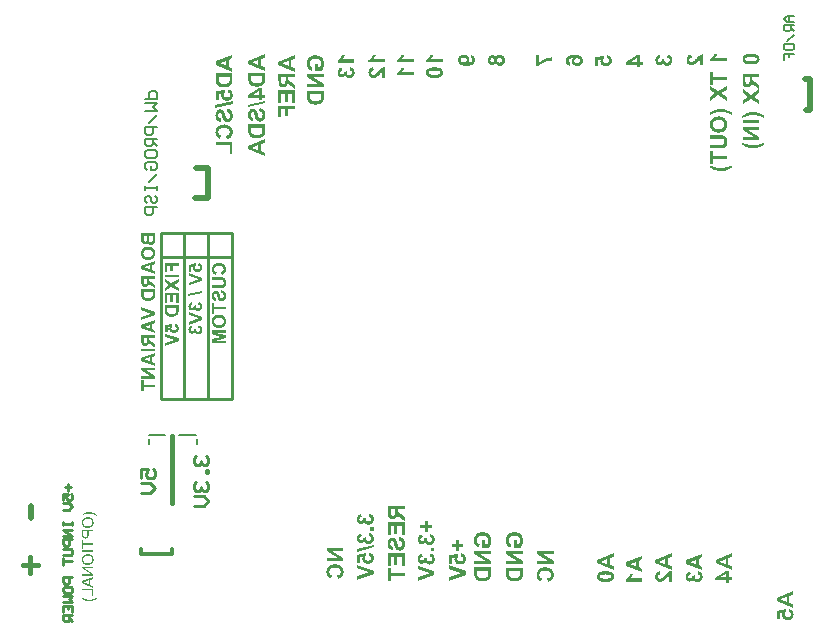
<source format=gbo>
G04*
G04 #@! TF.GenerationSoftware,Altium Limited,Altium Designer,20.0.10 (225)*
G04*
G04 Layer_Color=32896*
%FSLAX44Y44*%
%MOMM*%
G71*
G01*
G75*
%ADD10C,0.2000*%
%ADD11C,0.2540*%
%ADD12C,0.4000*%
%ADD14C,0.3500*%
%ADD16C,0.4500*%
%ADD79C,0.5000*%
%ADD92C,0.5500*%
%ADD93C,0.1800*%
G36*
X127278Y333837D02*
X127261Y333554D01*
Y333054D01*
X127245Y332854D01*
Y332538D01*
X127228Y332421D01*
Y332254D01*
X127211Y332188D01*
Y332121D01*
X127161Y331788D01*
X127078Y331488D01*
X126995Y331221D01*
X126895Y330988D01*
X126812Y330805D01*
X126728Y330671D01*
X126678Y330588D01*
X126662Y330555D01*
X126478Y330322D01*
X126278Y330138D01*
X126095Y329955D01*
X125895Y329822D01*
X125728Y329705D01*
X125595Y329622D01*
X125512Y329572D01*
X125478Y329555D01*
X125195Y329438D01*
X124929Y329338D01*
X124662Y329272D01*
X124429Y329239D01*
X124229Y329205D01*
X124079Y329188D01*
X123979D01*
X123962D01*
X123946D01*
X123579Y329205D01*
X123246Y329272D01*
X122962Y329372D01*
X122696Y329472D01*
X122496Y329572D01*
X122346Y329672D01*
X122246Y329738D01*
X122213Y329755D01*
X121946Y329988D01*
X121729Y330238D01*
X121546Y330522D01*
X121413Y330771D01*
X121296Y331005D01*
X121213Y331205D01*
X121196Y331271D01*
X121180Y331321D01*
X121163Y331355D01*
Y331371D01*
X121013Y331105D01*
X120863Y330871D01*
X120680Y330671D01*
X120530Y330505D01*
X120380Y330388D01*
X120263Y330288D01*
X120180Y330221D01*
X120147Y330205D01*
X119880Y330055D01*
X119630Y329938D01*
X119380Y329872D01*
X119147Y329805D01*
X118947Y329772D01*
X118797Y329755D01*
X118697D01*
X118680D01*
X118664D01*
X118397Y329772D01*
X118130Y329805D01*
X117914Y329872D01*
X117714Y329938D01*
X117547Y330005D01*
X117414Y330072D01*
X117347Y330105D01*
X117314Y330122D01*
X117097Y330255D01*
X116914Y330405D01*
X116747Y330555D01*
X116597Y330688D01*
X116497Y330821D01*
X116414Y330921D01*
X116364Y330988D01*
X116348Y331005D01*
X116214Y331205D01*
X116114Y331421D01*
X116031Y331621D01*
X115964Y331805D01*
X115914Y331971D01*
X115881Y332088D01*
X115864Y332171D01*
Y332204D01*
X115831Y332488D01*
X115798Y332804D01*
X115781Y333138D01*
X115764Y333471D01*
X115748Y333771D01*
Y338836D01*
X127278D01*
Y333837D01*
D02*
G37*
G36*
X122096Y327672D02*
X122579Y327622D01*
X123029Y327556D01*
X123446Y327456D01*
X123829Y327339D01*
X124179Y327206D01*
X124512Y327072D01*
X124795Y326922D01*
X125062Y326789D01*
X125279Y326656D01*
X125478Y326522D01*
X125645Y326406D01*
X125762Y326306D01*
X125862Y326239D01*
X125912Y326189D01*
X125928Y326173D01*
X126212Y325873D01*
X126445Y325556D01*
X126662Y325239D01*
X126828Y324890D01*
X126978Y324556D01*
X127111Y324206D01*
X127211Y323890D01*
X127295Y323557D01*
X127361Y323257D01*
X127411Y322973D01*
X127445Y322724D01*
X127461Y322507D01*
X127478Y322340D01*
X127495Y322207D01*
Y322090D01*
X127478Y321624D01*
X127428Y321190D01*
X127345Y320774D01*
X127245Y320391D01*
X127128Y320024D01*
X126995Y319691D01*
X126861Y319391D01*
X126712Y319108D01*
X126561Y318874D01*
X126428Y318658D01*
X126295Y318475D01*
X126178Y318325D01*
X126078Y318191D01*
X125995Y318108D01*
X125945Y318058D01*
X125928Y318041D01*
X125612Y317775D01*
X125279Y317542D01*
X124929Y317325D01*
X124579Y317158D01*
X124212Y317008D01*
X123846Y316875D01*
X123479Y316775D01*
X123129Y316692D01*
X122812Y316642D01*
X122496Y316592D01*
X122229Y316558D01*
X121996Y316525D01*
X121796D01*
X121646Y316508D01*
X121563D01*
X121530D01*
X121013Y316525D01*
X120530Y316575D01*
X120080Y316642D01*
X119647Y316742D01*
X119263Y316858D01*
X118897Y316992D01*
X118564Y317125D01*
X118280Y317275D01*
X118014Y317425D01*
X117780Y317558D01*
X117580Y317691D01*
X117414Y317808D01*
X117297Y317891D01*
X117197Y317975D01*
X117147Y318025D01*
X117131Y318041D01*
X116847Y318341D01*
X116597Y318658D01*
X116381Y318991D01*
X116198Y319324D01*
X116047Y319674D01*
X115914Y320008D01*
X115814Y320341D01*
X115731Y320657D01*
X115664Y320957D01*
X115614Y321241D01*
X115581Y321490D01*
X115548Y321707D01*
Y321874D01*
X115531Y322007D01*
Y322124D01*
X115548Y322623D01*
X115598Y323107D01*
X115681Y323523D01*
X115764Y323890D01*
X115814Y324040D01*
X115848Y324190D01*
X115881Y324306D01*
X115931Y324406D01*
X115948Y324490D01*
X115981Y324556D01*
X115998Y324590D01*
Y324606D01*
X116131Y324906D01*
X116298Y325190D01*
X116481Y325439D01*
X116647Y325656D01*
X116797Y325839D01*
X116931Y325989D01*
X117014Y326073D01*
X117031Y326089D01*
X117047Y326106D01*
X117314Y326339D01*
X117597Y326556D01*
X117847Y326739D01*
X118097Y326889D01*
X118314Y327006D01*
X118480Y327106D01*
X118547Y327122D01*
X118597Y327156D01*
X118614Y327172D01*
X118630D01*
X119097Y327339D01*
X119597Y327472D01*
X120097Y327556D01*
X120563Y327622D01*
X120780Y327639D01*
X120980Y327655D01*
X121146Y327672D01*
X121296D01*
X121430Y327689D01*
X121513D01*
X121580D01*
X121596D01*
X122096Y327672D01*
D02*
G37*
G36*
X127278Y313393D02*
X124662Y312443D01*
Y307811D01*
X127278Y306811D01*
Y304295D01*
X115748Y308927D01*
Y311393D01*
X127278Y315859D01*
Y313393D01*
D02*
G37*
G36*
Y300712D02*
X122463D01*
Y299963D01*
X122479Y299729D01*
X122496Y299529D01*
X122529Y299363D01*
X122546Y299230D01*
X122579Y299146D01*
X122596Y299096D01*
Y299079D01*
X122662Y298946D01*
X122729Y298813D01*
X122812Y298696D01*
X122879Y298580D01*
X122962Y298496D01*
X123029Y298430D01*
X123062Y298396D01*
X123079Y298380D01*
X123162Y298313D01*
X123246Y298230D01*
X123496Y298046D01*
X123762Y297847D01*
X124062Y297630D01*
X124329Y297447D01*
X124462Y297363D01*
X124562Y297297D01*
X124645Y297230D01*
X124712Y297180D01*
X124762Y297163D01*
X124779Y297147D01*
X127278Y295480D01*
Y292681D01*
X125029Y294097D01*
X124795Y294247D01*
X124562Y294397D01*
X124362Y294531D01*
X124179Y294664D01*
X124012Y294781D01*
X123846Y294881D01*
X123596Y295081D01*
X123396Y295231D01*
X123262Y295331D01*
X123179Y295414D01*
X123162Y295430D01*
X122962Y295614D01*
X122779Y295830D01*
X122629Y296030D01*
X122479Y296230D01*
X122363Y296397D01*
X122279Y296530D01*
X122213Y296630D01*
X122196Y296647D01*
Y296663D01*
X122146Y296380D01*
X122079Y296130D01*
X122013Y295897D01*
X121929Y295664D01*
X121846Y295464D01*
X121763Y295280D01*
X121679Y295097D01*
X121580Y294947D01*
X121496Y294814D01*
X121413Y294697D01*
X121329Y294597D01*
X121263Y294531D01*
X121213Y294464D01*
X121163Y294414D01*
X121146Y294397D01*
X121130Y294381D01*
X120963Y294247D01*
X120796Y294131D01*
X120430Y293931D01*
X120080Y293797D01*
X119730Y293714D01*
X119430Y293648D01*
X119313Y293631D01*
X119197D01*
X119113Y293614D01*
X119030D01*
X118997D01*
X118980D01*
X118614Y293631D01*
X118264Y293698D01*
X117964Y293781D01*
X117697Y293864D01*
X117480Y293964D01*
X117314Y294048D01*
X117264Y294081D01*
X117214Y294114D01*
X117197Y294131D01*
X117181D01*
X116897Y294331D01*
X116664Y294547D01*
X116481Y294764D01*
X116314Y294981D01*
X116214Y295180D01*
X116131Y295331D01*
X116081Y295430D01*
X116064Y295447D01*
Y295464D01*
X116014Y295630D01*
X115964Y295814D01*
X115881Y296230D01*
X115831Y296680D01*
X115781Y297113D01*
Y297330D01*
X115764Y297513D01*
Y297696D01*
X115748Y297847D01*
Y303045D01*
X127278D01*
Y300712D01*
D02*
G37*
G36*
Y287049D02*
X127261Y286599D01*
X127245Y286183D01*
X127211Y285833D01*
X127161Y285550D01*
X127111Y285316D01*
X127078Y285133D01*
X127061Y285083D01*
Y285033D01*
X127045Y285016D01*
Y285000D01*
X126911Y284633D01*
X126762Y284300D01*
X126611Y284033D01*
X126461Y283800D01*
X126328Y283617D01*
X126228Y283484D01*
X126162Y283400D01*
X126128Y283367D01*
X125812Y283084D01*
X125478Y282834D01*
X125129Y282617D01*
X124812Y282450D01*
X124512Y282317D01*
X124395Y282250D01*
X124295Y282217D01*
X124195Y282184D01*
X124129Y282150D01*
X124095Y282134D01*
X124079D01*
X123679Y282017D01*
X123262Y281917D01*
X122863Y281851D01*
X122479Y281817D01*
X122296Y281801D01*
X122129Y281784D01*
X121996D01*
X121863Y281767D01*
X121763D01*
X121696D01*
X121646D01*
X121629D01*
X121046Y281784D01*
X120530Y281834D01*
X120280Y281851D01*
X120063Y281884D01*
X119847Y281917D01*
X119663Y281951D01*
X119497Y282001D01*
X119347Y282034D01*
X119213Y282067D01*
X119113Y282084D01*
X119030Y282117D01*
X118963Y282134D01*
X118930Y282150D01*
X118913D01*
X118514Y282300D01*
X118147Y282484D01*
X117830Y282667D01*
X117564Y282850D01*
X117347Y283000D01*
X117181Y283134D01*
X117081Y283217D01*
X117047Y283234D01*
Y283250D01*
X116781Y283533D01*
X116564Y283817D01*
X116381Y284117D01*
X116231Y284383D01*
X116114Y284617D01*
X116031Y284816D01*
X116014Y284883D01*
X115998Y284933D01*
X115981Y284967D01*
Y284983D01*
X115898Y285300D01*
X115848Y285650D01*
X115798Y286016D01*
X115781Y286366D01*
X115764Y286683D01*
X115748Y286816D01*
Y291415D01*
X127278D01*
Y287049D01*
D02*
G37*
G36*
Y272353D02*
Y269837D01*
X115748Y265738D01*
Y268221D01*
X124279Y271037D01*
X115748Y273969D01*
Y276485D01*
X127278Y272353D01*
D02*
G37*
G36*
Y263272D02*
X124662Y262322D01*
Y257690D01*
X127278Y256690D01*
Y254174D01*
X115748Y258806D01*
Y261273D01*
X127278Y265738D01*
Y263272D01*
D02*
G37*
G36*
Y250592D02*
X122463D01*
Y249842D01*
X122479Y249609D01*
X122496Y249409D01*
X122529Y249242D01*
X122546Y249109D01*
X122579Y249026D01*
X122596Y248976D01*
Y248959D01*
X122662Y248826D01*
X122729Y248692D01*
X122812Y248576D01*
X122879Y248459D01*
X122962Y248376D01*
X123029Y248309D01*
X123062Y248276D01*
X123079Y248259D01*
X123162Y248193D01*
X123246Y248109D01*
X123496Y247926D01*
X123762Y247726D01*
X124062Y247509D01*
X124329Y247326D01*
X124462Y247243D01*
X124562Y247176D01*
X124645Y247110D01*
X124712Y247059D01*
X124762Y247043D01*
X124779Y247026D01*
X127278Y245360D01*
Y242561D01*
X125029Y243977D01*
X124795Y244127D01*
X124562Y244277D01*
X124362Y244410D01*
X124179Y244543D01*
X124012Y244660D01*
X123846Y244760D01*
X123596Y244960D01*
X123396Y245110D01*
X123262Y245210D01*
X123179Y245293D01*
X123162Y245310D01*
X122962Y245493D01*
X122779Y245710D01*
X122629Y245910D01*
X122479Y246110D01*
X122363Y246276D01*
X122279Y246410D01*
X122213Y246510D01*
X122196Y246526D01*
Y246543D01*
X122146Y246260D01*
X122079Y246010D01*
X122013Y245777D01*
X121929Y245543D01*
X121846Y245343D01*
X121763Y245160D01*
X121679Y244977D01*
X121580Y244827D01*
X121496Y244693D01*
X121413Y244577D01*
X121329Y244477D01*
X121263Y244410D01*
X121213Y244343D01*
X121163Y244293D01*
X121146Y244277D01*
X121130Y244260D01*
X120963Y244127D01*
X120796Y244010D01*
X120430Y243810D01*
X120080Y243677D01*
X119730Y243594D01*
X119430Y243527D01*
X119313Y243510D01*
X119197D01*
X119113Y243494D01*
X119030D01*
X118997D01*
X118980D01*
X118614Y243510D01*
X118264Y243577D01*
X117964Y243660D01*
X117697Y243744D01*
X117480Y243844D01*
X117314Y243927D01*
X117264Y243960D01*
X117214Y243994D01*
X117197Y244010D01*
X117181D01*
X116897Y244210D01*
X116664Y244427D01*
X116481Y244643D01*
X116314Y244860D01*
X116214Y245060D01*
X116131Y245210D01*
X116081Y245310D01*
X116064Y245327D01*
Y245343D01*
X116014Y245510D01*
X115964Y245693D01*
X115881Y246110D01*
X115831Y246560D01*
X115781Y246993D01*
Y247209D01*
X115764Y247393D01*
Y247576D01*
X115748Y247726D01*
Y252925D01*
X127278D01*
Y250592D01*
D02*
G37*
G36*
Y239045D02*
X115748D01*
Y241378D01*
X127278D01*
Y239045D01*
D02*
G37*
G36*
Y235529D02*
X124662Y234579D01*
Y229947D01*
X127278Y228948D01*
Y226431D01*
X115748Y231064D01*
Y233530D01*
X127278Y237995D01*
Y235529D01*
D02*
G37*
G36*
Y223032D02*
X119680D01*
X127278Y218350D01*
Y216017D01*
X115748D01*
Y218167D01*
X123512D01*
X115748Y222932D01*
Y225182D01*
X127278D01*
Y223032D01*
D02*
G37*
G36*
X117697Y210952D02*
X127278D01*
Y208619D01*
X117697D01*
Y205220D01*
X115748D01*
Y214368D01*
X117697D01*
Y210952D01*
D02*
G37*
G36*
X147278Y311503D02*
X142379D01*
Y306688D01*
X140430D01*
Y311503D01*
X137697D01*
Y305921D01*
X135748D01*
Y313836D01*
X147278D01*
Y311503D01*
D02*
G37*
G36*
Y301739D02*
X135748D01*
Y304072D01*
X147278D01*
Y301739D01*
D02*
G37*
G36*
Y297890D02*
X143379Y295324D01*
X147278Y292775D01*
Y289975D01*
X141279Y293941D01*
X135748Y290325D01*
Y293041D01*
X139197Y295324D01*
X135748Y297607D01*
Y300323D01*
X141279Y296707D01*
X147278Y300689D01*
Y297890D01*
D02*
G37*
G36*
Y279995D02*
X145329D01*
Y286426D01*
X142196D01*
Y280644D01*
X140246D01*
Y286426D01*
X137697D01*
Y280211D01*
X135748D01*
Y288759D01*
X147278D01*
Y279995D01*
D02*
G37*
G36*
Y273646D02*
X147261Y273196D01*
X147245Y272780D01*
X147211Y272430D01*
X147161Y272147D01*
X147111Y271913D01*
X147078Y271730D01*
X147061Y271680D01*
Y271630D01*
X147045Y271614D01*
Y271597D01*
X146911Y271230D01*
X146762Y270897D01*
X146611Y270630D01*
X146461Y270397D01*
X146328Y270214D01*
X146228Y270081D01*
X146162Y269997D01*
X146128Y269964D01*
X145812Y269681D01*
X145478Y269431D01*
X145128Y269214D01*
X144812Y269048D01*
X144512Y268914D01*
X144395Y268848D01*
X144295Y268814D01*
X144195Y268781D01*
X144129Y268748D01*
X144095Y268731D01*
X144079D01*
X143679Y268614D01*
X143262Y268514D01*
X142863Y268448D01*
X142479Y268414D01*
X142296Y268398D01*
X142129Y268381D01*
X141996D01*
X141863Y268364D01*
X141763D01*
X141696D01*
X141646D01*
X141629D01*
X141046Y268381D01*
X140530Y268431D01*
X140280Y268448D01*
X140063Y268481D01*
X139847Y268514D01*
X139663Y268548D01*
X139497Y268598D01*
X139347Y268631D01*
X139213Y268664D01*
X139113Y268681D01*
X139030Y268714D01*
X138963Y268731D01*
X138930Y268748D01*
X138913D01*
X138514Y268897D01*
X138147Y269081D01*
X137830Y269264D01*
X137564Y269447D01*
X137347Y269597D01*
X137181Y269731D01*
X137081Y269814D01*
X137047Y269831D01*
Y269847D01*
X136781Y270131D01*
X136564Y270414D01*
X136381Y270714D01*
X136231Y270980D01*
X136114Y271214D01*
X136031Y271413D01*
X136014Y271480D01*
X135997Y271530D01*
X135981Y271563D01*
Y271580D01*
X135898Y271897D01*
X135848Y272247D01*
X135798Y272613D01*
X135781Y272963D01*
X135764Y273280D01*
X135748Y273413D01*
Y278012D01*
X147278D01*
Y273646D01*
D02*
G37*
G36*
X144612Y262316D02*
X144862Y262266D01*
X145312Y262099D01*
X145712Y261916D01*
X145878Y261816D01*
X146045Y261699D01*
X146178Y261599D01*
X146295Y261516D01*
X146395Y261416D01*
X146495Y261349D01*
X146561Y261283D01*
X146611Y261233D01*
X146628Y261199D01*
X146645Y261183D01*
X146795Y260983D01*
X146928Y260783D01*
X147045Y260566D01*
X147128Y260350D01*
X147295Y259900D01*
X147395Y259500D01*
X147428Y259300D01*
X147445Y259133D01*
X147461Y258967D01*
X147478Y258833D01*
X147495Y258717D01*
Y258567D01*
X147478Y258200D01*
X147428Y257850D01*
X147361Y257534D01*
X147261Y257234D01*
X147145Y256951D01*
X147011Y256701D01*
X146878Y256467D01*
X146728Y256251D01*
X146595Y256068D01*
X146461Y255901D01*
X146328Y255751D01*
X146212Y255634D01*
X146112Y255551D01*
X146045Y255484D01*
X145995Y255451D01*
X145978Y255434D01*
X145762Y255284D01*
X145545Y255151D01*
X145329Y255051D01*
X145095Y254951D01*
X144662Y254801D01*
X144262Y254701D01*
X144095Y254668D01*
X143929Y254651D01*
X143779Y254618D01*
X143646D01*
X143546Y254601D01*
X143479D01*
X143429D01*
X143412D01*
X143096Y254618D01*
X142796Y254651D01*
X142513Y254701D01*
X142246Y254768D01*
X142013Y254834D01*
X141779Y254934D01*
X141563Y255018D01*
X141379Y255118D01*
X141213Y255218D01*
X141063Y255301D01*
X140930Y255401D01*
X140830Y255468D01*
X140746Y255534D01*
X140680Y255584D01*
X140646Y255618D01*
X140630Y255634D01*
X140446Y255834D01*
X140280Y256034D01*
X140130Y256251D01*
X139997Y256467D01*
X139896Y256667D01*
X139813Y256884D01*
X139680Y257267D01*
X139630Y257450D01*
X139597Y257617D01*
X139580Y257767D01*
X139563Y257884D01*
X139547Y257984D01*
Y258134D01*
X139563Y258417D01*
X139613Y258700D01*
X139663Y258950D01*
X139730Y259183D01*
X139813Y259367D01*
X139863Y259517D01*
X139913Y259617D01*
X139930Y259633D01*
Y259650D01*
X137964Y259300D01*
Y255118D01*
X135898D01*
Y260966D01*
X141913Y262099D01*
X142163Y260316D01*
X142013Y260166D01*
X141879Y260016D01*
X141763Y259867D01*
X141663Y259716D01*
X141513Y259433D01*
X141413Y259167D01*
X141363Y258933D01*
X141329Y258767D01*
X141313Y258700D01*
Y258600D01*
X141329Y258333D01*
X141396Y258084D01*
X141480Y257867D01*
X141579Y257684D01*
X141696Y257550D01*
X141779Y257434D01*
X141846Y257367D01*
X141863Y257351D01*
X142079Y257184D01*
X142329Y257067D01*
X142596Y256984D01*
X142863Y256934D01*
X143096Y256884D01*
X143279Y256867D01*
X143362D01*
X143412D01*
X143446D01*
X143462D01*
X143862Y256884D01*
X144212Y256934D01*
X144495Y257017D01*
X144729Y257101D01*
X144929Y257201D01*
X145062Y257267D01*
X145128Y257334D01*
X145162Y257351D01*
X145345Y257534D01*
X145495Y257734D01*
X145595Y257934D01*
X145662Y258117D01*
X145695Y258284D01*
X145712Y258417D01*
X145728Y258500D01*
Y258533D01*
X145712Y258750D01*
X145662Y258967D01*
X145595Y259150D01*
X145512Y259300D01*
X145428Y259433D01*
X145362Y259533D01*
X145312Y259600D01*
X145295Y259617D01*
X145112Y259767D01*
X144929Y259900D01*
X144729Y260000D01*
X144545Y260066D01*
X144379Y260116D01*
X144229Y260150D01*
X144145Y260166D01*
X144112D01*
X144345Y262366D01*
X144612Y262316D01*
D02*
G37*
G36*
X147278Y249986D02*
Y247470D01*
X135748Y243371D01*
Y245853D01*
X144279Y248669D01*
X135748Y251602D01*
Y254118D01*
X147278Y249986D01*
D02*
G37*
G36*
X164612Y313786D02*
X164862Y313736D01*
X165312Y313569D01*
X165712Y313386D01*
X165878Y313286D01*
X166045Y313169D01*
X166178Y313069D01*
X166295Y312986D01*
X166395Y312886D01*
X166495Y312820D01*
X166562Y312753D01*
X166611Y312703D01*
X166628Y312670D01*
X166645Y312653D01*
X166795Y312453D01*
X166928Y312253D01*
X167045Y312036D01*
X167128Y311820D01*
X167295Y311370D01*
X167395Y310970D01*
X167428Y310770D01*
X167445Y310604D01*
X167461Y310437D01*
X167478Y310304D01*
X167495Y310187D01*
Y310037D01*
X167478Y309670D01*
X167428Y309321D01*
X167361Y309004D01*
X167261Y308704D01*
X167145Y308421D01*
X167011Y308171D01*
X166878Y307938D01*
X166728Y307721D01*
X166595Y307538D01*
X166462Y307371D01*
X166328Y307221D01*
X166212Y307104D01*
X166112Y307021D01*
X166045Y306954D01*
X165995Y306921D01*
X165978Y306904D01*
X165762Y306754D01*
X165545Y306621D01*
X165329Y306521D01*
X165095Y306421D01*
X164662Y306271D01*
X164262Y306171D01*
X164095Y306138D01*
X163929Y306121D01*
X163779Y306088D01*
X163646D01*
X163546Y306071D01*
X163479D01*
X163429D01*
X163412D01*
X163096Y306088D01*
X162796Y306121D01*
X162513Y306171D01*
X162246Y306238D01*
X162013Y306305D01*
X161779Y306405D01*
X161563Y306488D01*
X161380Y306588D01*
X161213Y306688D01*
X161063Y306771D01*
X160930Y306871D01*
X160830Y306938D01*
X160746Y307004D01*
X160680Y307054D01*
X160646Y307088D01*
X160630Y307104D01*
X160446Y307304D01*
X160280Y307504D01*
X160130Y307721D01*
X159997Y307938D01*
X159897Y308137D01*
X159813Y308354D01*
X159680Y308737D01*
X159630Y308921D01*
X159597Y309087D01*
X159580Y309237D01*
X159563Y309354D01*
X159547Y309454D01*
Y309604D01*
X159563Y309887D01*
X159613Y310170D01*
X159663Y310420D01*
X159730Y310653D01*
X159813Y310837D01*
X159863Y310987D01*
X159913Y311087D01*
X159930Y311103D01*
Y311120D01*
X157964Y310770D01*
Y306588D01*
X155898D01*
Y312436D01*
X161913Y313569D01*
X162163Y311786D01*
X162013Y311637D01*
X161879Y311487D01*
X161763Y311337D01*
X161663Y311187D01*
X161513Y310903D01*
X161413Y310637D01*
X161363Y310403D01*
X161329Y310237D01*
X161313Y310170D01*
Y310070D01*
X161329Y309804D01*
X161396Y309554D01*
X161479Y309337D01*
X161579Y309154D01*
X161696Y309021D01*
X161779Y308904D01*
X161846Y308837D01*
X161863Y308821D01*
X162079Y308654D01*
X162329Y308537D01*
X162596Y308454D01*
X162862Y308404D01*
X163096Y308354D01*
X163279Y308337D01*
X163362D01*
X163412D01*
X163446D01*
X163462D01*
X163862Y308354D01*
X164212Y308404D01*
X164495Y308487D01*
X164729Y308571D01*
X164929Y308671D01*
X165062Y308737D01*
X165128Y308804D01*
X165162Y308821D01*
X165345Y309004D01*
X165495Y309204D01*
X165595Y309404D01*
X165662Y309587D01*
X165695Y309754D01*
X165712Y309887D01*
X165728Y309970D01*
Y310004D01*
X165712Y310220D01*
X165662Y310437D01*
X165595Y310620D01*
X165512Y310770D01*
X165429Y310903D01*
X165362Y311003D01*
X165312Y311070D01*
X165295Y311087D01*
X165112Y311237D01*
X164929Y311370D01*
X164729Y311470D01*
X164545Y311537D01*
X164379Y311587D01*
X164229Y311620D01*
X164146Y311637D01*
X164112D01*
X164345Y313836D01*
X164612Y313786D01*
D02*
G37*
G36*
X167278Y301456D02*
Y298940D01*
X155748Y294841D01*
Y297324D01*
X164279Y300140D01*
X155748Y303072D01*
Y305588D01*
X167278Y301456D01*
D02*
G37*
G36*
X167478Y288742D02*
X155548Y285860D01*
Y287526D01*
X167478Y290375D01*
Y288742D01*
D02*
G37*
G36*
X164512Y280761D02*
X164762Y280695D01*
X165229Y280544D01*
X165628Y280361D01*
X165795Y280245D01*
X165962Y280145D01*
X166112Y280045D01*
X166228Y279945D01*
X166345Y279861D01*
X166428Y279778D01*
X166495Y279711D01*
X166545Y279661D01*
X166578Y279628D01*
X166595Y279611D01*
X166745Y279412D01*
X166895Y279195D01*
X167011Y278995D01*
X167111Y278762D01*
X167278Y278328D01*
X167378Y277929D01*
X167411Y277729D01*
X167445Y277562D01*
X167461Y277412D01*
X167478Y277279D01*
X167495Y277162D01*
Y277012D01*
X167478Y276712D01*
X167445Y276412D01*
X167395Y276146D01*
X167328Y275879D01*
X167245Y275646D01*
X167161Y275413D01*
X167061Y275196D01*
X166961Y275013D01*
X166861Y274846D01*
X166761Y274679D01*
X166678Y274563D01*
X166595Y274446D01*
X166528Y274363D01*
X166478Y274296D01*
X166445Y274263D01*
X166428Y274246D01*
X166228Y274046D01*
X166012Y273880D01*
X165795Y273730D01*
X165578Y273596D01*
X165345Y273496D01*
X165128Y273396D01*
X164729Y273263D01*
X164545Y273230D01*
X164362Y273196D01*
X164212Y273163D01*
X164079Y273146D01*
X163979Y273130D01*
X163895D01*
X163846D01*
X163829D01*
X163446Y273163D01*
X163112Y273230D01*
X162796Y273313D01*
X162546Y273430D01*
X162329Y273546D01*
X162179Y273630D01*
X162079Y273696D01*
X162046Y273730D01*
X161796Y273963D01*
X161579Y274230D01*
X161413Y274496D01*
X161280Y274746D01*
X161180Y274963D01*
X161130Y275146D01*
X161096Y275213D01*
Y275263D01*
X161080Y275296D01*
Y275312D01*
X160896Y275013D01*
X160713Y274763D01*
X160513Y274546D01*
X160313Y274346D01*
X160113Y274179D01*
X159913Y274046D01*
X159713Y273946D01*
X159530Y273846D01*
X159347Y273780D01*
X159180Y273730D01*
X159030Y273696D01*
X158897Y273680D01*
X158797Y273663D01*
X158714Y273646D01*
X158664D01*
X158647D01*
X158447Y273663D01*
X158264Y273680D01*
X157897Y273780D01*
X157564Y273896D01*
X157281Y274046D01*
X157047Y274196D01*
X156881Y274329D01*
X156814Y274379D01*
X156764Y274429D01*
X156747Y274446D01*
X156731Y274463D01*
X156547Y274646D01*
X156381Y274863D01*
X156248Y275063D01*
X156131Y275279D01*
X156014Y275513D01*
X155931Y275729D01*
X155814Y276146D01*
X155764Y276329D01*
X155731Y276512D01*
X155714Y276662D01*
X155698Y276812D01*
X155681Y276929D01*
Y277079D01*
X155698Y277429D01*
X155731Y277745D01*
X155798Y278045D01*
X155864Y278295D01*
X155931Y278495D01*
X155998Y278662D01*
X156031Y278762D01*
X156047Y278778D01*
Y278795D01*
X156198Y279062D01*
X156364Y279312D01*
X156531Y279512D01*
X156681Y279678D01*
X156831Y279811D01*
X156947Y279911D01*
X157014Y279978D01*
X157047Y279995D01*
X157297Y280145D01*
X157564Y280278D01*
X157847Y280378D01*
X158114Y280478D01*
X158364Y280544D01*
X158547Y280595D01*
X158630Y280611D01*
X158680D01*
X158714Y280628D01*
X158730D01*
X159063Y278595D01*
X158797Y278545D01*
X158564Y278478D01*
X158364Y278412D01*
X158214Y278328D01*
X158080Y278245D01*
X157980Y278179D01*
X157930Y278129D01*
X157914Y278112D01*
X157780Y277962D01*
X157681Y277795D01*
X157614Y277629D01*
X157564Y277479D01*
X157530Y277345D01*
X157514Y277245D01*
Y277145D01*
X157530Y276945D01*
X157564Y276745D01*
X157631Y276595D01*
X157681Y276462D01*
X157747Y276346D01*
X157814Y276279D01*
X157847Y276229D01*
X157864Y276212D01*
X157997Y276096D01*
X158164Y276012D01*
X158314Y275946D01*
X158464Y275912D01*
X158597Y275879D01*
X158697Y275862D01*
X158764D01*
X158797D01*
X159047Y275879D01*
X159263Y275929D01*
X159447Y276012D01*
X159597Y276096D01*
X159730Y276196D01*
X159813Y276262D01*
X159880Y276329D01*
X159897Y276346D01*
X160030Y276546D01*
X160130Y276762D01*
X160196Y276995D01*
X160247Y277212D01*
X160263Y277412D01*
X160280Y277579D01*
Y277729D01*
X162063Y277962D01*
X162013Y277745D01*
X161963Y277562D01*
X161929Y277379D01*
X161913Y277229D01*
X161896Y277112D01*
Y276945D01*
X161913Y276712D01*
X161979Y276512D01*
X162046Y276329D01*
X162146Y276162D01*
X162229Y276046D01*
X162313Y275946D01*
X162379Y275879D01*
X162396Y275862D01*
X162596Y275712D01*
X162812Y275596D01*
X163029Y275513D01*
X163246Y275446D01*
X163446Y275413D01*
X163596Y275396D01*
X163696D01*
X163712D01*
X163729D01*
X164046Y275413D01*
X164329Y275462D01*
X164579Y275546D01*
X164779Y275629D01*
X164929Y275729D01*
X165045Y275796D01*
X165128Y275862D01*
X165145Y275879D01*
X165312Y276062D01*
X165445Y276262D01*
X165528Y276446D01*
X165595Y276629D01*
X165628Y276796D01*
X165645Y276912D01*
X165662Y276995D01*
Y277029D01*
X165645Y277262D01*
X165595Y277462D01*
X165528Y277645D01*
X165445Y277812D01*
X165378Y277929D01*
X165312Y278029D01*
X165262Y278095D01*
X165245Y278112D01*
X165062Y278262D01*
X164862Y278395D01*
X164645Y278478D01*
X164445Y278562D01*
X164262Y278612D01*
X164112Y278645D01*
X164012Y278662D01*
X163995D01*
X163979D01*
X164245Y280795D01*
X164512Y280761D01*
D02*
G37*
G36*
X167278Y268298D02*
Y265782D01*
X155748Y261683D01*
Y264165D01*
X164279Y266981D01*
X155748Y269914D01*
Y272430D01*
X167278Y268298D01*
D02*
G37*
G36*
X164512Y261049D02*
X164762Y260983D01*
X165229Y260833D01*
X165628Y260650D01*
X165795Y260533D01*
X165962Y260433D01*
X166112Y260333D01*
X166228Y260233D01*
X166345Y260150D01*
X166428Y260066D01*
X166495Y260000D01*
X166545Y259950D01*
X166578Y259916D01*
X166595Y259900D01*
X166745Y259700D01*
X166895Y259483D01*
X167011Y259283D01*
X167111Y259050D01*
X167278Y258617D01*
X167378Y258217D01*
X167411Y258017D01*
X167445Y257850D01*
X167461Y257700D01*
X167478Y257567D01*
X167495Y257450D01*
Y257300D01*
X167478Y257001D01*
X167445Y256701D01*
X167395Y256434D01*
X167328Y256167D01*
X167245Y255934D01*
X167161Y255701D01*
X167061Y255484D01*
X166961Y255301D01*
X166861Y255134D01*
X166761Y254968D01*
X166678Y254851D01*
X166595Y254734D01*
X166528Y254651D01*
X166478Y254585D01*
X166445Y254551D01*
X166428Y254534D01*
X166228Y254335D01*
X166012Y254168D01*
X165795Y254018D01*
X165578Y253885D01*
X165345Y253785D01*
X165128Y253685D01*
X164729Y253551D01*
X164545Y253518D01*
X164362Y253485D01*
X164212Y253451D01*
X164079Y253435D01*
X163979Y253418D01*
X163895D01*
X163846D01*
X163829D01*
X163446Y253451D01*
X163112Y253518D01*
X162796Y253601D01*
X162546Y253718D01*
X162329Y253835D01*
X162179Y253918D01*
X162079Y253985D01*
X162046Y254018D01*
X161796Y254251D01*
X161579Y254518D01*
X161413Y254785D01*
X161280Y255034D01*
X161180Y255251D01*
X161130Y255434D01*
X161096Y255501D01*
Y255551D01*
X161080Y255584D01*
Y255601D01*
X160896Y255301D01*
X160713Y255051D01*
X160513Y254834D01*
X160313Y254634D01*
X160113Y254468D01*
X159913Y254335D01*
X159713Y254235D01*
X159530Y254135D01*
X159347Y254068D01*
X159180Y254018D01*
X159030Y253985D01*
X158897Y253968D01*
X158797Y253951D01*
X158714Y253935D01*
X158664D01*
X158647D01*
X158447Y253951D01*
X158264Y253968D01*
X157897Y254068D01*
X157564Y254185D01*
X157281Y254335D01*
X157047Y254485D01*
X156881Y254618D01*
X156814Y254668D01*
X156764Y254718D01*
X156747Y254734D01*
X156731Y254751D01*
X156547Y254934D01*
X156381Y255151D01*
X156248Y255351D01*
X156131Y255568D01*
X156014Y255801D01*
X155931Y256017D01*
X155814Y256434D01*
X155764Y256617D01*
X155731Y256801D01*
X155714Y256951D01*
X155698Y257101D01*
X155681Y257217D01*
Y257367D01*
X155698Y257717D01*
X155731Y258034D01*
X155798Y258333D01*
X155864Y258584D01*
X155931Y258783D01*
X155998Y258950D01*
X156031Y259050D01*
X156047Y259067D01*
Y259083D01*
X156198Y259350D01*
X156364Y259600D01*
X156531Y259800D01*
X156681Y259967D01*
X156831Y260100D01*
X156947Y260200D01*
X157014Y260266D01*
X157047Y260283D01*
X157297Y260433D01*
X157564Y260566D01*
X157847Y260666D01*
X158114Y260766D01*
X158364Y260833D01*
X158547Y260883D01*
X158630Y260900D01*
X158680D01*
X158714Y260916D01*
X158730D01*
X159063Y258883D01*
X158797Y258833D01*
X158564Y258767D01*
X158364Y258700D01*
X158214Y258617D01*
X158080Y258533D01*
X157980Y258467D01*
X157930Y258417D01*
X157914Y258400D01*
X157780Y258250D01*
X157681Y258084D01*
X157614Y257917D01*
X157564Y257767D01*
X157530Y257634D01*
X157514Y257534D01*
Y257434D01*
X157530Y257234D01*
X157564Y257034D01*
X157631Y256884D01*
X157681Y256751D01*
X157747Y256634D01*
X157814Y256567D01*
X157847Y256517D01*
X157864Y256501D01*
X157997Y256384D01*
X158164Y256301D01*
X158314Y256234D01*
X158464Y256201D01*
X158597Y256167D01*
X158697Y256151D01*
X158764D01*
X158797D01*
X159047Y256167D01*
X159263Y256217D01*
X159447Y256301D01*
X159597Y256384D01*
X159730Y256484D01*
X159813Y256551D01*
X159880Y256617D01*
X159897Y256634D01*
X160030Y256834D01*
X160130Y257050D01*
X160196Y257284D01*
X160247Y257500D01*
X160263Y257700D01*
X160280Y257867D01*
Y258017D01*
X162063Y258250D01*
X162013Y258034D01*
X161963Y257850D01*
X161929Y257667D01*
X161913Y257517D01*
X161896Y257400D01*
Y257234D01*
X161913Y257001D01*
X161979Y256801D01*
X162046Y256617D01*
X162146Y256451D01*
X162229Y256334D01*
X162313Y256234D01*
X162379Y256167D01*
X162396Y256151D01*
X162596Y256001D01*
X162812Y255884D01*
X163029Y255801D01*
X163246Y255734D01*
X163446Y255701D01*
X163596Y255684D01*
X163696D01*
X163712D01*
X163729D01*
X164046Y255701D01*
X164329Y255751D01*
X164579Y255834D01*
X164779Y255917D01*
X164929Y256017D01*
X165045Y256084D01*
X165128Y256151D01*
X165145Y256167D01*
X165312Y256351D01*
X165445Y256551D01*
X165528Y256734D01*
X165595Y256917D01*
X165628Y257084D01*
X165645Y257201D01*
X165662Y257284D01*
Y257317D01*
X165645Y257550D01*
X165595Y257750D01*
X165528Y257934D01*
X165445Y258100D01*
X165378Y258217D01*
X165312Y258317D01*
X165262Y258384D01*
X165245Y258400D01*
X165062Y258550D01*
X164862Y258683D01*
X164645Y258767D01*
X164445Y258850D01*
X164262Y258900D01*
X164112Y258933D01*
X164012Y258950D01*
X163995D01*
X163979D01*
X164245Y261083D01*
X164512Y261049D01*
D02*
G37*
G36*
X182113Y313819D02*
X182579Y313769D01*
X183029Y313703D01*
X183429Y313603D01*
X183812Y313503D01*
X184179Y313370D01*
X184495Y313236D01*
X184779Y313103D01*
X185045Y312970D01*
X185278Y312836D01*
X185462Y312703D01*
X185628Y312603D01*
X185745Y312503D01*
X185845Y312436D01*
X185895Y312386D01*
X185912Y312370D01*
X186195Y312086D01*
X186428Y311786D01*
X186645Y311470D01*
X186811Y311153D01*
X186961Y310837D01*
X187095Y310520D01*
X187195Y310220D01*
X187278Y309937D01*
X187345Y309654D01*
X187395Y309404D01*
X187428Y309170D01*
X187445Y308987D01*
X187461Y308821D01*
X187478Y308704D01*
Y308604D01*
X187461Y308254D01*
X187445Y307938D01*
X187395Y307621D01*
X187328Y307338D01*
X187261Y307071D01*
X187195Y306821D01*
X187111Y306588D01*
X187011Y306371D01*
X186928Y306188D01*
X186845Y306021D01*
X186778Y305871D01*
X186712Y305755D01*
X186645Y305655D01*
X186595Y305588D01*
X186578Y305555D01*
X186562Y305538D01*
X186378Y305322D01*
X186178Y305122D01*
X185728Y304755D01*
X185262Y304455D01*
X184812Y304222D01*
X184595Y304122D01*
X184395Y304039D01*
X184212Y303972D01*
X184062Y303905D01*
X183929Y303855D01*
X183829Y303822D01*
X183762Y303805D01*
X183746D01*
X183046Y306071D01*
X183496Y306205D01*
X183879Y306355D01*
X184195Y306504D01*
X184462Y306671D01*
X184662Y306805D01*
X184795Y306921D01*
X184879Y307004D01*
X184912Y307038D01*
X185112Y307304D01*
X185245Y307571D01*
X185345Y307838D01*
X185429Y308071D01*
X185462Y308287D01*
X185478Y308471D01*
X185495Y308537D01*
Y308621D01*
X185478Y308854D01*
X185462Y309071D01*
X185345Y309471D01*
X185212Y309820D01*
X185029Y310104D01*
X184862Y310337D01*
X184729Y310504D01*
X184662Y310570D01*
X184612Y310620D01*
X184595Y310637D01*
X184579Y310653D01*
X184395Y310787D01*
X184179Y310903D01*
X183946Y311020D01*
X183696Y311103D01*
X183179Y311237D01*
X182663Y311337D01*
X182413Y311370D01*
X182196Y311387D01*
X181979Y311420D01*
X181796D01*
X181663Y311437D01*
X181546D01*
X181463D01*
X181446D01*
X181063Y311420D01*
X180713Y311403D01*
X180396Y311370D01*
X180096Y311320D01*
X179830Y311253D01*
X179580Y311187D01*
X179363Y311120D01*
X179163Y311037D01*
X178997Y310970D01*
X178847Y310903D01*
X178730Y310837D01*
X178630Y310770D01*
X178547Y310720D01*
X178497Y310687D01*
X178464Y310653D01*
X178447D01*
X178280Y310504D01*
X178130Y310337D01*
X178014Y310170D01*
X177914Y309987D01*
X177747Y309637D01*
X177631Y309304D01*
X177564Y309021D01*
X177547Y308887D01*
X177530Y308787D01*
X177514Y308687D01*
Y308571D01*
X177530Y308237D01*
X177597Y307938D01*
X177680Y307671D01*
X177780Y307438D01*
X177880Y307254D01*
X177964Y307121D01*
X178030Y307038D01*
X178047Y307004D01*
X178247Y306788D01*
X178480Y306588D01*
X178713Y306438D01*
X178947Y306321D01*
X179147Y306238D01*
X179297Y306188D01*
X179363Y306155D01*
X179413D01*
X179430Y306138D01*
X179447D01*
X178897Y303839D01*
X178414Y304005D01*
X177997Y304188D01*
X177631Y304388D01*
X177330Y304572D01*
X177097Y304755D01*
X176997Y304822D01*
X176914Y304888D01*
X176864Y304938D01*
X176814Y304988D01*
X176781Y305005D01*
Y305022D01*
X176564Y305271D01*
X176364Y305555D01*
X176197Y305821D01*
X176064Y306105D01*
X175931Y306405D01*
X175831Y306688D01*
X175748Y306971D01*
X175681Y307238D01*
X175631Y307488D01*
X175598Y307721D01*
X175564Y307921D01*
X175548Y308104D01*
X175531Y308254D01*
Y308454D01*
X175548Y308887D01*
X175598Y309321D01*
X175681Y309704D01*
X175781Y310087D01*
X175898Y310420D01*
X176031Y310753D01*
X176181Y311037D01*
X176331Y311303D01*
X176481Y311553D01*
X176631Y311753D01*
X176764Y311936D01*
X176881Y312086D01*
X176981Y312203D01*
X177064Y312286D01*
X177114Y312336D01*
X177131Y312353D01*
X177447Y312620D01*
X177780Y312836D01*
X178130Y313036D01*
X178497Y313203D01*
X178880Y313353D01*
X179247Y313469D01*
X179613Y313569D01*
X179963Y313653D01*
X180313Y313719D01*
X180613Y313753D01*
X180896Y313786D01*
X181130Y313819D01*
X181329D01*
X181479Y313836D01*
X181579D01*
X181596D01*
X181613D01*
X182113Y313819D01*
D02*
G37*
G36*
X182596Y301806D02*
X182912D01*
X183196Y301789D01*
X183462Y301772D01*
X183696Y301756D01*
X183912Y301739D01*
X184112Y301706D01*
X184279Y301689D01*
X184429Y301672D01*
X184562Y301656D01*
X184662Y301639D01*
X184745Y301623D01*
X184795D01*
X184829Y301606D01*
X184845D01*
X185095Y301523D01*
X185329Y301439D01*
X185545Y301322D01*
X185728Y301223D01*
X185895Y301123D01*
X186028Y301039D01*
X186095Y300973D01*
X186128Y300956D01*
X186345Y300756D01*
X186545Y300539D01*
X186712Y300306D01*
X186861Y300089D01*
X186978Y299906D01*
X187061Y299740D01*
X187111Y299640D01*
X187128Y299623D01*
Y299606D01*
X187195Y299440D01*
X187245Y299256D01*
X187345Y298840D01*
X187411Y298423D01*
X187445Y298023D01*
X187461Y297840D01*
X187478Y297657D01*
Y297507D01*
X187495Y297357D01*
Y297090D01*
X187478Y296607D01*
X187445Y296174D01*
X187378Y295791D01*
X187311Y295474D01*
X187295Y295341D01*
X187261Y295207D01*
X187228Y295107D01*
X187195Y295024D01*
X187178Y294958D01*
X187161Y294907D01*
X187145Y294891D01*
Y294874D01*
X187011Y294574D01*
X186845Y294308D01*
X186695Y294074D01*
X186545Y293874D01*
X186411Y293724D01*
X186312Y293608D01*
X186245Y293541D01*
X186212Y293524D01*
X185978Y293341D01*
X185728Y293191D01*
X185495Y293075D01*
X185262Y292975D01*
X185062Y292908D01*
X184895Y292858D01*
X184845Y292841D01*
X184795D01*
X184779Y292825D01*
X184762D01*
X184579Y292791D01*
X184379Y292758D01*
X184162Y292725D01*
X183946Y292708D01*
X183446Y292675D01*
X182962Y292641D01*
X182746D01*
X182529D01*
X182329Y292625D01*
X182163D01*
X182029D01*
X181913D01*
X181846D01*
X181829D01*
X175748D01*
Y294958D01*
X182146D01*
X182396D01*
X182629D01*
X182846Y294974D01*
X183046D01*
X183212Y294991D01*
X183379D01*
X183529Y295007D01*
X183662D01*
X183862Y295041D01*
X184012Y295058D01*
X184095Y295074D01*
X184129D01*
X184345Y295124D01*
X184529Y295207D01*
X184695Y295307D01*
X184845Y295407D01*
X184962Y295507D01*
X185045Y295591D01*
X185095Y295657D01*
X185112Y295674D01*
X185245Y295874D01*
X185345Y296124D01*
X185412Y296357D01*
X185462Y296607D01*
X185495Y296824D01*
X185512Y296990D01*
Y297157D01*
X185495Y297507D01*
X185445Y297807D01*
X185378Y298073D01*
X185295Y298307D01*
X185229Y298473D01*
X185162Y298607D01*
X185112Y298673D01*
X185095Y298706D01*
X184929Y298890D01*
X184729Y299040D01*
X184545Y299173D01*
X184362Y299256D01*
X184195Y299323D01*
X184062Y299373D01*
X183979Y299406D01*
X183946D01*
X183846Y299423D01*
X183746Y299440D01*
X183612D01*
X183462Y299456D01*
X183146Y299473D01*
X182812D01*
X182512Y299490D01*
X182379D01*
X182246D01*
X182146D01*
X182079D01*
X182029D01*
X182013D01*
X175748D01*
Y301822D01*
X181913D01*
X182263D01*
X182596Y301806D01*
D02*
G37*
G36*
X183879Y290725D02*
X184212Y290659D01*
X184529Y290559D01*
X184812Y290475D01*
X185079Y290359D01*
X185329Y290242D01*
X185545Y290125D01*
X185745Y290009D01*
X185912Y289892D01*
X186062Y289776D01*
X186195Y289676D01*
X186312Y289576D01*
X186395Y289509D01*
X186445Y289442D01*
X186478Y289409D01*
X186495Y289392D01*
X186678Y289159D01*
X186828Y288909D01*
X186961Y288643D01*
X187078Y288359D01*
X187161Y288093D01*
X187245Y287809D01*
X187361Y287260D01*
X187411Y287010D01*
X187445Y286776D01*
X187461Y286576D01*
X187478Y286393D01*
X187495Y286243D01*
Y286026D01*
X187478Y285493D01*
X187428Y285010D01*
X187361Y284577D01*
X187328Y284394D01*
X187278Y284210D01*
X187245Y284060D01*
X187211Y283927D01*
X187178Y283810D01*
X187145Y283710D01*
X187111Y283627D01*
X187095Y283577D01*
X187078Y283544D01*
Y283527D01*
X186895Y283160D01*
X186695Y282861D01*
X186495Y282577D01*
X186278Y282361D01*
X186095Y282194D01*
X185928Y282061D01*
X185828Y281994D01*
X185812Y281961D01*
X185795D01*
X185462Y281777D01*
X185145Y281628D01*
X184829Y281528D01*
X184529Y281461D01*
X184295Y281428D01*
X184179Y281411D01*
X184095Y281394D01*
X184029D01*
X183979D01*
X183946D01*
X183929D01*
X183529Y281411D01*
X183179Y281461D01*
X182862Y281544D01*
X182596Y281628D01*
X182379Y281711D01*
X182229Y281794D01*
X182129Y281844D01*
X182096Y281861D01*
X181829Y282044D01*
X181596Y282261D01*
X181396Y282477D01*
X181229Y282677D01*
X181096Y282861D01*
X180996Y283011D01*
X180930Y283111D01*
X180913Y283127D01*
Y283144D01*
X180830Y283311D01*
X180746Y283477D01*
X180596Y283877D01*
X180463Y284294D01*
X180330Y284694D01*
X180280Y284877D01*
X180230Y285060D01*
X180180Y285227D01*
X180147Y285360D01*
X180113Y285477D01*
X180096Y285560D01*
X180080Y285627D01*
Y285643D01*
X179996Y285943D01*
X179930Y286210D01*
X179863Y286460D01*
X179797Y286693D01*
X179730Y286876D01*
X179663Y287059D01*
X179597Y287209D01*
X179547Y287343D01*
X179497Y287459D01*
X179447Y287543D01*
X179413Y287626D01*
X179380Y287676D01*
X179330Y287759D01*
X179313Y287776D01*
X179197Y287893D01*
X179080Y287976D01*
X178963Y288026D01*
X178847Y288059D01*
X178764Y288093D01*
X178680Y288109D01*
X178630D01*
X178613D01*
X178447Y288093D01*
X178314Y288059D01*
X178180Y287993D01*
X178080Y287926D01*
X177997Y287859D01*
X177947Y287793D01*
X177914Y287759D01*
X177897Y287743D01*
X177747Y287509D01*
X177647Y287260D01*
X177564Y286993D01*
X177514Y286743D01*
X177481Y286526D01*
X177464Y286343D01*
Y286176D01*
X177481Y285826D01*
X177530Y285527D01*
X177597Y285277D01*
X177664Y285077D01*
X177730Y284910D01*
X177797Y284793D01*
X177847Y284727D01*
X177864Y284710D01*
X178030Y284543D01*
X178230Y284394D01*
X178430Y284277D01*
X178647Y284194D01*
X178830Y284127D01*
X178980Y284094D01*
X179097Y284060D01*
X179113D01*
X179130D01*
X179047Y281728D01*
X178747Y281744D01*
X178480Y281794D01*
X178214Y281861D01*
X177980Y281944D01*
X177747Y282027D01*
X177530Y282127D01*
X177347Y282227D01*
X177164Y282327D01*
X177014Y282444D01*
X176881Y282544D01*
X176764Y282644D01*
X176664Y282727D01*
X176597Y282794D01*
X176547Y282844D01*
X176514Y282877D01*
X176497Y282894D01*
X176331Y283111D01*
X176181Y283344D01*
X176047Y283594D01*
X175931Y283860D01*
X175848Y284127D01*
X175764Y284394D01*
X175648Y284927D01*
X175614Y285177D01*
X175581Y285393D01*
X175564Y285610D01*
X175548Y285793D01*
X175531Y285943D01*
Y286143D01*
X175548Y286626D01*
X175598Y287059D01*
X175664Y287443D01*
X175731Y287776D01*
X175781Y287926D01*
X175814Y288059D01*
X175848Y288159D01*
X175881Y288259D01*
X175914Y288326D01*
X175931Y288376D01*
X175948Y288409D01*
Y288426D01*
X176114Y288759D01*
X176297Y289042D01*
X176497Y289292D01*
X176681Y289492D01*
X176847Y289659D01*
X176981Y289759D01*
X177081Y289842D01*
X177097Y289859D01*
X177114D01*
X177397Y290025D01*
X177697Y290142D01*
X177980Y290225D01*
X178230Y290275D01*
X178447Y290309D01*
X178613Y290342D01*
X178680D01*
X178730D01*
X178747D01*
X178764D01*
X179013Y290325D01*
X179263Y290292D01*
X179480Y290242D01*
X179697Y290175D01*
X180096Y290009D01*
X180446Y289809D01*
X180596Y289725D01*
X180713Y289625D01*
X180830Y289542D01*
X180930Y289459D01*
X180996Y289392D01*
X181046Y289342D01*
X181080Y289309D01*
X181096Y289292D01*
X181213Y289142D01*
X181329Y288959D01*
X181446Y288776D01*
X181546Y288559D01*
X181746Y288143D01*
X181913Y287709D01*
X181979Y287493D01*
X182046Y287309D01*
X182096Y287126D01*
X182146Y286976D01*
X182179Y286860D01*
X182213Y286760D01*
X182229Y286693D01*
Y286676D01*
X182296Y286410D01*
X182363Y286176D01*
X182413Y285960D01*
X182463Y285760D01*
X182512Y285593D01*
X182546Y285443D01*
X182596Y285310D01*
X182629Y285193D01*
X182646Y285093D01*
X182679Y285010D01*
X182712Y284893D01*
X182746Y284827D01*
Y284810D01*
X182829Y284594D01*
X182912Y284427D01*
X182996Y284277D01*
X183079Y284160D01*
X183146Y284077D01*
X183196Y284027D01*
X183229Y283994D01*
X183246Y283977D01*
X183362Y283894D01*
X183479Y283827D01*
X183596Y283794D01*
X183696Y283760D01*
X183796Y283744D01*
X183879Y283727D01*
X183929D01*
X183946D01*
X184179Y283744D01*
X184379Y283810D01*
X184579Y283910D01*
X184745Y284010D01*
X184879Y284127D01*
X184979Y284210D01*
X185045Y284277D01*
X185062Y284310D01*
X185212Y284543D01*
X185329Y284810D01*
X185412Y285093D01*
X185462Y285360D01*
X185495Y285610D01*
X185528Y285810D01*
Y285993D01*
X185512Y286376D01*
X185445Y286710D01*
X185362Y286993D01*
X185262Y287243D01*
X185162Y287443D01*
X185079Y287576D01*
X185012Y287659D01*
X184995Y287693D01*
X184762Y287909D01*
X184512Y288076D01*
X184229Y288226D01*
X183946Y288326D01*
X183696Y288409D01*
X183496Y288476D01*
X183429Y288493D01*
X183362D01*
X183329Y288509D01*
X183312D01*
X183529Y290775D01*
X183879Y290725D01*
D02*
G37*
G36*
X177697Y276812D02*
X187278D01*
Y274479D01*
X177697D01*
Y271080D01*
X175748D01*
Y280228D01*
X177697D01*
Y276812D01*
D02*
G37*
G36*
X182096Y270030D02*
X182579Y269981D01*
X183029Y269914D01*
X183446Y269814D01*
X183829Y269697D01*
X184179Y269564D01*
X184512Y269431D01*
X184795Y269281D01*
X185062Y269147D01*
X185278Y269014D01*
X185478Y268881D01*
X185645Y268764D01*
X185762Y268664D01*
X185862Y268598D01*
X185912Y268548D01*
X185928Y268531D01*
X186212Y268231D01*
X186445Y267914D01*
X186661Y267598D01*
X186828Y267248D01*
X186978Y266915D01*
X187111Y266565D01*
X187211Y266248D01*
X187295Y265915D01*
X187361Y265615D01*
X187411Y265332D01*
X187445Y265082D01*
X187461Y264865D01*
X187478Y264699D01*
X187495Y264565D01*
Y264449D01*
X187478Y263982D01*
X187428Y263549D01*
X187345Y263132D01*
X187245Y262749D01*
X187128Y262383D01*
X186995Y262049D01*
X186861Y261749D01*
X186712Y261466D01*
X186562Y261233D01*
X186428Y261016D01*
X186295Y260833D01*
X186178Y260683D01*
X186078Y260550D01*
X185995Y260466D01*
X185945Y260416D01*
X185928Y260400D01*
X185612Y260133D01*
X185278Y259900D01*
X184929Y259683D01*
X184579Y259517D01*
X184212Y259367D01*
X183846Y259233D01*
X183479Y259133D01*
X183129Y259050D01*
X182812Y259000D01*
X182496Y258950D01*
X182229Y258917D01*
X181996Y258883D01*
X181796D01*
X181646Y258867D01*
X181563D01*
X181530D01*
X181013Y258883D01*
X180530Y258933D01*
X180080Y259000D01*
X179647Y259100D01*
X179263Y259217D01*
X178897Y259350D01*
X178563Y259483D01*
X178280Y259633D01*
X178014Y259783D01*
X177780Y259916D01*
X177581Y260050D01*
X177414Y260166D01*
X177297Y260250D01*
X177197Y260333D01*
X177147Y260383D01*
X177131Y260400D01*
X176847Y260700D01*
X176597Y261016D01*
X176381Y261349D01*
X176197Y261683D01*
X176047Y262033D01*
X175914Y262366D01*
X175814Y262699D01*
X175731Y263016D01*
X175664Y263316D01*
X175614Y263599D01*
X175581Y263849D01*
X175548Y264065D01*
Y264232D01*
X175531Y264365D01*
Y264482D01*
X175548Y264982D01*
X175598Y265465D01*
X175681Y265882D01*
X175764Y266248D01*
X175814Y266398D01*
X175848Y266548D01*
X175881Y266665D01*
X175931Y266765D01*
X175948Y266848D01*
X175981Y266915D01*
X175998Y266948D01*
Y266965D01*
X176131Y267265D01*
X176297Y267548D01*
X176481Y267798D01*
X176647Y268014D01*
X176797Y268198D01*
X176931Y268348D01*
X177014Y268431D01*
X177031Y268448D01*
X177047Y268464D01*
X177314Y268698D01*
X177597Y268914D01*
X177847Y269097D01*
X178097Y269247D01*
X178314Y269364D01*
X178480Y269464D01*
X178547Y269481D01*
X178597Y269514D01*
X178613Y269531D01*
X178630D01*
X179097Y269697D01*
X179597Y269831D01*
X180096Y269914D01*
X180563Y269981D01*
X180780Y269997D01*
X180980Y270014D01*
X181146Y270030D01*
X181296D01*
X181430Y270047D01*
X181513D01*
X181579D01*
X181596D01*
X182096Y270030D01*
D02*
G37*
G36*
X187278Y254918D02*
X178214D01*
X187278Y252652D01*
Y250402D01*
X178214Y248136D01*
X187278Y248120D01*
Y245970D01*
X175748D01*
Y249469D01*
X183629Y251519D01*
X175748Y253585D01*
Y257067D01*
X187278D01*
Y254918D01*
D02*
G37*
G36*
X72037Y102986D02*
X72356Y102972D01*
X72993Y102889D01*
X73285Y102847D01*
X73562Y102792D01*
X73840Y102723D01*
X74075Y102667D01*
X74311Y102598D01*
X74519Y102542D01*
X74685Y102487D01*
X74838Y102431D01*
X74963Y102390D01*
X75060Y102362D01*
X75115Y102348D01*
X75129Y102334D01*
X75726Y102071D01*
X76003Y101932D01*
X76266Y101793D01*
X76516Y101655D01*
X76752Y101516D01*
X76974Y101391D01*
X77182Y101253D01*
X77362Y101142D01*
X77529Y101031D01*
X77667Y100934D01*
X77778Y100850D01*
X77875Y100781D01*
X77944Y100726D01*
X77986Y100698D01*
X78000Y100684D01*
Y99838D01*
X77417Y100185D01*
X76835Y100490D01*
X76253Y100739D01*
X75698Y100961D01*
X75157Y101156D01*
X74630Y101322D01*
X74131Y101447D01*
X73673Y101544D01*
X73257Y101627D01*
X72869Y101696D01*
X72536Y101738D01*
X72245Y101766D01*
X72120D01*
X72009Y101780D01*
X71926D01*
X71842Y101793D01*
X71787D01*
X71745D01*
X71718D01*
X71704D01*
X71246Y101780D01*
X70802Y101752D01*
X70386Y101710D01*
X70192Y101683D01*
X70012Y101655D01*
X69845Y101627D01*
X69707Y101599D01*
X69568Y101585D01*
X69457Y101558D01*
X69374Y101544D01*
X69304Y101530D01*
X69263Y101516D01*
X69249D01*
X68889Y101419D01*
X68542Y101322D01*
X68223Y101225D01*
X67931Y101114D01*
X67807Y101072D01*
X67696Y101031D01*
X67599Y100989D01*
X67516Y100961D01*
X67446Y100934D01*
X67404Y100906D01*
X67377Y100892D01*
X67363D01*
X67238Y100836D01*
X67113Y100781D01*
X66808Y100615D01*
X66489Y100448D01*
X66170Y100268D01*
X65879Y100101D01*
X65740Y100032D01*
X65629Y99963D01*
X65532Y99907D01*
X65463Y99866D01*
X65421Y99852D01*
X65408Y99838D01*
Y100684D01*
X65713Y100906D01*
X66018Y101114D01*
X66323Y101308D01*
X66628Y101488D01*
X66905Y101655D01*
X67183Y101807D01*
X67446Y101932D01*
X67682Y102057D01*
X67904Y102154D01*
X68112Y102251D01*
X68292Y102334D01*
X68431Y102390D01*
X68556Y102445D01*
X68653Y102473D01*
X68708Y102487D01*
X68722Y102501D01*
X69263Y102667D01*
X69790Y102792D01*
X70289Y102875D01*
X70525Y102917D01*
X70747Y102931D01*
X70955Y102958D01*
X71135Y102972D01*
X71302Y102986D01*
X71440D01*
X71551Y103000D01*
X71634D01*
X71690D01*
X71704D01*
X72037Y102986D01*
D02*
G37*
G36*
X70983Y98673D02*
X71413Y98618D01*
X71829Y98534D01*
X72009Y98479D01*
X72189Y98423D01*
X72342Y98382D01*
X72480Y98326D01*
X72605Y98285D01*
X72716Y98243D01*
X72799Y98215D01*
X72855Y98188D01*
X72896Y98160D01*
X72910D01*
X73313Y97924D01*
X73659Y97675D01*
X73964Y97397D01*
X74214Y97134D01*
X74422Y96898D01*
X74505Y96801D01*
X74561Y96718D01*
X74616Y96634D01*
X74658Y96579D01*
X74672Y96551D01*
X74685Y96537D01*
X74796Y96329D01*
X74893Y96121D01*
X75060Y95705D01*
X75171Y95303D01*
X75254Y94929D01*
X75282Y94748D01*
X75296Y94596D01*
X75323Y94457D01*
Y94332D01*
X75337Y94249D01*
Y94110D01*
X75310Y93653D01*
X75240Y93223D01*
X75157Y92821D01*
X75101Y92640D01*
X75046Y92474D01*
X74991Y92321D01*
X74935Y92183D01*
X74893Y92072D01*
X74852Y91975D01*
X74810Y91891D01*
X74783Y91822D01*
X74755Y91794D01*
Y91781D01*
X74505Y91392D01*
X74228Y91059D01*
X73937Y90782D01*
X73659Y90546D01*
X73396Y90352D01*
X73299Y90283D01*
X73201Y90227D01*
X73118Y90172D01*
X73063Y90144D01*
X73021Y90116D01*
X73007D01*
X72786Y90005D01*
X72564Y89922D01*
X72120Y89769D01*
X71676Y89659D01*
X71274Y89589D01*
X71094Y89575D01*
X70927Y89548D01*
X70775Y89534D01*
X70650D01*
X70539Y89520D01*
X70469D01*
X70414D01*
X70400D01*
X69873Y89548D01*
X69388Y89603D01*
X69166Y89645D01*
X68944Y89700D01*
X68750Y89756D01*
X68569Y89797D01*
X68403Y89853D01*
X68250Y89908D01*
X68126Y89950D01*
X68015Y90005D01*
X67931Y90033D01*
X67876Y90061D01*
X67835Y90089D01*
X67821D01*
X67418Y90310D01*
X67058Y90574D01*
X66753Y90851D01*
X66503Y91101D01*
X66309Y91337D01*
X66226Y91448D01*
X66156Y91531D01*
X66115Y91614D01*
X66073Y91670D01*
X66059Y91697D01*
X66045Y91711D01*
X65935Y91919D01*
X65837Y92127D01*
X65671Y92529D01*
X65560Y92945D01*
X65491Y93306D01*
X65463Y93472D01*
X65435Y93639D01*
X65421Y93764D01*
Y93889D01*
X65408Y93986D01*
Y94110D01*
X65421Y94485D01*
X65463Y94831D01*
X65532Y95164D01*
X65616Y95483D01*
X65726Y95775D01*
X65837Y96052D01*
X65962Y96302D01*
X66087Y96524D01*
X66212Y96732D01*
X66337Y96912D01*
X66448Y97064D01*
X66559Y97189D01*
X66642Y97286D01*
X66711Y97369D01*
X66753Y97411D01*
X66767Y97425D01*
X67030Y97647D01*
X67308Y97841D01*
X67613Y98021D01*
X67918Y98160D01*
X68237Y98285D01*
X68542Y98396D01*
X68847Y98479D01*
X69138Y98534D01*
X69415Y98590D01*
X69679Y98631D01*
X69915Y98659D01*
X70109Y98687D01*
X70275D01*
X70400Y98701D01*
X70483D01*
X70497D01*
X70511D01*
X70983Y98673D01*
D02*
G37*
G36*
X75171Y86608D02*
X71274D01*
Y84153D01*
X71260Y83792D01*
X71232Y83446D01*
X71191Y83140D01*
X71135Y82863D01*
X71080Y82600D01*
X71010Y82378D01*
X70927Y82170D01*
X70844Y81989D01*
X70775Y81837D01*
X70691Y81698D01*
X70622Y81587D01*
X70553Y81504D01*
X70511Y81435D01*
X70469Y81393D01*
X70442Y81365D01*
X70428Y81351D01*
X70261Y81213D01*
X70095Y81088D01*
X69929Y80991D01*
X69748Y80894D01*
X69568Y80811D01*
X69402Y80755D01*
X69083Y80658D01*
X68930Y80630D01*
X68791Y80603D01*
X68667Y80589D01*
X68569Y80575D01*
X68472Y80561D01*
X68417D01*
X68375D01*
X68362D01*
X68098Y80575D01*
X67848Y80603D01*
X67626Y80658D01*
X67432Y80700D01*
X67266Y80755D01*
X67141Y80811D01*
X67072Y80838D01*
X67044Y80852D01*
X66836Y80963D01*
X66656Y81102D01*
X66489Y81227D01*
X66364Y81351D01*
X66267Y81462D01*
X66184Y81546D01*
X66143Y81601D01*
X66129Y81629D01*
X66018Y81809D01*
X65921Y82017D01*
X65837Y82211D01*
X65768Y82392D01*
X65726Y82558D01*
X65699Y82683D01*
X65671Y82780D01*
Y82808D01*
X65643Y83016D01*
X65616Y83251D01*
X65602Y83501D01*
X65588Y83737D01*
X65574Y83945D01*
Y87883D01*
X75171D01*
Y86608D01*
D02*
G37*
G36*
X66711Y76498D02*
X75171D01*
Y75222D01*
X66711D01*
Y72060D01*
X65574D01*
Y79660D01*
X66711D01*
Y76498D01*
D02*
G37*
G36*
X75171Y69258D02*
X65574D01*
Y70534D01*
X75171D01*
Y69258D01*
D02*
G37*
G36*
X70983Y67372D02*
X71413Y67317D01*
X71829Y67233D01*
X72009Y67178D01*
X72189Y67122D01*
X72342Y67081D01*
X72480Y67025D01*
X72605Y66984D01*
X72716Y66942D01*
X72799Y66914D01*
X72855Y66887D01*
X72896Y66859D01*
X72910D01*
X73313Y66623D01*
X73659Y66374D01*
X73964Y66096D01*
X74214Y65833D01*
X74422Y65597D01*
X74505Y65500D01*
X74561Y65417D01*
X74616Y65333D01*
X74658Y65278D01*
X74672Y65250D01*
X74685Y65236D01*
X74796Y65028D01*
X74893Y64820D01*
X75060Y64404D01*
X75171Y64002D01*
X75254Y63628D01*
X75282Y63447D01*
X75296Y63295D01*
X75323Y63156D01*
Y63031D01*
X75337Y62948D01*
Y62809D01*
X75310Y62352D01*
X75240Y61922D01*
X75157Y61520D01*
X75101Y61339D01*
X75046Y61173D01*
X74991Y61020D01*
X74935Y60882D01*
X74893Y60771D01*
X74852Y60674D01*
X74810Y60590D01*
X74783Y60521D01*
X74755Y60493D01*
Y60479D01*
X74505Y60091D01*
X74228Y59758D01*
X73937Y59481D01*
X73659Y59245D01*
X73396Y59051D01*
X73299Y58982D01*
X73201Y58926D01*
X73118Y58871D01*
X73063Y58843D01*
X73021Y58815D01*
X73007D01*
X72786Y58704D01*
X72564Y58621D01*
X72120Y58469D01*
X71676Y58358D01*
X71274Y58288D01*
X71094Y58274D01*
X70927Y58247D01*
X70775Y58233D01*
X70650D01*
X70539Y58219D01*
X70469D01*
X70414D01*
X70400D01*
X69873Y58247D01*
X69388Y58302D01*
X69166Y58344D01*
X68944Y58399D01*
X68750Y58455D01*
X68569Y58496D01*
X68403Y58552D01*
X68250Y58607D01*
X68126Y58649D01*
X68015Y58704D01*
X67931Y58732D01*
X67876Y58760D01*
X67835Y58787D01*
X67821D01*
X67418Y59009D01*
X67058Y59273D01*
X66753Y59550D01*
X66503Y59800D01*
X66309Y60036D01*
X66226Y60147D01*
X66156Y60230D01*
X66115Y60313D01*
X66073Y60368D01*
X66059Y60396D01*
X66045Y60410D01*
X65935Y60618D01*
X65837Y60826D01*
X65671Y61228D01*
X65560Y61644D01*
X65491Y62005D01*
X65463Y62171D01*
X65435Y62338D01*
X65421Y62463D01*
Y62587D01*
X65408Y62685D01*
Y62809D01*
X65421Y63184D01*
X65463Y63531D01*
X65532Y63863D01*
X65616Y64182D01*
X65726Y64474D01*
X65837Y64751D01*
X65962Y65001D01*
X66087Y65223D01*
X66212Y65430D01*
X66337Y65611D01*
X66448Y65763D01*
X66559Y65888D01*
X66642Y65985D01*
X66711Y66068D01*
X66753Y66110D01*
X66767Y66124D01*
X67030Y66346D01*
X67308Y66540D01*
X67613Y66720D01*
X67918Y66859D01*
X68237Y66984D01*
X68542Y67095D01*
X68847Y67178D01*
X69138Y67233D01*
X69415Y67289D01*
X69679Y67330D01*
X69915Y67358D01*
X70109Y67386D01*
X70275D01*
X70400Y67400D01*
X70483D01*
X70497D01*
X70511D01*
X70983Y67372D01*
D02*
G37*
G36*
X75171Y55376D02*
X67640D01*
X75171Y50356D01*
Y49038D01*
X65574D01*
Y50258D01*
X73118D01*
X65574Y55293D01*
Y56596D01*
X75171D01*
Y55376D01*
D02*
G37*
G36*
Y46611D02*
X72259Y45571D01*
Y41549D01*
X75171Y40426D01*
Y38984D01*
X65574Y42908D01*
Y44295D01*
X75171Y47956D01*
Y46611D01*
D02*
G37*
G36*
Y32008D02*
X74034D01*
Y36737D01*
X65574D01*
Y38013D01*
X75171D01*
Y32008D01*
D02*
G37*
G36*
X78000Y29872D02*
X77529Y29525D01*
X77029Y29206D01*
X76544Y28929D01*
X76322Y28804D01*
X76100Y28693D01*
X75892Y28596D01*
X75712Y28499D01*
X75545Y28416D01*
X75407Y28360D01*
X75282Y28305D01*
X75199Y28263D01*
X75143Y28249D01*
X75129Y28235D01*
X74824Y28111D01*
X74505Y28014D01*
X74200Y27917D01*
X73895Y27847D01*
X73326Y27722D01*
X73049Y27681D01*
X72799Y27639D01*
X72564Y27611D01*
X72356Y27597D01*
X72161Y27570D01*
X72009D01*
X71884Y27556D01*
X71787D01*
X71718D01*
X71704D01*
X71135Y27584D01*
X70580Y27639D01*
X70317Y27681D01*
X70081Y27722D01*
X69845Y27764D01*
X69623Y27806D01*
X69429Y27861D01*
X69249Y27903D01*
X69096Y27944D01*
X68972Y27986D01*
X68861Y28027D01*
X68791Y28041D01*
X68736Y28069D01*
X68722D01*
X68417Y28180D01*
X68098Y28319D01*
X67502Y28596D01*
X67210Y28749D01*
X66947Y28901D01*
X66683Y29040D01*
X66434Y29192D01*
X66212Y29331D01*
X66018Y29456D01*
X65837Y29567D01*
X65685Y29678D01*
X65574Y29761D01*
X65477Y29817D01*
X65421Y29858D01*
X65408Y29872D01*
Y30718D01*
X65657Y30579D01*
X65893Y30440D01*
X66101Y30330D01*
X66295Y30219D01*
X66475Y30122D01*
X66642Y30038D01*
X66781Y29969D01*
X66905Y29900D01*
X67030Y29844D01*
X67113Y29803D01*
X67196Y29761D01*
X67266Y29733D01*
X67308Y29706D01*
X67349Y29692D01*
X67363Y29678D01*
X67377D01*
X67710Y29539D01*
X68056Y29414D01*
X68375Y29303D01*
X68653Y29220D01*
X68902Y29151D01*
X69013Y29123D01*
X69096Y29095D01*
X69166Y29081D01*
X69221Y29068D01*
X69249Y29054D01*
X69263D01*
X69721Y28957D01*
X70164Y28887D01*
X70567Y28832D01*
X70761Y28818D01*
X70941Y28804D01*
X71107Y28790D01*
X71246Y28776D01*
X71385D01*
X71496Y28763D01*
X71579D01*
X71648D01*
X71690D01*
X71704D01*
X72300Y28790D01*
X72883Y28846D01*
X73465Y28943D01*
X74020Y29068D01*
X74561Y29220D01*
X75088Y29386D01*
X75573Y29553D01*
X76031Y29733D01*
X76461Y29927D01*
X76835Y30094D01*
X77182Y30260D01*
X77459Y30413D01*
X77584Y30482D01*
X77695Y30538D01*
X77778Y30593D01*
X77861Y30635D01*
X77917Y30662D01*
X77958Y30690D01*
X77986Y30718D01*
X78000D01*
Y29872D01*
D02*
G37*
G36*
X286806Y69850D02*
X277528D01*
X286806Y64133D01*
Y61285D01*
X272727D01*
Y63910D01*
X282208D01*
X272727Y69728D01*
Y72475D01*
X286806D01*
Y69850D01*
D02*
G37*
G36*
X280499Y58762D02*
X281068Y58701D01*
X281618Y58620D01*
X282106Y58498D01*
X282574Y58376D01*
X283022Y58213D01*
X283408Y58050D01*
X283754Y57887D01*
X284080Y57724D01*
X284364Y57562D01*
X284588Y57399D01*
X284792Y57277D01*
X284934Y57155D01*
X285056Y57073D01*
X285117Y57012D01*
X285138Y56992D01*
X285483Y56646D01*
X285768Y56280D01*
X286033Y55893D01*
X286236Y55507D01*
X286419Y55120D01*
X286582Y54734D01*
X286704Y54367D01*
X286806Y54022D01*
X286887Y53676D01*
X286948Y53371D01*
X286989Y53086D01*
X287009Y52862D01*
X287030Y52659D01*
X287050Y52516D01*
Y52394D01*
X287030Y51967D01*
X287009Y51580D01*
X286948Y51194D01*
X286867Y50848D01*
X286786Y50522D01*
X286704Y50217D01*
X286602Y49932D01*
X286480Y49668D01*
X286379Y49444D01*
X286277Y49240D01*
X286196Y49057D01*
X286114Y48915D01*
X286033Y48793D01*
X285972Y48712D01*
X285951Y48671D01*
X285931Y48650D01*
X285707Y48386D01*
X285463Y48142D01*
X284914Y47694D01*
X284344Y47328D01*
X283795Y47043D01*
X283530Y46921D01*
X283286Y46819D01*
X283062Y46738D01*
X282879Y46657D01*
X282717Y46596D01*
X282594Y46555D01*
X282513Y46535D01*
X282493D01*
X281638Y49302D01*
X282188Y49464D01*
X282656Y49647D01*
X283042Y49830D01*
X283368Y50034D01*
X283612Y50197D01*
X283775Y50339D01*
X283876Y50441D01*
X283917Y50482D01*
X284161Y50807D01*
X284324Y51133D01*
X284446Y51458D01*
X284548Y51743D01*
X284588Y52007D01*
X284609Y52231D01*
X284629Y52313D01*
Y52414D01*
X284609Y52699D01*
X284588Y52964D01*
X284446Y53452D01*
X284283Y53879D01*
X284059Y54225D01*
X283856Y54510D01*
X283693Y54713D01*
X283612Y54795D01*
X283551Y54856D01*
X283530Y54876D01*
X283510Y54896D01*
X283286Y55059D01*
X283022Y55202D01*
X282737Y55344D01*
X282432Y55446D01*
X281801Y55609D01*
X281170Y55731D01*
X280865Y55771D01*
X280601Y55792D01*
X280336Y55832D01*
X280112D01*
X279949Y55853D01*
X279807D01*
X279705D01*
X279685D01*
X279217Y55832D01*
X278790Y55812D01*
X278403Y55771D01*
X278037Y55710D01*
X277712Y55629D01*
X277406Y55548D01*
X277142Y55466D01*
X276898Y55364D01*
X276694Y55283D01*
X276511Y55202D01*
X276369Y55120D01*
X276247Y55039D01*
X276145Y54978D01*
X276084Y54937D01*
X276043Y54896D01*
X276023D01*
X275819Y54713D01*
X275636Y54510D01*
X275494Y54307D01*
X275372Y54083D01*
X275168Y53655D01*
X275026Y53249D01*
X274945Y52903D01*
X274924Y52740D01*
X274904Y52618D01*
X274883Y52496D01*
Y52353D01*
X274904Y51946D01*
X274985Y51580D01*
X275087Y51255D01*
X275209Y50970D01*
X275331Y50746D01*
X275433Y50583D01*
X275514Y50482D01*
X275535Y50441D01*
X275779Y50176D01*
X276064Y49932D01*
X276348Y49749D01*
X276633Y49607D01*
X276877Y49505D01*
X277061Y49444D01*
X277142Y49403D01*
X277203D01*
X277223Y49383D01*
X277244D01*
X276572Y46575D01*
X275982Y46779D01*
X275473Y47003D01*
X275026Y47247D01*
X274660Y47470D01*
X274375Y47694D01*
X274253Y47776D01*
X274151Y47857D01*
X274090Y47918D01*
X274029Y47979D01*
X273988Y47999D01*
Y48020D01*
X273724Y48325D01*
X273480Y48671D01*
X273276Y48996D01*
X273113Y49342D01*
X272951Y49708D01*
X272829Y50054D01*
X272727Y50400D01*
X272645Y50726D01*
X272584Y51031D01*
X272544Y51316D01*
X272503Y51560D01*
X272483Y51784D01*
X272462Y51967D01*
Y52211D01*
X272483Y52740D01*
X272544Y53269D01*
X272645Y53737D01*
X272768Y54205D01*
X272910Y54612D01*
X273073Y55019D01*
X273256Y55364D01*
X273439Y55690D01*
X273622Y55995D01*
X273805Y56239D01*
X273968Y56463D01*
X274110Y56646D01*
X274233Y56789D01*
X274334Y56890D01*
X274395Y56951D01*
X274416Y56972D01*
X274802Y57297D01*
X275209Y57562D01*
X275636Y57806D01*
X276084Y58009D01*
X276552Y58193D01*
X276999Y58335D01*
X277447Y58457D01*
X277874Y58559D01*
X278302Y58640D01*
X278668Y58681D01*
X279014Y58721D01*
X279298Y58762D01*
X279543D01*
X279726Y58783D01*
X279848D01*
X279868D01*
X279888D01*
X280499Y58762D01*
D02*
G37*
G36*
X308981Y101546D02*
X309286Y101465D01*
X309855Y101282D01*
X310344Y101058D01*
X310547Y100916D01*
X310751Y100794D01*
X310934Y100672D01*
X311076Y100549D01*
X311219Y100448D01*
X311320Y100346D01*
X311402Y100265D01*
X311463Y100204D01*
X311503Y100163D01*
X311524Y100142D01*
X311707Y99898D01*
X311890Y99634D01*
X312032Y99390D01*
X312154Y99105D01*
X312358Y98576D01*
X312480Y98088D01*
X312521Y97843D01*
X312561Y97640D01*
X312582Y97457D01*
X312602Y97294D01*
X312622Y97152D01*
Y96969D01*
X312602Y96602D01*
X312561Y96236D01*
X312500Y95911D01*
X312419Y95585D01*
X312317Y95300D01*
X312215Y95015D01*
X312093Y94751D01*
X311971Y94527D01*
X311849Y94324D01*
X311727Y94120D01*
X311625Y93978D01*
X311524Y93835D01*
X311442Y93734D01*
X311381Y93652D01*
X311341Y93612D01*
X311320Y93591D01*
X311076Y93347D01*
X310812Y93144D01*
X310547Y92961D01*
X310283Y92798D01*
X309998Y92676D01*
X309733Y92554D01*
X309245Y92391D01*
X309021Y92350D01*
X308797Y92310D01*
X308614Y92269D01*
X308452Y92248D01*
X308330Y92228D01*
X308228D01*
X308167D01*
X308146D01*
X307679Y92269D01*
X307271Y92350D01*
X306885Y92452D01*
X306580Y92594D01*
X306315Y92737D01*
X306132Y92838D01*
X306010Y92920D01*
X305969Y92961D01*
X305664Y93245D01*
X305400Y93571D01*
X305196Y93896D01*
X305034Y94202D01*
X304911Y94466D01*
X304850Y94690D01*
X304810Y94771D01*
Y94832D01*
X304789Y94873D01*
Y94893D01*
X304566Y94527D01*
X304342Y94222D01*
X304098Y93958D01*
X303853Y93713D01*
X303609Y93510D01*
X303365Y93347D01*
X303121Y93225D01*
X302897Y93103D01*
X302673Y93022D01*
X302470Y92961D01*
X302287Y92920D01*
X302124Y92900D01*
X302002Y92879D01*
X301900Y92859D01*
X301839D01*
X301819D01*
X301575Y92879D01*
X301351Y92900D01*
X300903Y93022D01*
X300497Y93164D01*
X300151Y93347D01*
X299866Y93530D01*
X299662Y93693D01*
X299581Y93754D01*
X299520Y93815D01*
X299500Y93835D01*
X299479Y93856D01*
X299256Y94080D01*
X299052Y94344D01*
X298889Y94588D01*
X298747Y94853D01*
X298604Y95138D01*
X298503Y95402D01*
X298360Y95911D01*
X298299Y96134D01*
X298258Y96358D01*
X298238Y96541D01*
X298218Y96724D01*
X298197Y96867D01*
Y97050D01*
X298218Y97477D01*
X298258Y97864D01*
X298340Y98230D01*
X298421Y98535D01*
X298503Y98779D01*
X298584Y98983D01*
X298625Y99105D01*
X298645Y99125D01*
Y99145D01*
X298828Y99471D01*
X299032Y99776D01*
X299235Y100020D01*
X299418Y100224D01*
X299601Y100387D01*
X299744Y100509D01*
X299825Y100590D01*
X299866Y100610D01*
X300171Y100794D01*
X300497Y100956D01*
X300842Y101078D01*
X301168Y101200D01*
X301473Y101282D01*
X301697Y101343D01*
X301799Y101363D01*
X301860D01*
X301900Y101383D01*
X301921D01*
X302328Y98901D01*
X302002Y98840D01*
X301717Y98759D01*
X301473Y98678D01*
X301290Y98576D01*
X301127Y98474D01*
X301005Y98393D01*
X300944Y98332D01*
X300924Y98311D01*
X300761Y98128D01*
X300639Y97925D01*
X300558Y97721D01*
X300497Y97538D01*
X300456Y97375D01*
X300436Y97253D01*
Y97131D01*
X300456Y96887D01*
X300497Y96643D01*
X300578Y96460D01*
X300639Y96297D01*
X300720Y96155D01*
X300802Y96073D01*
X300842Y96012D01*
X300863Y95992D01*
X301026Y95850D01*
X301229Y95748D01*
X301412Y95667D01*
X301595Y95626D01*
X301758Y95585D01*
X301880Y95565D01*
X301961D01*
X302002D01*
X302307Y95585D01*
X302572Y95646D01*
X302796Y95748D01*
X302979Y95850D01*
X303141Y95972D01*
X303243Y96053D01*
X303325Y96134D01*
X303345Y96155D01*
X303508Y96399D01*
X303630Y96663D01*
X303711Y96948D01*
X303772Y97213D01*
X303792Y97457D01*
X303813Y97660D01*
Y97843D01*
X305990Y98128D01*
X305929Y97864D01*
X305868Y97640D01*
X305827Y97416D01*
X305807Y97233D01*
X305786Y97091D01*
Y96887D01*
X305807Y96602D01*
X305888Y96358D01*
X305969Y96134D01*
X306091Y95931D01*
X306193Y95789D01*
X306295Y95667D01*
X306376Y95585D01*
X306397Y95565D01*
X306641Y95382D01*
X306905Y95239D01*
X307170Y95138D01*
X307434Y95056D01*
X307679Y95015D01*
X307862Y94995D01*
X307984D01*
X308004D01*
X308024D01*
X308411Y95015D01*
X308757Y95077D01*
X309062Y95178D01*
X309306Y95280D01*
X309489Y95402D01*
X309632Y95483D01*
X309733Y95565D01*
X309754Y95585D01*
X309957Y95809D01*
X310120Y96053D01*
X310222Y96277D01*
X310303Y96501D01*
X310344Y96704D01*
X310364Y96847D01*
X310384Y96948D01*
Y96989D01*
X310364Y97274D01*
X310303Y97518D01*
X310222Y97742D01*
X310120Y97945D01*
X310039Y98088D01*
X309957Y98210D01*
X309896Y98291D01*
X309876Y98311D01*
X309652Y98495D01*
X309408Y98657D01*
X309143Y98759D01*
X308899Y98861D01*
X308675Y98922D01*
X308492Y98962D01*
X308370Y98983D01*
X308350D01*
X308330D01*
X308655Y101587D01*
X308981Y101546D01*
D02*
G37*
G36*
X312358Y87264D02*
X309652D01*
Y89970D01*
X312358D01*
Y87264D01*
D02*
G37*
G36*
X308981Y85128D02*
X309286Y85046D01*
X309855Y84863D01*
X310344Y84639D01*
X310547Y84497D01*
X310751Y84375D01*
X310934Y84253D01*
X311076Y84131D01*
X311219Y84029D01*
X311320Y83927D01*
X311402Y83846D01*
X311463Y83785D01*
X311503Y83744D01*
X311524Y83724D01*
X311707Y83480D01*
X311890Y83215D01*
X312032Y82971D01*
X312154Y82686D01*
X312358Y82157D01*
X312480Y81669D01*
X312521Y81425D01*
X312561Y81221D01*
X312582Y81038D01*
X312602Y80875D01*
X312622Y80733D01*
Y80550D01*
X312602Y80184D01*
X312561Y79817D01*
X312500Y79492D01*
X312419Y79166D01*
X312317Y78882D01*
X312215Y78597D01*
X312093Y78332D01*
X311971Y78108D01*
X311849Y77905D01*
X311727Y77702D01*
X311625Y77559D01*
X311524Y77417D01*
X311442Y77315D01*
X311381Y77234D01*
X311341Y77193D01*
X311320Y77172D01*
X311076Y76928D01*
X310812Y76725D01*
X310547Y76542D01*
X310283Y76379D01*
X309998Y76257D01*
X309733Y76135D01*
X309245Y75972D01*
X309021Y75931D01*
X308797Y75891D01*
X308614Y75850D01*
X308452Y75830D01*
X308330Y75809D01*
X308228D01*
X308167D01*
X308146D01*
X307679Y75850D01*
X307271Y75931D01*
X306885Y76033D01*
X306580Y76176D01*
X306315Y76318D01*
X306132Y76420D01*
X306010Y76501D01*
X305969Y76542D01*
X305664Y76827D01*
X305400Y77152D01*
X305196Y77478D01*
X305034Y77783D01*
X304911Y78047D01*
X304850Y78271D01*
X304810Y78352D01*
Y78414D01*
X304789Y78454D01*
Y78475D01*
X304566Y78108D01*
X304342Y77803D01*
X304098Y77539D01*
X303853Y77295D01*
X303609Y77091D01*
X303365Y76928D01*
X303121Y76806D01*
X302897Y76684D01*
X302673Y76603D01*
X302470Y76542D01*
X302287Y76501D01*
X302124Y76481D01*
X302002Y76460D01*
X301900Y76440D01*
X301839D01*
X301819D01*
X301575Y76460D01*
X301351Y76481D01*
X300903Y76603D01*
X300497Y76745D01*
X300151Y76928D01*
X299866Y77112D01*
X299662Y77274D01*
X299581Y77335D01*
X299520Y77396D01*
X299500Y77417D01*
X299479Y77437D01*
X299256Y77661D01*
X299052Y77925D01*
X298889Y78169D01*
X298747Y78434D01*
X298604Y78719D01*
X298503Y78983D01*
X298360Y79492D01*
X298299Y79716D01*
X298258Y79939D01*
X298238Y80123D01*
X298218Y80306D01*
X298197Y80448D01*
Y80631D01*
X298218Y81059D01*
X298258Y81445D01*
X298340Y81811D01*
X298421Y82116D01*
X298503Y82361D01*
X298584Y82564D01*
X298625Y82686D01*
X298645Y82706D01*
Y82727D01*
X298828Y83052D01*
X299032Y83357D01*
X299235Y83602D01*
X299418Y83805D01*
X299601Y83968D01*
X299744Y84090D01*
X299825Y84171D01*
X299866Y84192D01*
X300171Y84375D01*
X300497Y84538D01*
X300842Y84660D01*
X301168Y84782D01*
X301473Y84863D01*
X301697Y84924D01*
X301799Y84944D01*
X301860D01*
X301900Y84965D01*
X301921D01*
X302328Y82483D01*
X302002Y82422D01*
X301717Y82340D01*
X301473Y82259D01*
X301290Y82157D01*
X301127Y82055D01*
X301005Y81974D01*
X300944Y81913D01*
X300924Y81893D01*
X300761Y81709D01*
X300639Y81506D01*
X300558Y81303D01*
X300497Y81119D01*
X300456Y80957D01*
X300436Y80835D01*
Y80713D01*
X300456Y80469D01*
X300497Y80224D01*
X300578Y80041D01*
X300639Y79879D01*
X300720Y79736D01*
X300802Y79655D01*
X300842Y79594D01*
X300863Y79573D01*
X301026Y79431D01*
X301229Y79329D01*
X301412Y79248D01*
X301595Y79207D01*
X301758Y79166D01*
X301880Y79146D01*
X301961D01*
X302002D01*
X302307Y79166D01*
X302572Y79227D01*
X302796Y79329D01*
X302979Y79431D01*
X303141Y79553D01*
X303243Y79634D01*
X303325Y79716D01*
X303345Y79736D01*
X303508Y79980D01*
X303630Y80245D01*
X303711Y80529D01*
X303772Y80794D01*
X303792Y81038D01*
X303813Y81242D01*
Y81425D01*
X305990Y81709D01*
X305929Y81445D01*
X305868Y81221D01*
X305827Y80997D01*
X305807Y80814D01*
X305786Y80672D01*
Y80469D01*
X305807Y80184D01*
X305888Y79939D01*
X305969Y79716D01*
X306091Y79512D01*
X306193Y79370D01*
X306295Y79248D01*
X306376Y79166D01*
X306397Y79146D01*
X306641Y78963D01*
X306905Y78821D01*
X307170Y78719D01*
X307434Y78637D01*
X307679Y78597D01*
X307862Y78576D01*
X307984D01*
X308004D01*
X308024D01*
X308411Y78597D01*
X308757Y78658D01*
X309062Y78759D01*
X309306Y78861D01*
X309489Y78983D01*
X309632Y79065D01*
X309733Y79146D01*
X309754Y79166D01*
X309957Y79390D01*
X310120Y79634D01*
X310222Y79858D01*
X310303Y80082D01*
X310344Y80285D01*
X310364Y80428D01*
X310384Y80529D01*
Y80570D01*
X310364Y80855D01*
X310303Y81099D01*
X310222Y81323D01*
X310120Y81526D01*
X310039Y81669D01*
X309957Y81791D01*
X309896Y81872D01*
X309876Y81893D01*
X309652Y82076D01*
X309408Y82239D01*
X309143Y82340D01*
X308899Y82442D01*
X308675Y82503D01*
X308492Y82544D01*
X308370Y82564D01*
X308350D01*
X308330D01*
X308655Y85168D01*
X308981Y85128D01*
D02*
G37*
G36*
X312602Y72981D02*
X298035Y69462D01*
Y71496D01*
X312602Y74975D01*
Y72981D01*
D02*
G37*
G36*
X309103Y68546D02*
X309408Y68485D01*
X309957Y68282D01*
X310445Y68058D01*
X310649Y67936D01*
X310852Y67793D01*
X311015Y67671D01*
X311157Y67569D01*
X311280Y67447D01*
X311402Y67366D01*
X311483Y67285D01*
X311544Y67224D01*
X311564Y67183D01*
X311585Y67163D01*
X311768Y66918D01*
X311931Y66674D01*
X312073Y66410D01*
X312175Y66145D01*
X312378Y65596D01*
X312500Y65108D01*
X312541Y64864D01*
X312561Y64660D01*
X312582Y64457D01*
X312602Y64294D01*
X312622Y64152D01*
Y63968D01*
X312602Y63521D01*
X312541Y63094D01*
X312460Y62707D01*
X312338Y62341D01*
X312195Y61995D01*
X312032Y61690D01*
X311870Y61405D01*
X311686Y61140D01*
X311524Y60917D01*
X311361Y60713D01*
X311198Y60530D01*
X311056Y60388D01*
X310934Y60286D01*
X310852Y60205D01*
X310791Y60164D01*
X310771Y60143D01*
X310506Y59960D01*
X310242Y59798D01*
X309977Y59675D01*
X309693Y59553D01*
X309164Y59370D01*
X308675Y59248D01*
X308472Y59208D01*
X308269Y59187D01*
X308085Y59146D01*
X307923D01*
X307801Y59126D01*
X307719D01*
X307658D01*
X307638D01*
X307251Y59146D01*
X306885Y59187D01*
X306539Y59248D01*
X306214Y59330D01*
X305929Y59411D01*
X305644Y59533D01*
X305379Y59635D01*
X305156Y59757D01*
X304952Y59879D01*
X304769Y59981D01*
X304606Y60103D01*
X304484Y60184D01*
X304382Y60265D01*
X304301Y60326D01*
X304260Y60367D01*
X304240Y60388D01*
X304016Y60632D01*
X303813Y60876D01*
X303630Y61140D01*
X303467Y61405D01*
X303345Y61649D01*
X303243Y61913D01*
X303080Y62381D01*
X303019Y62605D01*
X302979Y62809D01*
X302958Y62992D01*
X302938Y63134D01*
X302918Y63256D01*
Y63439D01*
X302938Y63785D01*
X302999Y64131D01*
X303060Y64436D01*
X303141Y64721D01*
X303243Y64945D01*
X303304Y65128D01*
X303365Y65250D01*
X303386Y65271D01*
Y65291D01*
X300985Y64864D01*
Y59757D01*
X298462D01*
Y66898D01*
X305807Y68282D01*
X306112Y66105D01*
X305929Y65922D01*
X305766Y65738D01*
X305624Y65555D01*
X305501Y65372D01*
X305318Y65026D01*
X305196Y64701D01*
X305135Y64416D01*
X305095Y64212D01*
X305074Y64131D01*
Y64009D01*
X305095Y63684D01*
X305176Y63378D01*
X305278Y63114D01*
X305400Y62890D01*
X305542Y62727D01*
X305644Y62585D01*
X305725Y62503D01*
X305746Y62483D01*
X306010Y62280D01*
X306315Y62137D01*
X306641Y62035D01*
X306966Y61975D01*
X307251Y61913D01*
X307475Y61893D01*
X307577D01*
X307638D01*
X307679D01*
X307699D01*
X308187Y61913D01*
X308614Y61975D01*
X308960Y62076D01*
X309245Y62178D01*
X309489Y62300D01*
X309652Y62381D01*
X309733Y62463D01*
X309774Y62483D01*
X309998Y62707D01*
X310181Y62951D01*
X310303Y63195D01*
X310384Y63419D01*
X310425Y63622D01*
X310445Y63785D01*
X310466Y63887D01*
Y63928D01*
X310445Y64192D01*
X310384Y64457D01*
X310303Y64680D01*
X310201Y64864D01*
X310100Y65026D01*
X310018Y65148D01*
X309957Y65230D01*
X309937Y65250D01*
X309713Y65433D01*
X309489Y65596D01*
X309245Y65718D01*
X309021Y65799D01*
X308818Y65861D01*
X308635Y65901D01*
X308533Y65922D01*
X308492D01*
X308777Y68607D01*
X309103Y68546D01*
D02*
G37*
G36*
X312358Y53491D02*
Y50418D01*
X298279Y45413D01*
Y48445D01*
X308696Y51883D01*
X298279Y55464D01*
Y58536D01*
X312358Y53491D01*
D02*
G37*
G36*
X338666Y105564D02*
X332786D01*
Y104648D01*
X332806Y104363D01*
X332827Y104119D01*
X332867Y103916D01*
X332888Y103753D01*
X332928Y103651D01*
X332949Y103590D01*
Y103570D01*
X333030Y103407D01*
X333111Y103244D01*
X333213Y103102D01*
X333295Y102959D01*
X333396Y102858D01*
X333478Y102776D01*
X333518Y102736D01*
X333539Y102715D01*
X333641Y102634D01*
X333742Y102532D01*
X334047Y102309D01*
X334373Y102064D01*
X334739Y101800D01*
X335065Y101576D01*
X335227Y101474D01*
X335350Y101393D01*
X335451Y101312D01*
X335533Y101250D01*
X335594Y101230D01*
X335614Y101210D01*
X338666Y99175D01*
Y95757D01*
X335919Y97487D01*
X335634Y97670D01*
X335350Y97853D01*
X335105Y98016D01*
X334882Y98178D01*
X334678Y98321D01*
X334475Y98443D01*
X334170Y98687D01*
X333925Y98870D01*
X333763Y98992D01*
X333661Y99094D01*
X333641Y99114D01*
X333396Y99338D01*
X333172Y99602D01*
X332989Y99847D01*
X332806Y100091D01*
X332664Y100294D01*
X332562Y100457D01*
X332481Y100579D01*
X332460Y100599D01*
Y100620D01*
X332399Y100274D01*
X332318Y99969D01*
X332237Y99684D01*
X332135Y99399D01*
X332033Y99155D01*
X331931Y98931D01*
X331830Y98707D01*
X331708Y98524D01*
X331606Y98361D01*
X331504Y98219D01*
X331403Y98097D01*
X331321Y98016D01*
X331260Y97934D01*
X331199Y97873D01*
X331179Y97853D01*
X331158Y97832D01*
X330955Y97670D01*
X330751Y97527D01*
X330304Y97283D01*
X329877Y97120D01*
X329449Y97019D01*
X329083Y96937D01*
X328941Y96917D01*
X328798D01*
X328697Y96897D01*
X328595D01*
X328554D01*
X328534D01*
X328086Y96917D01*
X327659Y96998D01*
X327293Y97100D01*
X326967Y97202D01*
X326703Y97324D01*
X326499Y97426D01*
X326438Y97466D01*
X326377Y97507D01*
X326357Y97527D01*
X326337D01*
X325991Y97771D01*
X325706Y98036D01*
X325482Y98300D01*
X325279Y98565D01*
X325156Y98809D01*
X325055Y98992D01*
X324994Y99114D01*
X324973Y99135D01*
Y99155D01*
X324912Y99358D01*
X324851Y99582D01*
X324749Y100091D01*
X324688Y100640D01*
X324627Y101169D01*
Y101434D01*
X324607Y101657D01*
Y101881D01*
X324587Y102064D01*
Y108412D01*
X338666D01*
Y105564D01*
D02*
G37*
G36*
Y83509D02*
X336285D01*
Y91363D01*
X332460D01*
Y84303D01*
X330080D01*
Y91363D01*
X326967D01*
Y83774D01*
X324587D01*
Y94211D01*
X338666D01*
Y83509D01*
D02*
G37*
G36*
X334515Y81780D02*
X334922Y81699D01*
X335309Y81576D01*
X335655Y81475D01*
X335980Y81332D01*
X336285Y81190D01*
X336550Y81047D01*
X336794Y80905D01*
X336997Y80763D01*
X337181Y80620D01*
X337343Y80498D01*
X337486Y80376D01*
X337588Y80295D01*
X337649Y80213D01*
X337689Y80173D01*
X337710Y80152D01*
X337933Y79868D01*
X338116Y79562D01*
X338279Y79237D01*
X338422Y78891D01*
X338523Y78565D01*
X338625Y78219D01*
X338768Y77548D01*
X338829Y77243D01*
X338869Y76958D01*
X338890Y76714D01*
X338910Y76490D01*
X338930Y76307D01*
Y76042D01*
X338910Y75392D01*
X338849Y74802D01*
X338768Y74272D01*
X338727Y74049D01*
X338666Y73825D01*
X338625Y73642D01*
X338584Y73479D01*
X338544Y73337D01*
X338503Y73215D01*
X338462Y73113D01*
X338442Y73052D01*
X338422Y73011D01*
Y72991D01*
X338198Y72543D01*
X337954Y72177D01*
X337710Y71831D01*
X337445Y71567D01*
X337221Y71363D01*
X337018Y71200D01*
X336896Y71119D01*
X336875Y71078D01*
X336855D01*
X336448Y70855D01*
X336062Y70671D01*
X335675Y70549D01*
X335309Y70468D01*
X335024Y70427D01*
X334882Y70407D01*
X334780Y70387D01*
X334698D01*
X334637D01*
X334597D01*
X334576D01*
X334088Y70407D01*
X333661Y70468D01*
X333274Y70570D01*
X332949Y70671D01*
X332684Y70773D01*
X332501Y70875D01*
X332379Y70936D01*
X332338Y70956D01*
X332013Y71180D01*
X331728Y71445D01*
X331484Y71709D01*
X331280Y71953D01*
X331118Y72177D01*
X330996Y72360D01*
X330914Y72482D01*
X330894Y72502D01*
Y72523D01*
X330792Y72726D01*
X330690Y72930D01*
X330507Y73418D01*
X330345Y73927D01*
X330182Y74415D01*
X330121Y74639D01*
X330060Y74862D01*
X329999Y75066D01*
X329958Y75229D01*
X329917Y75371D01*
X329897Y75473D01*
X329877Y75554D01*
Y75575D01*
X329775Y75941D01*
X329693Y76266D01*
X329612Y76571D01*
X329531Y76856D01*
X329449Y77080D01*
X329368Y77304D01*
X329287Y77487D01*
X329226Y77650D01*
X329165Y77792D01*
X329104Y77894D01*
X329063Y77996D01*
X329022Y78057D01*
X328961Y78158D01*
X328941Y78179D01*
X328798Y78321D01*
X328656Y78423D01*
X328513Y78484D01*
X328371Y78525D01*
X328269Y78565D01*
X328168Y78586D01*
X328106D01*
X328086D01*
X327883Y78565D01*
X327720Y78525D01*
X327557Y78443D01*
X327435Y78362D01*
X327333Y78281D01*
X327272Y78199D01*
X327232Y78158D01*
X327211Y78138D01*
X327028Y77853D01*
X326906Y77548D01*
X326804Y77223D01*
X326743Y76917D01*
X326703Y76653D01*
X326682Y76429D01*
Y76226D01*
X326703Y75798D01*
X326764Y75432D01*
X326845Y75127D01*
X326926Y74883D01*
X327008Y74679D01*
X327089Y74537D01*
X327150Y74456D01*
X327171Y74435D01*
X327374Y74232D01*
X327618Y74049D01*
X327862Y73906D01*
X328127Y73805D01*
X328351Y73723D01*
X328534Y73682D01*
X328676Y73642D01*
X328697D01*
X328717D01*
X328615Y70793D01*
X328249Y70814D01*
X327923Y70875D01*
X327598Y70956D01*
X327313Y71058D01*
X327028Y71160D01*
X326764Y71282D01*
X326540Y71404D01*
X326316Y71526D01*
X326133Y71668D01*
X325970Y71790D01*
X325828Y71912D01*
X325706Y72014D01*
X325624Y72095D01*
X325563Y72157D01*
X325523Y72197D01*
X325502Y72218D01*
X325299Y72482D01*
X325116Y72767D01*
X324953Y73072D01*
X324811Y73398D01*
X324709Y73723D01*
X324607Y74049D01*
X324465Y74700D01*
X324424Y75005D01*
X324383Y75269D01*
X324363Y75534D01*
X324343Y75758D01*
X324322Y75941D01*
Y76185D01*
X324343Y76775D01*
X324404Y77304D01*
X324485Y77772D01*
X324566Y78179D01*
X324627Y78362D01*
X324668Y78525D01*
X324709Y78647D01*
X324749Y78769D01*
X324790Y78850D01*
X324811Y78911D01*
X324831Y78952D01*
Y78972D01*
X325034Y79379D01*
X325258Y79725D01*
X325502Y80030D01*
X325726Y80274D01*
X325930Y80478D01*
X326092Y80600D01*
X326214Y80702D01*
X326235Y80722D01*
X326255D01*
X326601Y80925D01*
X326967Y81068D01*
X327313Y81170D01*
X327618Y81231D01*
X327883Y81271D01*
X328086Y81312D01*
X328168D01*
X328229D01*
X328249D01*
X328269D01*
X328574Y81292D01*
X328880Y81251D01*
X329144Y81190D01*
X329409Y81109D01*
X329897Y80905D01*
X330324Y80661D01*
X330507Y80559D01*
X330650Y80437D01*
X330792Y80335D01*
X330914Y80234D01*
X330996Y80152D01*
X331057Y80091D01*
X331097Y80051D01*
X331118Y80030D01*
X331260Y79847D01*
X331403Y79623D01*
X331545Y79399D01*
X331667Y79135D01*
X331911Y78626D01*
X332115Y78097D01*
X332196Y77833D01*
X332277Y77609D01*
X332338Y77385D01*
X332399Y77202D01*
X332440Y77060D01*
X332481Y76938D01*
X332501Y76856D01*
Y76836D01*
X332583Y76511D01*
X332664Y76226D01*
X332725Y75961D01*
X332786Y75717D01*
X332847Y75514D01*
X332888Y75331D01*
X332949Y75168D01*
X332989Y75025D01*
X333010Y74903D01*
X333050Y74802D01*
X333091Y74659D01*
X333132Y74578D01*
Y74557D01*
X333234Y74293D01*
X333335Y74089D01*
X333437Y73906D01*
X333539Y73764D01*
X333620Y73662D01*
X333681Y73601D01*
X333722Y73560D01*
X333742Y73540D01*
X333885Y73438D01*
X334027Y73357D01*
X334170Y73316D01*
X334291Y73276D01*
X334414Y73255D01*
X334515Y73235D01*
X334576D01*
X334597D01*
X334882Y73255D01*
X335126Y73337D01*
X335370Y73459D01*
X335573Y73581D01*
X335736Y73723D01*
X335858Y73825D01*
X335939Y73906D01*
X335960Y73947D01*
X336143Y74232D01*
X336285Y74557D01*
X336387Y74903D01*
X336448Y75229D01*
X336489Y75534D01*
X336530Y75778D01*
Y76002D01*
X336509Y76470D01*
X336428Y76877D01*
X336326Y77223D01*
X336204Y77528D01*
X336082Y77772D01*
X335980Y77935D01*
X335899Y78036D01*
X335878Y78077D01*
X335594Y78342D01*
X335289Y78545D01*
X334943Y78728D01*
X334597Y78850D01*
X334291Y78952D01*
X334047Y79033D01*
X333966Y79054D01*
X333885D01*
X333844Y79074D01*
X333824D01*
X334088Y81841D01*
X334515Y81780D01*
D02*
G37*
G36*
X338666Y57264D02*
X336285D01*
Y65117D01*
X332460D01*
Y58057D01*
X330080D01*
Y65117D01*
X326967D01*
Y57528D01*
X324587D01*
Y67965D01*
X338666D01*
Y57264D01*
D02*
G37*
G36*
X326967Y51669D02*
X338666D01*
Y48820D01*
X326967D01*
Y44670D01*
X324587D01*
Y55840D01*
X326967D01*
Y51669D01*
D02*
G37*
G36*
X358268Y92086D02*
X361909D01*
Y89624D01*
X358268D01*
Y85921D01*
X355745D01*
Y89624D01*
X352103D01*
Y92086D01*
X355745D01*
Y95768D01*
X358268D01*
Y92086D01*
D02*
G37*
G36*
X360566Y84314D02*
X360872Y84232D01*
X361441Y84049D01*
X361930Y83825D01*
X362133Y83683D01*
X362337Y83561D01*
X362520Y83439D01*
X362662Y83317D01*
X362804Y83215D01*
X362906Y83113D01*
X362988Y83032D01*
X363049Y82971D01*
X363089Y82930D01*
X363110Y82910D01*
X363293Y82666D01*
X363476Y82401D01*
X363618Y82157D01*
X363740Y81872D01*
X363944Y81343D01*
X364066Y80855D01*
X364107Y80611D01*
X364147Y80407D01*
X364168Y80224D01*
X364188Y80062D01*
X364208Y79919D01*
Y79736D01*
X364188Y79370D01*
X364147Y79004D01*
X364086Y78678D01*
X364005Y78352D01*
X363903Y78068D01*
X363801Y77783D01*
X363679Y77518D01*
X363557Y77295D01*
X363435Y77091D01*
X363313Y76888D01*
X363211Y76745D01*
X363110Y76603D01*
X363028Y76501D01*
X362967Y76420D01*
X362927Y76379D01*
X362906Y76359D01*
X362662Y76115D01*
X362398Y75911D01*
X362133Y75728D01*
X361869Y75565D01*
X361584Y75443D01*
X361319Y75321D01*
X360831Y75158D01*
X360607Y75118D01*
X360383Y75077D01*
X360200Y75036D01*
X360038Y75016D01*
X359916Y74995D01*
X359814D01*
X359753D01*
X359732D01*
X359264Y75036D01*
X358857Y75118D01*
X358471Y75219D01*
X358166Y75362D01*
X357901Y75504D01*
X357718Y75606D01*
X357596Y75687D01*
X357555Y75728D01*
X357250Y76013D01*
X356986Y76338D01*
X356782Y76664D01*
X356619Y76969D01*
X356497Y77234D01*
X356436Y77457D01*
X356396Y77539D01*
Y77600D01*
X356375Y77640D01*
Y77661D01*
X356152Y77295D01*
X355928Y76989D01*
X355684Y76725D01*
X355439Y76481D01*
X355195Y76277D01*
X354951Y76115D01*
X354707Y75992D01*
X354483Y75870D01*
X354259Y75789D01*
X354056Y75728D01*
X353873Y75687D01*
X353710Y75667D01*
X353588Y75647D01*
X353486Y75626D01*
X353425D01*
X353405D01*
X353161Y75647D01*
X352937Y75667D01*
X352489Y75789D01*
X352082Y75931D01*
X351737Y76115D01*
X351452Y76298D01*
X351248Y76460D01*
X351167Y76521D01*
X351106Y76582D01*
X351086Y76603D01*
X351065Y76623D01*
X350841Y76847D01*
X350638Y77111D01*
X350475Y77356D01*
X350333Y77620D01*
X350190Y77905D01*
X350089Y78169D01*
X349946Y78678D01*
X349885Y78902D01*
X349845Y79126D01*
X349824Y79309D01*
X349804Y79492D01*
X349784Y79634D01*
Y79817D01*
X349804Y80245D01*
X349845Y80631D01*
X349926Y80997D01*
X350007Y81303D01*
X350089Y81547D01*
X350170Y81750D01*
X350211Y81872D01*
X350231Y81893D01*
Y81913D01*
X350414Y82239D01*
X350618Y82544D01*
X350821Y82788D01*
X351004Y82991D01*
X351187Y83154D01*
X351330Y83276D01*
X351411Y83357D01*
X351452Y83378D01*
X351757Y83561D01*
X352082Y83724D01*
X352428Y83846D01*
X352754Y83968D01*
X353059Y84049D01*
X353283Y84110D01*
X353385Y84131D01*
X353446D01*
X353486Y84151D01*
X353507D01*
X353914Y81669D01*
X353588Y81608D01*
X353303Y81526D01*
X353059Y81445D01*
X352876Y81343D01*
X352713Y81242D01*
X352591Y81160D01*
X352530Y81099D01*
X352510Y81079D01*
X352347Y80896D01*
X352225Y80692D01*
X352144Y80489D01*
X352082Y80306D01*
X352042Y80143D01*
X352021Y80021D01*
Y79899D01*
X352042Y79655D01*
X352082Y79411D01*
X352164Y79227D01*
X352225Y79065D01*
X352306Y78922D01*
X352388Y78841D01*
X352428Y78780D01*
X352449Y78759D01*
X352612Y78617D01*
X352815Y78515D01*
X352998Y78434D01*
X353181Y78393D01*
X353344Y78352D01*
X353466Y78332D01*
X353547D01*
X353588D01*
X353893Y78352D01*
X354158Y78414D01*
X354381Y78515D01*
X354565Y78617D01*
X354727Y78739D01*
X354829Y78820D01*
X354911Y78902D01*
X354931Y78922D01*
X355094Y79166D01*
X355216Y79431D01*
X355297Y79716D01*
X355358Y79980D01*
X355378Y80224D01*
X355399Y80428D01*
Y80611D01*
X357576Y80896D01*
X357515Y80631D01*
X357454Y80407D01*
X357413Y80184D01*
X357393Y80000D01*
X357372Y79858D01*
Y79655D01*
X357393Y79370D01*
X357474Y79126D01*
X357555Y78902D01*
X357677Y78698D01*
X357779Y78556D01*
X357881Y78434D01*
X357962Y78352D01*
X357983Y78332D01*
X358227Y78149D01*
X358491Y78007D01*
X358756Y77905D01*
X359020Y77824D01*
X359264Y77783D01*
X359448Y77762D01*
X359570D01*
X359590D01*
X359610D01*
X359997Y77783D01*
X360343Y77844D01*
X360648Y77946D01*
X360892Y78047D01*
X361075Y78169D01*
X361218Y78251D01*
X361319Y78332D01*
X361340Y78352D01*
X361543Y78576D01*
X361706Y78820D01*
X361808Y79044D01*
X361889Y79268D01*
X361930Y79472D01*
X361950Y79614D01*
X361970Y79716D01*
Y79756D01*
X361950Y80041D01*
X361889Y80285D01*
X361808Y80509D01*
X361706Y80713D01*
X361624Y80855D01*
X361543Y80977D01*
X361482Y81058D01*
X361462Y81079D01*
X361238Y81262D01*
X360994Y81425D01*
X360729Y81526D01*
X360485Y81628D01*
X360261Y81689D01*
X360078Y81730D01*
X359956Y81750D01*
X359936D01*
X359916D01*
X360241Y84354D01*
X360566Y84314D01*
D02*
G37*
G36*
X363944Y70031D02*
X361238D01*
Y72737D01*
X363944D01*
Y70031D01*
D02*
G37*
G36*
X360566Y67895D02*
X360872Y67814D01*
X361441Y67631D01*
X361930Y67407D01*
X362133Y67264D01*
X362337Y67142D01*
X362520Y67020D01*
X362662Y66898D01*
X362804Y66796D01*
X362906Y66695D01*
X362988Y66613D01*
X363049Y66552D01*
X363089Y66512D01*
X363110Y66491D01*
X363293Y66247D01*
X363476Y65982D01*
X363618Y65738D01*
X363740Y65454D01*
X363944Y64925D01*
X364066Y64436D01*
X364107Y64192D01*
X364147Y63989D01*
X364168Y63805D01*
X364188Y63643D01*
X364208Y63500D01*
Y63317D01*
X364188Y62951D01*
X364147Y62585D01*
X364086Y62259D01*
X364005Y61934D01*
X363903Y61649D01*
X363801Y61364D01*
X363679Y61100D01*
X363557Y60876D01*
X363435Y60672D01*
X363313Y60469D01*
X363211Y60326D01*
X363110Y60184D01*
X363028Y60082D01*
X362967Y60001D01*
X362927Y59960D01*
X362906Y59940D01*
X362662Y59696D01*
X362398Y59492D01*
X362133Y59309D01*
X361869Y59146D01*
X361584Y59024D01*
X361319Y58902D01*
X360831Y58740D01*
X360607Y58699D01*
X360383Y58658D01*
X360200Y58618D01*
X360038Y58597D01*
X359916Y58577D01*
X359814D01*
X359753D01*
X359732D01*
X359264Y58618D01*
X358857Y58699D01*
X358471Y58801D01*
X358166Y58943D01*
X357901Y59085D01*
X357718Y59187D01*
X357596Y59268D01*
X357555Y59309D01*
X357250Y59594D01*
X356986Y59920D01*
X356782Y60245D01*
X356619Y60550D01*
X356497Y60815D01*
X356436Y61039D01*
X356396Y61120D01*
Y61181D01*
X356375Y61222D01*
Y61242D01*
X356152Y60876D01*
X355928Y60571D01*
X355684Y60306D01*
X355439Y60062D01*
X355195Y59858D01*
X354951Y59696D01*
X354707Y59574D01*
X354483Y59452D01*
X354259Y59370D01*
X354056Y59309D01*
X353873Y59268D01*
X353710Y59248D01*
X353588Y59228D01*
X353486Y59208D01*
X353425D01*
X353405D01*
X353161Y59228D01*
X352937Y59248D01*
X352489Y59370D01*
X352082Y59513D01*
X351737Y59696D01*
X351452Y59879D01*
X351248Y60042D01*
X351167Y60103D01*
X351106Y60164D01*
X351086Y60184D01*
X351065Y60204D01*
X350841Y60428D01*
X350638Y60693D01*
X350475Y60937D01*
X350333Y61201D01*
X350190Y61486D01*
X350089Y61751D01*
X349946Y62259D01*
X349885Y62483D01*
X349845Y62707D01*
X349824Y62890D01*
X349804Y63073D01*
X349784Y63215D01*
Y63399D01*
X349804Y63826D01*
X349845Y64212D01*
X349926Y64579D01*
X350007Y64884D01*
X350089Y65128D01*
X350170Y65331D01*
X350211Y65454D01*
X350231Y65474D01*
Y65494D01*
X350414Y65820D01*
X350618Y66125D01*
X350821Y66369D01*
X351004Y66572D01*
X351187Y66735D01*
X351330Y66857D01*
X351411Y66939D01*
X351452Y66959D01*
X351757Y67142D01*
X352082Y67305D01*
X352428Y67427D01*
X352754Y67549D01*
X353059Y67631D01*
X353283Y67691D01*
X353385Y67712D01*
X353446D01*
X353486Y67732D01*
X353507D01*
X353914Y65250D01*
X353588Y65189D01*
X353303Y65108D01*
X353059Y65026D01*
X352876Y64925D01*
X352713Y64823D01*
X352591Y64741D01*
X352530Y64680D01*
X352510Y64660D01*
X352347Y64477D01*
X352225Y64274D01*
X352144Y64070D01*
X352082Y63887D01*
X352042Y63724D01*
X352021Y63602D01*
Y63480D01*
X352042Y63236D01*
X352082Y62992D01*
X352164Y62809D01*
X352225Y62646D01*
X352306Y62503D01*
X352388Y62422D01*
X352428Y62361D01*
X352449Y62341D01*
X352612Y62198D01*
X352815Y62097D01*
X352998Y62015D01*
X353181Y61975D01*
X353344Y61934D01*
X353466Y61913D01*
X353547D01*
X353588D01*
X353893Y61934D01*
X354158Y61995D01*
X354381Y62097D01*
X354565Y62198D01*
X354727Y62320D01*
X354829Y62402D01*
X354911Y62483D01*
X354931Y62503D01*
X355094Y62748D01*
X355216Y63012D01*
X355297Y63297D01*
X355358Y63561D01*
X355378Y63805D01*
X355399Y64009D01*
Y64192D01*
X357576Y64477D01*
X357515Y64212D01*
X357454Y63989D01*
X357413Y63765D01*
X357393Y63582D01*
X357372Y63439D01*
Y63236D01*
X357393Y62951D01*
X357474Y62707D01*
X357555Y62483D01*
X357677Y62280D01*
X357779Y62137D01*
X357881Y62015D01*
X357962Y61934D01*
X357983Y61913D01*
X358227Y61730D01*
X358491Y61588D01*
X358756Y61486D01*
X359020Y61405D01*
X359264Y61364D01*
X359448Y61344D01*
X359570D01*
X359590D01*
X359610D01*
X359997Y61364D01*
X360343Y61425D01*
X360648Y61527D01*
X360892Y61629D01*
X361075Y61751D01*
X361218Y61832D01*
X361319Y61913D01*
X361340Y61934D01*
X361543Y62158D01*
X361706Y62402D01*
X361808Y62625D01*
X361889Y62849D01*
X361930Y63053D01*
X361950Y63195D01*
X361970Y63297D01*
Y63338D01*
X361950Y63622D01*
X361889Y63867D01*
X361808Y64090D01*
X361706Y64294D01*
X361624Y64436D01*
X361543Y64558D01*
X361482Y64640D01*
X361462Y64660D01*
X361238Y64843D01*
X360994Y65006D01*
X360729Y65108D01*
X360485Y65209D01*
X360261Y65270D01*
X360078Y65311D01*
X359956Y65331D01*
X359936D01*
X359916D01*
X360241Y67936D01*
X360566Y67895D01*
D02*
G37*
G36*
X363944Y52677D02*
Y49604D01*
X349865Y44599D01*
Y47631D01*
X360282Y51069D01*
X349865Y54650D01*
Y57722D01*
X363944Y52677D01*
D02*
G37*
G36*
X384675Y75913D02*
X388316D01*
Y73452D01*
X384675D01*
Y69749D01*
X382152D01*
Y73452D01*
X378510D01*
Y75913D01*
X382152D01*
Y79596D01*
X384675D01*
Y75913D01*
D02*
G37*
G36*
X387096Y67979D02*
X387401Y67918D01*
X387950Y67714D01*
X388438Y67490D01*
X388642Y67368D01*
X388845Y67226D01*
X389008Y67104D01*
X389151Y67002D01*
X389273Y66880D01*
X389395Y66799D01*
X389476Y66717D01*
X389537Y66656D01*
X389557Y66616D01*
X389578Y66595D01*
X389761Y66351D01*
X389924Y66107D01*
X390066Y65842D01*
X390168Y65578D01*
X390371Y65029D01*
X390493Y64540D01*
X390534Y64296D01*
X390554Y64093D01*
X390575Y63889D01*
X390595Y63727D01*
X390615Y63584D01*
Y63401D01*
X390595Y62953D01*
X390534Y62526D01*
X390453Y62140D01*
X390331Y61773D01*
X390188Y61427D01*
X390025Y61122D01*
X389863Y60837D01*
X389679Y60573D01*
X389517Y60349D01*
X389354Y60146D01*
X389191Y59963D01*
X389049Y59820D01*
X388927Y59718D01*
X388845Y59637D01*
X388784Y59596D01*
X388764Y59576D01*
X388499Y59393D01*
X388235Y59230D01*
X387971Y59108D01*
X387686Y58986D01*
X387157Y58803D01*
X386668Y58681D01*
X386465Y58640D01*
X386261Y58620D01*
X386078Y58579D01*
X385916D01*
X385794Y58559D01*
X385712D01*
X385651D01*
X385631D01*
X385244Y58579D01*
X384878Y58620D01*
X384532Y58681D01*
X384207Y58762D01*
X383922Y58844D01*
X383637Y58966D01*
X383372Y59067D01*
X383149Y59189D01*
X382945Y59311D01*
X382762Y59413D01*
X382599Y59535D01*
X382477Y59617D01*
X382375Y59698D01*
X382294Y59759D01*
X382253Y59800D01*
X382233Y59820D01*
X382009Y60064D01*
X381806Y60308D01*
X381623Y60573D01*
X381460Y60837D01*
X381338Y61082D01*
X381236Y61346D01*
X381073Y61814D01*
X381012Y62038D01*
X380972Y62241D01*
X380951Y62424D01*
X380931Y62567D01*
X380911Y62689D01*
Y62872D01*
X380931Y63218D01*
X380992Y63564D01*
X381053Y63869D01*
X381134Y64154D01*
X381236Y64377D01*
X381297Y64561D01*
X381358Y64683D01*
X381379Y64703D01*
Y64723D01*
X378978Y64296D01*
Y59189D01*
X376455D01*
Y66331D01*
X383800Y67714D01*
X384105Y65537D01*
X383922Y65354D01*
X383759Y65171D01*
X383617Y64988D01*
X383494Y64805D01*
X383311Y64459D01*
X383189Y64133D01*
X383128Y63849D01*
X383088Y63645D01*
X383067Y63564D01*
Y63442D01*
X383088Y63116D01*
X383169Y62811D01*
X383271Y62546D01*
X383393Y62323D01*
X383535Y62160D01*
X383637Y62017D01*
X383718Y61936D01*
X383739Y61916D01*
X384003Y61712D01*
X384308Y61570D01*
X384634Y61468D01*
X384959Y61407D01*
X385244Y61346D01*
X385468Y61326D01*
X385570D01*
X385631D01*
X385672D01*
X385692D01*
X386180Y61346D01*
X386607Y61407D01*
X386953Y61509D01*
X387238Y61610D01*
X387482Y61733D01*
X387645Y61814D01*
X387726Y61895D01*
X387767Y61916D01*
X387991Y62140D01*
X388174Y62384D01*
X388296Y62628D01*
X388377Y62852D01*
X388418Y63055D01*
X388438Y63218D01*
X388459Y63320D01*
Y63360D01*
X388438Y63625D01*
X388377Y63889D01*
X388296Y64113D01*
X388194Y64296D01*
X388093Y64459D01*
X388011Y64581D01*
X387950Y64662D01*
X387930Y64683D01*
X387706Y64866D01*
X387482Y65029D01*
X387238Y65151D01*
X387014Y65232D01*
X386811Y65293D01*
X386628Y65334D01*
X386526Y65354D01*
X386485D01*
X386770Y68040D01*
X387096Y67979D01*
D02*
G37*
G36*
X390351Y52923D02*
Y49851D01*
X376272Y44846D01*
Y47877D01*
X386689Y51316D01*
X376272Y54897D01*
Y57969D01*
X390351Y52923D01*
D02*
G37*
G36*
X405476Y86011D02*
X406167Y85930D01*
X406798Y85787D01*
X407103Y85726D01*
X407368Y85645D01*
X407612Y85564D01*
X407836Y85503D01*
X408019Y85421D01*
X408182Y85360D01*
X408304Y85319D01*
X408405Y85279D01*
X408466Y85238D01*
X408487D01*
X409097Y84892D01*
X409626Y84506D01*
X410094Y84099D01*
X410460Y83692D01*
X410623Y83509D01*
X410765Y83326D01*
X410888Y83183D01*
X410969Y83041D01*
X411050Y82939D01*
X411111Y82837D01*
X411132Y82797D01*
X411152Y82776D01*
X411315Y82451D01*
X411457Y82146D01*
X411681Y81474D01*
X411844Y80823D01*
X411945Y80233D01*
X411986Y79948D01*
X412027Y79704D01*
X412047Y79480D01*
Y79277D01*
X412068Y79134D01*
Y78911D01*
X412047Y78260D01*
X411966Y77649D01*
X411864Y77059D01*
X411742Y76551D01*
X411681Y76327D01*
X411620Y76123D01*
X411559Y75940D01*
X411518Y75778D01*
X411478Y75655D01*
X411437Y75574D01*
X411417Y75513D01*
Y75493D01*
X411172Y74882D01*
X410908Y74374D01*
X410643Y73926D01*
X410420Y73540D01*
X410216Y73255D01*
X410135Y73153D01*
X410053Y73051D01*
X409992Y72990D01*
X409952Y72929D01*
X409911Y72888D01*
X404255D01*
Y79012D01*
X406635D01*
Y75757D01*
X408446D01*
X408629Y76001D01*
X408792Y76266D01*
X408934Y76530D01*
X409057Y76774D01*
X409158Y76978D01*
X409240Y77161D01*
X409280Y77263D01*
X409301Y77283D01*
Y77303D01*
X409423Y77629D01*
X409504Y77955D01*
X409565Y78260D01*
X409606Y78524D01*
X409626Y78768D01*
X409646Y78931D01*
Y79094D01*
X409626Y79419D01*
X409585Y79745D01*
X409524Y80030D01*
X409443Y80315D01*
X409240Y80823D01*
X409138Y81027D01*
X409016Y81230D01*
X408894Y81413D01*
X408792Y81576D01*
X408670Y81698D01*
X408588Y81820D01*
X408507Y81902D01*
X408446Y81962D01*
X408405Y82003D01*
X408385Y82024D01*
X408141Y82207D01*
X407856Y82390D01*
X407571Y82532D01*
X407266Y82654D01*
X406635Y82858D01*
X406025Y82980D01*
X405740Y83020D01*
X405455Y83061D01*
X405232Y83082D01*
X405008Y83102D01*
X404845Y83122D01*
X404703D01*
X404621D01*
X404601D01*
X404174Y83102D01*
X403787Y83082D01*
X403400Y83020D01*
X403055Y82959D01*
X402749Y82878D01*
X402465Y82776D01*
X402200Y82675D01*
X401956Y82573D01*
X401753Y82492D01*
X401569Y82390D01*
X401427Y82288D01*
X401305Y82207D01*
X401203Y82146D01*
X401142Y82085D01*
X401101Y82064D01*
X401081Y82044D01*
X400878Y81820D01*
X400674Y81596D01*
X400532Y81352D01*
X400389Y81108D01*
X400267Y80864D01*
X400165Y80620D01*
X400023Y80152D01*
X399982Y79928D01*
X399942Y79724D01*
X399921Y79541D01*
X399901Y79379D01*
X399881Y79257D01*
Y79074D01*
X399901Y78626D01*
X399982Y78239D01*
X400064Y77893D01*
X400186Y77588D01*
X400288Y77365D01*
X400389Y77181D01*
X400471Y77080D01*
X400491Y77039D01*
X400735Y76754D01*
X401000Y76510D01*
X401264Y76307D01*
X401529Y76164D01*
X401773Y76042D01*
X401956Y75961D01*
X402078Y75920D01*
X402098Y75900D01*
X402119D01*
X401590Y73072D01*
X401244Y73153D01*
X400898Y73275D01*
X400593Y73397D01*
X400308Y73560D01*
X400023Y73702D01*
X399779Y73865D01*
X399555Y74028D01*
X399352Y74191D01*
X399169Y74353D01*
X399006Y74496D01*
X398863Y74618D01*
X398762Y74740D01*
X398680Y74842D01*
X398599Y74923D01*
X398579Y74964D01*
X398558Y74984D01*
X398355Y75269D01*
X398192Y75574D01*
X398050Y75900D01*
X397928Y76245D01*
X397724Y76917D01*
X397602Y77568D01*
X397541Y77873D01*
X397521Y78158D01*
X397500Y78422D01*
X397480Y78646D01*
X397460Y78829D01*
Y79074D01*
X397480Y79806D01*
X397561Y80457D01*
X397622Y80742D01*
X397683Y81027D01*
X397744Y81291D01*
X397805Y81515D01*
X397887Y81718D01*
X397948Y81922D01*
X398009Y82064D01*
X398050Y82207D01*
X398111Y82308D01*
X398131Y82390D01*
X398172Y82430D01*
Y82451D01*
X398538Y83082D01*
X398762Y83346D01*
X398965Y83610D01*
X399189Y83855D01*
X399413Y84078D01*
X399637Y84282D01*
X399840Y84465D01*
X400043Y84607D01*
X400227Y84750D01*
X400389Y84872D01*
X400532Y84974D01*
X400654Y85035D01*
X400735Y85096D01*
X400796Y85116D01*
X400817Y85136D01*
X401142Y85299D01*
X401468Y85442D01*
X402139Y85665D01*
X402810Y85828D01*
X403400Y85930D01*
X403685Y85971D01*
X403929Y86011D01*
X404153Y86032D01*
X404357D01*
X404499Y86052D01*
X404621D01*
X404703D01*
X404723D01*
X405476Y86011D01*
D02*
G37*
G36*
X411803Y67619D02*
X402526D01*
X411803Y61902D01*
Y59054D01*
X397724D01*
Y61678D01*
X407205D01*
X397724Y67497D01*
Y70244D01*
X411803D01*
Y67619D01*
D02*
G37*
G36*
Y50712D02*
X411783Y50163D01*
X411762Y49654D01*
X411722Y49227D01*
X411661Y48881D01*
X411600Y48596D01*
X411559Y48372D01*
X411539Y48311D01*
Y48250D01*
X411518Y48230D01*
Y48210D01*
X411356Y47762D01*
X411172Y47355D01*
X410989Y47030D01*
X410806Y46745D01*
X410643Y46521D01*
X410521Y46358D01*
X410440Y46256D01*
X410399Y46216D01*
X410013Y45870D01*
X409606Y45565D01*
X409179Y45300D01*
X408792Y45097D01*
X408426Y44934D01*
X408283Y44852D01*
X408161Y44812D01*
X408039Y44771D01*
X407958Y44730D01*
X407917Y44710D01*
X407897D01*
X407408Y44568D01*
X406900Y44446D01*
X406412Y44364D01*
X405944Y44324D01*
X405720Y44303D01*
X405516Y44283D01*
X405354D01*
X405191Y44262D01*
X405069D01*
X404987D01*
X404926D01*
X404906D01*
X404194Y44283D01*
X403563Y44344D01*
X403258Y44364D01*
X402994Y44405D01*
X402729Y44446D01*
X402505Y44486D01*
X402302Y44547D01*
X402119Y44588D01*
X401956Y44629D01*
X401834Y44649D01*
X401732Y44690D01*
X401651Y44710D01*
X401610Y44730D01*
X401590D01*
X401101Y44914D01*
X400654Y45137D01*
X400267Y45361D01*
X399942Y45585D01*
X399677Y45768D01*
X399474Y45931D01*
X399352Y46033D01*
X399311Y46053D01*
Y46073D01*
X398985Y46419D01*
X398721Y46765D01*
X398497Y47131D01*
X398314Y47457D01*
X398172Y47742D01*
X398070Y47986D01*
X398050Y48067D01*
X398029Y48128D01*
X398009Y48169D01*
Y48189D01*
X397907Y48576D01*
X397846Y49003D01*
X397785Y49451D01*
X397765Y49878D01*
X397744Y50264D01*
X397724Y50427D01*
Y56042D01*
X411803D01*
Y50712D01*
D02*
G37*
G36*
X432408Y85959D02*
X433100Y85878D01*
X433731Y85736D01*
X434036Y85674D01*
X434300Y85593D01*
X434544Y85512D01*
X434768Y85451D01*
X434951Y85369D01*
X435114Y85308D01*
X435236Y85268D01*
X435338Y85227D01*
X435399Y85186D01*
X435419D01*
X436030Y84840D01*
X436558Y84454D01*
X437026Y84047D01*
X437393Y83640D01*
X437556Y83457D01*
X437698Y83274D01*
X437820Y83131D01*
X437901Y82989D01*
X437983Y82887D01*
X438044Y82786D01*
X438064Y82745D01*
X438084Y82724D01*
X438247Y82399D01*
X438390Y82094D01*
X438613Y81422D01*
X438776Y80771D01*
X438878Y80181D01*
X438919Y79896D01*
X438959Y79652D01*
X438980Y79429D01*
Y79225D01*
X439000Y79083D01*
Y78859D01*
X438980Y78208D01*
X438898Y77597D01*
X438797Y77007D01*
X438675Y76499D01*
X438613Y76275D01*
X438552Y76072D01*
X438491Y75888D01*
X438451Y75726D01*
X438410Y75604D01*
X438369Y75522D01*
X438349Y75461D01*
Y75441D01*
X438105Y74830D01*
X437840Y74322D01*
X437576Y73874D01*
X437352Y73488D01*
X437149Y73203D01*
X437067Y73101D01*
X436986Y72999D01*
X436925Y72938D01*
X436884Y72877D01*
X436843Y72837D01*
X431187D01*
Y78960D01*
X433568D01*
Y75705D01*
X435378D01*
X435562Y75949D01*
X435724Y76214D01*
X435867Y76478D01*
X435989Y76723D01*
X436091Y76926D01*
X436172Y77109D01*
X436213Y77211D01*
X436233Y77231D01*
Y77252D01*
X436355Y77577D01*
X436437Y77903D01*
X436497Y78208D01*
X436538Y78472D01*
X436558Y78716D01*
X436579Y78879D01*
Y79042D01*
X436558Y79367D01*
X436518Y79693D01*
X436457Y79978D01*
X436375Y80263D01*
X436172Y80771D01*
X436070Y80975D01*
X435948Y81178D01*
X435826Y81361D01*
X435724Y81524D01*
X435602Y81646D01*
X435521Y81768D01*
X435439Y81850D01*
X435378Y81911D01*
X435338Y81951D01*
X435317Y81972D01*
X435073Y82155D01*
X434789Y82338D01*
X434504Y82480D01*
X434198Y82602D01*
X433568Y82806D01*
X432957Y82928D01*
X432673Y82969D01*
X432388Y83009D01*
X432164Y83030D01*
X431940Y83050D01*
X431777Y83070D01*
X431635D01*
X431554D01*
X431533D01*
X431106Y83050D01*
X430719Y83030D01*
X430333Y82969D01*
X429987Y82908D01*
X429682Y82826D01*
X429397Y82724D01*
X429132Y82623D01*
X428888Y82521D01*
X428685Y82440D01*
X428502Y82338D01*
X428359Y82236D01*
X428237Y82155D01*
X428135Y82094D01*
X428074Y82033D01*
X428034Y82012D01*
X428013Y81992D01*
X427810Y81768D01*
X427607Y81544D01*
X427464Y81300D01*
X427322Y81056D01*
X427200Y80812D01*
X427098Y80568D01*
X426955Y80100D01*
X426915Y79876D01*
X426874Y79673D01*
X426854Y79489D01*
X426833Y79327D01*
X426813Y79205D01*
Y79022D01*
X426833Y78574D01*
X426915Y78187D01*
X426996Y77842D01*
X427118Y77536D01*
X427220Y77313D01*
X427322Y77130D01*
X427403Y77028D01*
X427424Y76987D01*
X427668Y76702D01*
X427932Y76458D01*
X428197Y76255D01*
X428461Y76112D01*
X428705Y75990D01*
X428888Y75909D01*
X429010Y75868D01*
X429031Y75848D01*
X429051D01*
X428522Y73020D01*
X428176Y73101D01*
X427830Y73223D01*
X427525Y73345D01*
X427240Y73508D01*
X426955Y73650D01*
X426711Y73813D01*
X426488Y73976D01*
X426284Y74139D01*
X426101Y74302D01*
X425938Y74444D01*
X425796Y74566D01*
X425694Y74688D01*
X425613Y74790D01*
X425531Y74871D01*
X425511Y74912D01*
X425491Y74932D01*
X425287Y75217D01*
X425124Y75522D01*
X424982Y75848D01*
X424860Y76194D01*
X424656Y76865D01*
X424534Y77516D01*
X424473Y77821D01*
X424453Y78106D01*
X424433Y78370D01*
X424412Y78594D01*
X424392Y78777D01*
Y79022D01*
X424412Y79754D01*
X424494Y80405D01*
X424555Y80690D01*
X424616Y80975D01*
X424677Y81239D01*
X424738Y81463D01*
X424819Y81666D01*
X424880Y81870D01*
X424941Y82012D01*
X424982Y82155D01*
X425043Y82256D01*
X425063Y82338D01*
X425104Y82379D01*
Y82399D01*
X425470Y83030D01*
X425694Y83294D01*
X425897Y83559D01*
X426121Y83803D01*
X426345Y84027D01*
X426569Y84230D01*
X426772Y84413D01*
X426976Y84556D01*
X427159Y84698D01*
X427322Y84820D01*
X427464Y84922D01*
X427586Y84983D01*
X427668Y85044D01*
X427729Y85064D01*
X427749Y85084D01*
X428074Y85247D01*
X428400Y85390D01*
X429071Y85613D01*
X429743Y85776D01*
X430333Y85878D01*
X430618Y85919D01*
X430862Y85959D01*
X431086Y85980D01*
X431289D01*
X431432Y86000D01*
X431554D01*
X431635D01*
X431655D01*
X432408Y85959D01*
D02*
G37*
G36*
X438736Y67567D02*
X429458D01*
X438736Y61850D01*
Y59002D01*
X424656D01*
Y61626D01*
X434137D01*
X424656Y67445D01*
Y70192D01*
X438736D01*
Y67567D01*
D02*
G37*
G36*
Y50660D02*
X438715Y50111D01*
X438695Y49602D01*
X438654Y49175D01*
X438593Y48829D01*
X438532Y48544D01*
X438491Y48320D01*
X438471Y48259D01*
Y48198D01*
X438451Y48178D01*
Y48158D01*
X438288Y47710D01*
X438105Y47303D01*
X437922Y46978D01*
X437739Y46693D01*
X437576Y46469D01*
X437454Y46306D01*
X437372Y46205D01*
X437332Y46164D01*
X436945Y45818D01*
X436538Y45513D01*
X436111Y45248D01*
X435724Y45045D01*
X435358Y44882D01*
X435216Y44801D01*
X435094Y44760D01*
X434972Y44719D01*
X434890Y44679D01*
X434850Y44658D01*
X434829D01*
X434341Y44516D01*
X433832Y44394D01*
X433344Y44312D01*
X432876Y44272D01*
X432652Y44251D01*
X432449Y44231D01*
X432286D01*
X432123Y44211D01*
X432001D01*
X431920D01*
X431859D01*
X431838D01*
X431126Y44231D01*
X430496Y44292D01*
X430190Y44312D01*
X429926Y44353D01*
X429661Y44394D01*
X429438Y44434D01*
X429234Y44495D01*
X429051Y44536D01*
X428888Y44577D01*
X428766Y44597D01*
X428665Y44638D01*
X428583Y44658D01*
X428542Y44679D01*
X428522D01*
X428034Y44862D01*
X427586Y45086D01*
X427200Y45309D01*
X426874Y45533D01*
X426610Y45716D01*
X426406Y45879D01*
X426284Y45981D01*
X426243Y46001D01*
Y46021D01*
X425918Y46367D01*
X425653Y46713D01*
X425430Y47079D01*
X425247Y47405D01*
X425104Y47690D01*
X425002Y47934D01*
X424982Y48015D01*
X424962Y48076D01*
X424941Y48117D01*
Y48137D01*
X424840Y48524D01*
X424779Y48951D01*
X424717Y49399D01*
X424697Y49826D01*
X424677Y50212D01*
X424656Y50375D01*
Y55991D01*
X438736D01*
Y50660D01*
D02*
G37*
G36*
X464756Y67375D02*
X455478D01*
X464756Y61658D01*
Y58810D01*
X450677D01*
Y61435D01*
X460158D01*
X450677Y67253D01*
Y70000D01*
X464756D01*
Y67375D01*
D02*
G37*
G36*
X458449Y56287D02*
X459019Y56226D01*
X459568Y56145D01*
X460056Y56023D01*
X460524Y55901D01*
X460972Y55738D01*
X461358Y55575D01*
X461704Y55412D01*
X462030Y55250D01*
X462314Y55087D01*
X462538Y54924D01*
X462742Y54802D01*
X462884Y54680D01*
X463006Y54598D01*
X463067Y54538D01*
X463088Y54517D01*
X463433Y54171D01*
X463718Y53805D01*
X463983Y53418D01*
X464186Y53032D01*
X464369Y52645D01*
X464532Y52259D01*
X464654Y51893D01*
X464756Y51547D01*
X464837Y51201D01*
X464898Y50896D01*
X464939Y50611D01*
X464959Y50387D01*
X464980Y50184D01*
X465000Y50041D01*
Y49919D01*
X464980Y49492D01*
X464959Y49105D01*
X464898Y48719D01*
X464817Y48373D01*
X464735Y48047D01*
X464654Y47742D01*
X464552Y47457D01*
X464430Y47193D01*
X464329Y46969D01*
X464227Y46766D01*
X464146Y46582D01*
X464064Y46440D01*
X463983Y46318D01*
X463922Y46237D01*
X463901Y46196D01*
X463881Y46175D01*
X463657Y45911D01*
X463413Y45667D01*
X462864Y45219D01*
X462294Y44853D01*
X461745Y44568D01*
X461480Y44446D01*
X461236Y44345D01*
X461012Y44263D01*
X460829Y44182D01*
X460666Y44121D01*
X460544Y44080D01*
X460463Y44060D01*
X460443D01*
X459588Y46827D01*
X460137Y46989D01*
X460605Y47172D01*
X460992Y47356D01*
X461317Y47559D01*
X461562Y47722D01*
X461724Y47864D01*
X461826Y47966D01*
X461867Y48007D01*
X462111Y48332D01*
X462274Y48658D01*
X462396Y48983D01*
X462497Y49268D01*
X462538Y49532D01*
X462559Y49756D01*
X462579Y49838D01*
Y49939D01*
X462559Y50224D01*
X462538Y50489D01*
X462396Y50977D01*
X462233Y51404D01*
X462009Y51750D01*
X461806Y52035D01*
X461643Y52238D01*
X461562Y52320D01*
X461501Y52381D01*
X461480Y52401D01*
X461460Y52422D01*
X461236Y52584D01*
X460972Y52727D01*
X460687Y52869D01*
X460382Y52971D01*
X459751Y53134D01*
X459120Y53256D01*
X458815Y53296D01*
X458550Y53317D01*
X458286Y53358D01*
X458062D01*
X457900Y53378D01*
X457757D01*
X457655D01*
X457635D01*
X457167Y53358D01*
X456740Y53337D01*
X456353Y53296D01*
X455987Y53235D01*
X455662Y53154D01*
X455356Y53073D01*
X455092Y52991D01*
X454848Y52889D01*
X454644Y52808D01*
X454461Y52727D01*
X454319Y52645D01*
X454197Y52564D01*
X454095Y52503D01*
X454034Y52462D01*
X453993Y52422D01*
X453973D01*
X453769Y52238D01*
X453586Y52035D01*
X453444Y51832D01*
X453322Y51608D01*
X453118Y51181D01*
X452976Y50774D01*
X452895Y50428D01*
X452874Y50265D01*
X452854Y50143D01*
X452834Y50021D01*
Y49878D01*
X452854Y49472D01*
X452935Y49105D01*
X453037Y48780D01*
X453159Y48495D01*
X453281Y48271D01*
X453383Y48108D01*
X453464Y48007D01*
X453484Y47966D01*
X453729Y47702D01*
X454013Y47457D01*
X454298Y47274D01*
X454583Y47132D01*
X454827Y47030D01*
X455010Y46969D01*
X455092Y46928D01*
X455153D01*
X455173Y46908D01*
X455193D01*
X454522Y44100D01*
X453932Y44304D01*
X453424Y44528D01*
X452976Y44772D01*
X452610Y44995D01*
X452325Y45219D01*
X452203Y45301D01*
X452101Y45382D01*
X452040Y45443D01*
X451979Y45504D01*
X451938Y45525D01*
Y45545D01*
X451674Y45850D01*
X451430Y46196D01*
X451226Y46521D01*
X451063Y46867D01*
X450901Y47234D01*
X450779Y47579D01*
X450677Y47925D01*
X450596Y48251D01*
X450534Y48556D01*
X450494Y48841D01*
X450453Y49085D01*
X450433Y49309D01*
X450412Y49492D01*
Y49736D01*
X450433Y50265D01*
X450494Y50794D01*
X450596Y51262D01*
X450718Y51730D01*
X450860Y52137D01*
X451023Y52544D01*
X451206Y52889D01*
X451389Y53215D01*
X451572Y53520D01*
X451755Y53764D01*
X451918Y53988D01*
X452060Y54171D01*
X452182Y54314D01*
X452284Y54415D01*
X452345Y54476D01*
X452365Y54497D01*
X452752Y54822D01*
X453159Y55087D01*
X453586Y55331D01*
X454034Y55534D01*
X454502Y55718D01*
X454949Y55860D01*
X455397Y55982D01*
X455824Y56084D01*
X456251Y56165D01*
X456618Y56206D01*
X456964Y56247D01*
X457248Y56287D01*
X457493D01*
X457676Y56308D01*
X457798D01*
X457818D01*
X457838D01*
X458449Y56287D01*
D02*
G37*
G36*
X515736Y64989D02*
X512541Y63829D01*
Y58173D01*
X515736Y56952D01*
Y53880D01*
X501656Y59536D01*
Y62547D01*
X515736Y68000D01*
Y64989D01*
D02*
G37*
G36*
X509510Y52944D02*
X510181Y52904D01*
X510812Y52843D01*
X511382Y52761D01*
X511890Y52680D01*
X512358Y52578D01*
X512765Y52456D01*
X513131Y52334D01*
X513437Y52232D01*
X513721Y52110D01*
X513945Y52009D01*
X514128Y51907D01*
X514250Y51846D01*
X514352Y51785D01*
X514413Y51744D01*
X514433Y51724D01*
X514718Y51480D01*
X514942Y51215D01*
X515166Y50950D01*
X515329Y50666D01*
X515491Y50401D01*
X515613Y50116D01*
X515715Y49852D01*
X515797Y49587D01*
X515878Y49343D01*
X515919Y49120D01*
X515959Y48916D01*
X515980Y48753D01*
Y48611D01*
X516000Y48489D01*
Y48407D01*
X515980Y48041D01*
X515939Y47695D01*
X515858Y47349D01*
X515776Y47044D01*
X515675Y46759D01*
X515552Y46495D01*
X515410Y46271D01*
X515268Y46047D01*
X515145Y45864D01*
X515003Y45681D01*
X514881Y45539D01*
X514779Y45417D01*
X514698Y45335D01*
X514617Y45274D01*
X514576Y45233D01*
X514556Y45213D01*
X514210Y44969D01*
X513803Y44766D01*
X513376Y44562D01*
X512907Y44420D01*
X512440Y44277D01*
X511972Y44176D01*
X511483Y44074D01*
X511015Y43992D01*
X510568Y43952D01*
X510161Y43911D01*
X509774Y43870D01*
X509449Y43850D01*
X509184Y43830D01*
X508981D01*
X508899D01*
X508838D01*
X508818D01*
X508798D01*
X508065Y43850D01*
X507394Y43891D01*
X506783Y43952D01*
X506214Y44054D01*
X505685Y44155D01*
X505217Y44257D01*
X504790Y44399D01*
X504423Y44521D01*
X504078Y44644D01*
X503813Y44766D01*
X503569Y44888D01*
X503366Y44989D01*
X503223Y45091D01*
X503121Y45152D01*
X503060Y45193D01*
X503040Y45213D01*
X502775Y45437D01*
X502552Y45681D01*
X502369Y45946D01*
X502186Y46210D01*
X502043Y46475D01*
X501941Y46739D01*
X501840Y46983D01*
X501758Y47248D01*
X501697Y47492D01*
X501656Y47695D01*
X501616Y47899D01*
X501595Y48061D01*
X501575Y48204D01*
Y48407D01*
X501595Y48774D01*
X501636Y49120D01*
X501717Y49465D01*
X501799Y49770D01*
X501921Y50055D01*
X502043Y50320D01*
X502165Y50544D01*
X502308Y50767D01*
X502450Y50950D01*
X502572Y51134D01*
X502694Y51276D01*
X502816Y51378D01*
X502898Y51480D01*
X502979Y51541D01*
X503020Y51581D01*
X503040Y51602D01*
X503386Y51846D01*
X503793Y52049D01*
X504220Y52232D01*
X504668Y52395D01*
X505136Y52517D01*
X505624Y52639D01*
X506092Y52721D01*
X506560Y52802D01*
X507007Y52843D01*
X507414Y52883D01*
X507801Y52924D01*
X508126Y52944D01*
X508391Y52965D01*
X508594D01*
X508676D01*
X508737D01*
X508757D01*
X508777D01*
X509510Y52944D01*
D02*
G37*
G36*
X540000Y62989D02*
X536806Y61829D01*
Y56173D01*
X540000Y54952D01*
Y51880D01*
X525921Y57536D01*
Y60547D01*
X540000Y66000D01*
Y62989D01*
D02*
G37*
G36*
X531557Y49520D02*
X531251Y48869D01*
X531089Y48564D01*
X530906Y48279D01*
X530743Y48015D01*
X530580Y47771D01*
X530417Y47547D01*
X530275Y47343D01*
X530153Y47181D01*
X530031Y47038D01*
X529929Y46916D01*
X529868Y46835D01*
X529827Y46794D01*
X529807Y46774D01*
X540000D01*
Y44068D01*
X525840D01*
Y46265D01*
X526307Y46468D01*
X526735Y46733D01*
X527142Y47018D01*
X527467Y47303D01*
X527732Y47547D01*
X527935Y47771D01*
X528017Y47852D01*
X528078Y47913D01*
X528098Y47954D01*
X528118Y47974D01*
X528444Y48422D01*
X528729Y48849D01*
X528952Y49235D01*
X529115Y49581D01*
X529237Y49866D01*
X529339Y50069D01*
X529359Y50151D01*
X529380Y50212D01*
X529400Y50232D01*
Y50253D01*
X531842D01*
X531557Y49520D01*
D02*
G37*
G36*
X565000Y64989D02*
X561806Y63829D01*
Y58173D01*
X565000Y56952D01*
Y53880D01*
X550921Y59536D01*
Y62547D01*
X565000Y68000D01*
Y64989D01*
D02*
G37*
G36*
Y43850D02*
X562497D01*
Y49221D01*
X562233Y49058D01*
X562009Y48875D01*
X561908Y48794D01*
X561826Y48733D01*
X561785Y48692D01*
X561765Y48672D01*
X561684Y48590D01*
X561582Y48509D01*
X561358Y48265D01*
X561094Y48000D01*
X560829Y47736D01*
X560585Y47471D01*
X560382Y47248D01*
X560300Y47166D01*
X560239Y47105D01*
X560219Y47064D01*
X560198Y47044D01*
X559771Y46597D01*
X559425Y46230D01*
X559100Y45925D01*
X558856Y45681D01*
X558652Y45498D01*
X558510Y45376D01*
X558408Y45294D01*
X558388Y45274D01*
X558042Y45010D01*
X557716Y44786D01*
X557411Y44603D01*
X557147Y44460D01*
X556923Y44338D01*
X556740Y44257D01*
X556638Y44216D01*
X556597Y44196D01*
X556272Y44074D01*
X555946Y43992D01*
X555641Y43931D01*
X555356Y43891D01*
X555132Y43870D01*
X554949Y43850D01*
X554827D01*
X554787D01*
X554481Y43870D01*
X554176Y43911D01*
X553891Y43952D01*
X553627Y44033D01*
X553159Y44236D01*
X552752Y44440D01*
X552569Y44562D01*
X552426Y44664D01*
X552284Y44766D01*
X552182Y44867D01*
X552101Y44949D01*
X552020Y44989D01*
X551999Y45030D01*
X551979Y45050D01*
X551776Y45274D01*
X551592Y45539D01*
X551450Y45783D01*
X551328Y46068D01*
X551124Y46597D01*
X550982Y47126D01*
X550941Y47370D01*
X550901Y47593D01*
X550880Y47797D01*
X550860Y47980D01*
X550840Y48123D01*
Y48326D01*
X550860Y48672D01*
X550880Y48997D01*
X550982Y49628D01*
X551145Y50157D01*
X551226Y50401D01*
X551328Y50625D01*
X551409Y50828D01*
X551511Y50991D01*
X551592Y51154D01*
X551653Y51276D01*
X551735Y51378D01*
X551776Y51439D01*
X551796Y51480D01*
X551816Y51500D01*
X552020Y51724D01*
X552223Y51927D01*
X552467Y52110D01*
X552732Y52273D01*
X553261Y52517D01*
X553769Y52721D01*
X554034Y52782D01*
X554258Y52843D01*
X554461Y52904D01*
X554644Y52924D01*
X554807Y52965D01*
X554909D01*
X554990Y52985D01*
X555010D01*
X555275Y50300D01*
X554868Y50259D01*
X554522Y50177D01*
X554217Y50096D01*
X553993Y49994D01*
X553810Y49913D01*
X553688Y49832D01*
X553606Y49770D01*
X553586Y49750D01*
X553423Y49547D01*
X553301Y49323D01*
X553200Y49099D01*
X553139Y48875D01*
X553098Y48692D01*
X553078Y48529D01*
Y48387D01*
X553098Y48082D01*
X553159Y47817D01*
X553240Y47593D01*
X553322Y47390D01*
X553403Y47248D01*
X553484Y47126D01*
X553545Y47064D01*
X553566Y47044D01*
X553769Y46881D01*
X553993Y46759D01*
X554217Y46678D01*
X554441Y46617D01*
X554644Y46576D01*
X554827Y46556D01*
X554929D01*
X554949D01*
X554970D01*
X555275Y46576D01*
X555560Y46637D01*
X555844Y46739D01*
X556089Y46841D01*
X556312Y46943D01*
X556475Y47044D01*
X556577Y47105D01*
X556618Y47126D01*
X556740Y47207D01*
X556882Y47329D01*
X557065Y47492D01*
X557228Y47655D01*
X557615Y48021D01*
X558001Y48387D01*
X558367Y48753D01*
X558530Y48916D01*
X558652Y49079D01*
X558774Y49201D01*
X558856Y49282D01*
X558917Y49343D01*
X558937Y49364D01*
X559324Y49770D01*
X559690Y50137D01*
X560036Y50483D01*
X560341Y50788D01*
X560646Y51073D01*
X560931Y51317D01*
X561175Y51540D01*
X561419Y51724D01*
X561623Y51886D01*
X561806Y52029D01*
X561948Y52151D01*
X562091Y52232D01*
X562172Y52314D01*
X562253Y52354D01*
X562294Y52395D01*
X562314D01*
X562782Y52660D01*
X563271Y52863D01*
X563718Y53026D01*
X564125Y53148D01*
X564491Y53229D01*
X564634Y53250D01*
X564756Y53270D01*
X564857Y53290D01*
X564939Y53311D01*
X564980D01*
X565000D01*
Y43850D01*
D02*
G37*
G36*
X590774Y64784D02*
X587579Y63625D01*
Y57969D01*
X590774Y56748D01*
Y53676D01*
X576695Y59332D01*
Y62343D01*
X590774Y67796D01*
Y64784D01*
D02*
G37*
G36*
X587396Y52821D02*
X587701Y52740D01*
X588271Y52557D01*
X588759Y52333D01*
X588963Y52191D01*
X589166Y52069D01*
X589349Y51947D01*
X589492Y51824D01*
X589634Y51723D01*
X589736Y51621D01*
X589817Y51540D01*
X589878Y51479D01*
X589919Y51438D01*
X589939Y51418D01*
X590122Y51174D01*
X590306Y50909D01*
X590448Y50665D01*
X590570Y50380D01*
X590774Y49851D01*
X590896Y49363D01*
X590936Y49119D01*
X590977Y48915D01*
X590997Y48732D01*
X591018Y48569D01*
X591038Y48427D01*
Y48244D01*
X591018Y47877D01*
X590977Y47511D01*
X590916Y47186D01*
X590835Y46860D01*
X590733Y46575D01*
X590631Y46291D01*
X590509Y46026D01*
X590387Y45802D01*
X590265Y45599D01*
X590143Y45395D01*
X590041Y45253D01*
X589939Y45111D01*
X589858Y45009D01*
X589797Y44927D01*
X589756Y44887D01*
X589736Y44866D01*
X589492Y44622D01*
X589227Y44419D01*
X588963Y44236D01*
X588698Y44073D01*
X588414Y43951D01*
X588149Y43829D01*
X587661Y43666D01*
X587437Y43625D01*
X587213Y43585D01*
X587030Y43544D01*
X586867Y43524D01*
X586745Y43503D01*
X586643D01*
X586582D01*
X586562D01*
X586094Y43544D01*
X585687Y43625D01*
X585301Y43727D01*
X584995Y43870D01*
X584731Y44012D01*
X584548Y44114D01*
X584426Y44195D01*
X584385Y44236D01*
X584080Y44521D01*
X583815Y44846D01*
X583612Y45172D01*
X583449Y45477D01*
X583327Y45741D01*
X583266Y45965D01*
X583226Y46046D01*
Y46108D01*
X583205Y46148D01*
Y46168D01*
X582981Y45802D01*
X582757Y45497D01*
X582513Y45233D01*
X582269Y44988D01*
X582025Y44785D01*
X581781Y44622D01*
X581537Y44500D01*
X581313Y44378D01*
X581089Y44297D01*
X580886Y44236D01*
X580703Y44195D01*
X580540Y44175D01*
X580418Y44154D01*
X580316Y44134D01*
X580255D01*
X580235D01*
X579991Y44154D01*
X579767Y44175D01*
X579319Y44297D01*
X578912Y44439D01*
X578566Y44622D01*
X578282Y44805D01*
X578078Y44968D01*
X577997Y45029D01*
X577936Y45090D01*
X577915Y45111D01*
X577895Y45131D01*
X577671Y45355D01*
X577468Y45619D01*
X577305Y45863D01*
X577163Y46128D01*
X577020Y46413D01*
X576918Y46677D01*
X576776Y47186D01*
X576715Y47410D01*
X576674Y47633D01*
X576654Y47817D01*
X576633Y48000D01*
X576613Y48142D01*
Y48325D01*
X576633Y48752D01*
X576674Y49139D01*
X576756Y49505D01*
X576837Y49810D01*
X576918Y50054D01*
X577000Y50258D01*
X577040Y50380D01*
X577061Y50400D01*
Y50421D01*
X577244Y50746D01*
X577447Y51051D01*
X577651Y51295D01*
X577834Y51499D01*
X578017Y51662D01*
X578159Y51784D01*
X578241Y51865D01*
X578282Y51885D01*
X578587Y52069D01*
X578912Y52231D01*
X579258Y52354D01*
X579584Y52476D01*
X579889Y52557D01*
X580113Y52618D01*
X580214Y52638D01*
X580275D01*
X580316Y52659D01*
X580336D01*
X580743Y50177D01*
X580418Y50115D01*
X580133Y50034D01*
X579889Y49953D01*
X579706Y49851D01*
X579543Y49749D01*
X579421Y49668D01*
X579360Y49607D01*
X579339Y49587D01*
X579177Y49403D01*
X579055Y49200D01*
X578973Y48997D01*
X578912Y48813D01*
X578871Y48651D01*
X578851Y48529D01*
Y48407D01*
X578871Y48162D01*
X578912Y47918D01*
X578994Y47735D01*
X579055Y47572D01*
X579136Y47430D01*
X579217Y47348D01*
X579258Y47288D01*
X579278Y47267D01*
X579441Y47125D01*
X579645Y47023D01*
X579828Y46942D01*
X580011Y46901D01*
X580174Y46860D01*
X580296Y46840D01*
X580377D01*
X580418D01*
X580723Y46860D01*
X580988Y46921D01*
X581211Y47023D01*
X581394Y47125D01*
X581557Y47247D01*
X581659Y47328D01*
X581740Y47410D01*
X581761Y47430D01*
X581923Y47674D01*
X582045Y47938D01*
X582127Y48223D01*
X582188Y48488D01*
X582208Y48732D01*
X582229Y48935D01*
Y49119D01*
X584406Y49403D01*
X584344Y49139D01*
X584283Y48915D01*
X584243Y48691D01*
X584222Y48508D01*
X584202Y48366D01*
Y48162D01*
X584222Y47877D01*
X584304Y47633D01*
X584385Y47410D01*
X584507Y47206D01*
X584609Y47064D01*
X584711Y46942D01*
X584792Y46860D01*
X584812Y46840D01*
X585056Y46657D01*
X585321Y46514D01*
X585586Y46413D01*
X585850Y46331D01*
X586094Y46291D01*
X586277Y46270D01*
X586399D01*
X586420D01*
X586440D01*
X586827Y46291D01*
X587173Y46352D01*
X587478Y46453D01*
X587722Y46555D01*
X587905Y46677D01*
X588047Y46758D01*
X588149Y46840D01*
X588169Y46860D01*
X588373Y47084D01*
X588536Y47328D01*
X588637Y47552D01*
X588719Y47776D01*
X588759Y47979D01*
X588780Y48122D01*
X588800Y48223D01*
Y48264D01*
X588780Y48549D01*
X588719Y48793D01*
X588637Y49017D01*
X588536Y49220D01*
X588454Y49363D01*
X588373Y49485D01*
X588312Y49566D01*
X588292Y49587D01*
X588068Y49770D01*
X587823Y49932D01*
X587559Y50034D01*
X587315Y50136D01*
X587091Y50197D01*
X586908Y50238D01*
X586786Y50258D01*
X586766D01*
X586745D01*
X587071Y52862D01*
X587396Y52821D01*
D02*
G37*
G36*
X616000Y64989D02*
X612806Y63829D01*
Y58173D01*
X616000Y56952D01*
Y53880D01*
X601921Y59536D01*
Y62547D01*
X616000Y68000D01*
Y64989D01*
D02*
G37*
G36*
X613172Y47655D02*
X616000D01*
Y45050D01*
X613172D01*
Y43301D01*
X610812D01*
Y45050D01*
X601860D01*
Y47329D01*
X610832Y53433D01*
X613172D01*
Y47655D01*
D02*
G37*
G36*
X667736Y32989D02*
X664541Y31829D01*
Y26173D01*
X667736Y24952D01*
Y21880D01*
X653656Y27536D01*
Y30547D01*
X667736Y36000D01*
Y32989D01*
D02*
G37*
G36*
X664480Y20863D02*
X664785Y20802D01*
X665335Y20598D01*
X665823Y20375D01*
X666027Y20253D01*
X666230Y20110D01*
X666393Y19988D01*
X666535Y19886D01*
X666657Y19764D01*
X666779Y19683D01*
X666861Y19602D01*
X666922Y19541D01*
X666942Y19500D01*
X666962Y19480D01*
X667145Y19235D01*
X667308Y18991D01*
X667451Y18727D01*
X667552Y18462D01*
X667756Y17913D01*
X667878Y17425D01*
X667919Y17181D01*
X667939Y16977D01*
X667959Y16774D01*
X667980Y16611D01*
X668000Y16468D01*
Y16285D01*
X667980Y15838D01*
X667919Y15410D01*
X667837Y15024D01*
X667715Y14658D01*
X667573Y14312D01*
X667410Y14007D01*
X667247Y13722D01*
X667064Y13457D01*
X666901Y13233D01*
X666739Y13030D01*
X666576Y12847D01*
X666433Y12704D01*
X666311Y12603D01*
X666230Y12521D01*
X666169Y12481D01*
X666149Y12460D01*
X665884Y12277D01*
X665620Y12114D01*
X665355Y11992D01*
X665070Y11870D01*
X664541Y11687D01*
X664053Y11565D01*
X663849Y11524D01*
X663646Y11504D01*
X663463Y11464D01*
X663300D01*
X663178Y11443D01*
X663097D01*
X663036D01*
X663015D01*
X662629Y11464D01*
X662263Y11504D01*
X661917Y11565D01*
X661591Y11647D01*
X661306Y11728D01*
X661021Y11850D01*
X660757Y11952D01*
X660533Y12074D01*
X660330Y12196D01*
X660147Y12298D01*
X659984Y12420D01*
X659862Y12501D01*
X659760Y12582D01*
X659679Y12644D01*
X659638Y12684D01*
X659618Y12704D01*
X659394Y12949D01*
X659191Y13193D01*
X659007Y13457D01*
X658845Y13722D01*
X658723Y13966D01*
X658621Y14230D01*
X658458Y14698D01*
X658397Y14922D01*
X658356Y15126D01*
X658336Y15309D01*
X658316Y15451D01*
X658295Y15573D01*
Y15756D01*
X658316Y16102D01*
X658377Y16448D01*
X658438Y16753D01*
X658519Y17038D01*
X658621Y17262D01*
X658682Y17445D01*
X658743Y17567D01*
X658763Y17587D01*
Y17608D01*
X656362Y17181D01*
Y12074D01*
X653840D01*
Y19215D01*
X661184Y20598D01*
X661489Y18422D01*
X661306Y18239D01*
X661144Y18055D01*
X661001Y17872D01*
X660879Y17689D01*
X660696Y17343D01*
X660574Y17018D01*
X660513Y16733D01*
X660472Y16530D01*
X660452Y16448D01*
Y16326D01*
X660472Y16000D01*
X660554Y15695D01*
X660655Y15431D01*
X660777Y15207D01*
X660920Y15044D01*
X661021Y14902D01*
X661103Y14820D01*
X661123Y14800D01*
X661388Y14597D01*
X661693Y14454D01*
X662019Y14353D01*
X662344Y14291D01*
X662629Y14230D01*
X662853Y14210D01*
X662954D01*
X663015D01*
X663056D01*
X663076D01*
X663565Y14230D01*
X663992Y14291D01*
X664338Y14393D01*
X664623Y14495D01*
X664867Y14617D01*
X665030Y14698D01*
X665111Y14780D01*
X665152Y14800D01*
X665376Y15024D01*
X665559Y15268D01*
X665681Y15512D01*
X665762Y15736D01*
X665803Y15939D01*
X665823Y16102D01*
X665843Y16204D01*
Y16245D01*
X665823Y16509D01*
X665762Y16774D01*
X665681Y16997D01*
X665579Y17181D01*
X665477Y17343D01*
X665396Y17465D01*
X665335Y17547D01*
X665314Y17567D01*
X665091Y17750D01*
X664867Y17913D01*
X664623Y18035D01*
X664399Y18116D01*
X664195Y18177D01*
X664012Y18218D01*
X663911Y18239D01*
X663870D01*
X664155Y20924D01*
X664480Y20863D01*
D02*
G37*
G36*
X632706Y491072D02*
X633378Y491031D01*
X634008Y490970D01*
X634578Y490889D01*
X635087Y490807D01*
X635555Y490706D01*
X635962Y490583D01*
X636328Y490461D01*
X636633Y490360D01*
X636918Y490238D01*
X637142Y490136D01*
X637325Y490034D01*
X637447Y489973D01*
X637548Y489912D01*
X637610Y489871D01*
X637630Y489851D01*
X637915Y489607D01*
X638139Y489342D01*
X638362Y489078D01*
X638525Y488793D01*
X638688Y488529D01*
X638810Y488244D01*
X638912Y487979D01*
X638993Y487715D01*
X639074Y487471D01*
X639115Y487247D01*
X639156Y487043D01*
X639176Y486881D01*
Y486738D01*
X639197Y486616D01*
Y486535D01*
X639176Y486169D01*
X639136Y485823D01*
X639054Y485477D01*
X638973Y485172D01*
X638871Y484887D01*
X638749Y484622D01*
X638606Y484398D01*
X638464Y484175D01*
X638342Y483992D01*
X638200Y483809D01*
X638078Y483666D01*
X637976Y483544D01*
X637894Y483463D01*
X637813Y483402D01*
X637772Y483361D01*
X637752Y483340D01*
X637406Y483096D01*
X636999Y482893D01*
X636572Y482690D01*
X636104Y482547D01*
X635636Y482405D01*
X635168Y482303D01*
X634680Y482201D01*
X634212Y482120D01*
X633764Y482079D01*
X633357Y482038D01*
X632971Y481998D01*
X632645Y481977D01*
X632381Y481957D01*
X632177D01*
X632096D01*
X632035D01*
X632015D01*
X631994D01*
X631262Y481977D01*
X630590Y482018D01*
X629980Y482079D01*
X629410Y482181D01*
X628881Y482283D01*
X628413Y482384D01*
X627986Y482527D01*
X627620Y482649D01*
X627274Y482771D01*
X627010Y482893D01*
X626766Y483015D01*
X626562Y483117D01*
X626420Y483218D01*
X626318Y483279D01*
X626257Y483320D01*
X626236Y483340D01*
X625972Y483564D01*
X625748Y483809D01*
X625565Y484073D01*
X625382Y484338D01*
X625240Y484602D01*
X625138Y484866D01*
X625036Y485111D01*
X624955Y485375D01*
X624894Y485619D01*
X624853Y485823D01*
X624812Y486026D01*
X624792Y486189D01*
X624772Y486331D01*
Y486535D01*
X624792Y486901D01*
X624833Y487247D01*
X624914Y487593D01*
X624995Y487898D01*
X625117Y488183D01*
X625240Y488447D01*
X625362Y488671D01*
X625504Y488895D01*
X625647Y489078D01*
X625769Y489261D01*
X625891Y489403D01*
X626013Y489505D01*
X626094Y489607D01*
X626175Y489668D01*
X626216Y489709D01*
X626236Y489729D01*
X626582Y489973D01*
X626989Y490177D01*
X627416Y490360D01*
X627864Y490522D01*
X628332Y490644D01*
X628820Y490767D01*
X629288Y490848D01*
X629756Y490929D01*
X630204Y490970D01*
X630611Y491011D01*
X630997Y491051D01*
X631323Y491072D01*
X631587Y491092D01*
X631791D01*
X631872D01*
X631933D01*
X631954D01*
X631974D01*
X632706Y491072D01*
D02*
G37*
G36*
X638932Y471215D02*
X633052D01*
Y470299D01*
X633073Y470014D01*
X633093Y469770D01*
X633134Y469567D01*
X633154Y469404D01*
X633195Y469302D01*
X633215Y469241D01*
Y469221D01*
X633296Y469058D01*
X633378Y468895D01*
X633479Y468753D01*
X633561Y468610D01*
X633663Y468509D01*
X633744Y468427D01*
X633785Y468387D01*
X633805Y468366D01*
X633907Y468285D01*
X634008Y468183D01*
X634314Y467959D01*
X634639Y467715D01*
X635005Y467451D01*
X635331Y467227D01*
X635494Y467125D01*
X635616Y467044D01*
X635717Y466963D01*
X635799Y466902D01*
X635860Y466881D01*
X635880Y466861D01*
X638932Y464826D01*
Y461408D01*
X636185Y463138D01*
X635901Y463321D01*
X635616Y463504D01*
X635372Y463666D01*
X635148Y463829D01*
X634944Y463972D01*
X634741Y464094D01*
X634436Y464338D01*
X634192Y464521D01*
X634029Y464643D01*
X633927Y464745D01*
X633907Y464765D01*
X633663Y464989D01*
X633439Y465253D01*
X633256Y465498D01*
X633073Y465742D01*
X632930Y465945D01*
X632828Y466108D01*
X632747Y466230D01*
X632727Y466250D01*
Y466271D01*
X632666Y465925D01*
X632584Y465620D01*
X632503Y465335D01*
X632401Y465050D01*
X632299Y464806D01*
X632198Y464582D01*
X632096Y464358D01*
X631974Y464175D01*
X631872Y464012D01*
X631770Y463870D01*
X631669Y463748D01*
X631587Y463666D01*
X631526Y463585D01*
X631465Y463524D01*
X631445Y463504D01*
X631425Y463483D01*
X631221Y463321D01*
X631018Y463178D01*
X630570Y462934D01*
X630143Y462771D01*
X629716Y462670D01*
X629349Y462588D01*
X629207Y462568D01*
X629064D01*
X628963Y462547D01*
X628861D01*
X628820D01*
X628800D01*
X628352Y462568D01*
X627925Y462649D01*
X627559Y462751D01*
X627233Y462853D01*
X626969Y462975D01*
X626766Y463077D01*
X626704Y463117D01*
X626643Y463158D01*
X626623Y463178D01*
X626603D01*
X626257Y463422D01*
X625972Y463687D01*
X625748Y463951D01*
X625545Y464216D01*
X625423Y464460D01*
X625321Y464643D01*
X625260Y464765D01*
X625240Y464785D01*
Y464806D01*
X625178Y465009D01*
X625117Y465233D01*
X625016Y465742D01*
X624955Y466291D01*
X624894Y466820D01*
Y467085D01*
X624873Y467308D01*
Y467532D01*
X624853Y467715D01*
Y474063D01*
X638932D01*
Y471215D01*
D02*
G37*
G36*
Y457888D02*
X634171Y454755D01*
X638932Y451642D01*
Y448224D01*
X631608Y453067D01*
X624853Y448652D01*
Y451968D01*
X629064Y454755D01*
X624853Y457543D01*
Y460859D01*
X631608Y456444D01*
X638932Y461306D01*
Y457888D01*
D02*
G37*
G36*
X634680Y441632D02*
X635514Y441551D01*
X636287Y441429D01*
X636653Y441368D01*
X636999Y441287D01*
X637304Y441226D01*
X637589Y441165D01*
X637833Y441104D01*
X638057Y441043D01*
X638220Y440981D01*
X638362Y440961D01*
X638444Y440920D01*
X638464D01*
X639339Y440595D01*
X640193Y440249D01*
X640580Y440046D01*
X640967Y439862D01*
X641333Y439679D01*
X641658Y439496D01*
X641964Y439333D01*
X642248Y439171D01*
X642493Y439028D01*
X642696Y438906D01*
X642859Y438805D01*
X642981Y438723D01*
X643062Y438682D01*
X643083Y438662D01*
Y436811D01*
X642737Y436973D01*
X642431Y437116D01*
X642126Y437238D01*
X641862Y437360D01*
X641597Y437462D01*
X641374Y437563D01*
X641170Y437645D01*
X640967Y437726D01*
X640804Y437808D01*
X640661Y437848D01*
X640539Y437909D01*
X640438Y437950D01*
X640356Y437970D01*
X640295Y437991D01*
X640275Y438011D01*
X640255D01*
X639705Y438194D01*
X639156Y438357D01*
X638627Y438479D01*
X638139Y438601D01*
X637935Y438642D01*
X637732Y438682D01*
X637569Y438723D01*
X637426Y438743D01*
X637304Y438784D01*
X637223D01*
X637162Y438805D01*
X637142D01*
X636531Y438906D01*
X635941Y438967D01*
X635392Y439028D01*
X634904Y439049D01*
X634680Y439069D01*
X634497D01*
X634314Y439089D01*
X634171D01*
X634070D01*
X633968D01*
X633927D01*
X633907D01*
X633052Y439069D01*
X632259Y439008D01*
X631872Y438967D01*
X631526Y438927D01*
X631180Y438886D01*
X630875Y438845D01*
X630590Y438805D01*
X630346Y438764D01*
X630122Y438723D01*
X629919Y438682D01*
X629777Y438642D01*
X629655Y438621D01*
X629594Y438601D01*
X629573D01*
X629187Y438499D01*
X628780Y438377D01*
X627946Y438113D01*
X627111Y437808D01*
X626704Y437665D01*
X626318Y437502D01*
X625972Y437360D01*
X625647Y437238D01*
X625341Y437116D01*
X625097Y436994D01*
X624894Y436912D01*
X624731Y436851D01*
X624650Y436811D01*
X624609Y436790D01*
Y438642D01*
X625301Y439089D01*
X626013Y439516D01*
X626684Y439862D01*
X626989Y440025D01*
X627295Y440168D01*
X627559Y440290D01*
X627823Y440412D01*
X628047Y440513D01*
X628230Y440595D01*
X628393Y440656D01*
X628495Y440697D01*
X628576Y440737D01*
X628597D01*
X629064Y440900D01*
X629532Y441043D01*
X630448Y441287D01*
X631343Y441449D01*
X631750Y441510D01*
X632137Y441551D01*
X632503Y441592D01*
X632828Y441632D01*
X633134Y441653D01*
X633378D01*
X633581Y441673D01*
X633724D01*
X633805D01*
X633846D01*
X634680Y441632D01*
D02*
G37*
G36*
X638932Y431968D02*
X624853D01*
Y434817D01*
X638932D01*
Y431968D01*
D02*
G37*
G36*
Y426618D02*
X629655D01*
X638932Y420900D01*
Y418052D01*
X624853D01*
Y420677D01*
X634334D01*
X624853Y426496D01*
Y429242D01*
X638932D01*
Y426618D01*
D02*
G37*
G36*
X625138Y415590D02*
X625667Y415387D01*
X626155Y415183D01*
X626623Y415000D01*
X627050Y414838D01*
X627457Y414695D01*
X627844Y414573D01*
X628190Y414451D01*
X628495Y414349D01*
X628780Y414268D01*
X629003Y414187D01*
X629207Y414146D01*
X629370Y414105D01*
X629471Y414064D01*
X629553Y414044D01*
X629573D01*
X630346Y413881D01*
X631099Y413759D01*
X631832Y413657D01*
X632177Y413617D01*
X632503Y413596D01*
X632808Y413576D01*
X633073Y413556D01*
X633317D01*
X633520Y413535D01*
X633683D01*
X633805D01*
X633886D01*
X633907D01*
X634314D01*
X634720Y413556D01*
X635087Y413576D01*
X635433Y413596D01*
X635697Y413637D01*
X635921Y413657D01*
X636002D01*
X636063Y413678D01*
X636084D01*
X636104D01*
X636898Y413800D01*
X637284Y413881D01*
X637630Y413942D01*
X637935Y414003D01*
X638159Y414064D01*
X638240Y414085D01*
X638301D01*
X638342Y414105D01*
X638362D01*
X638790Y414207D01*
X639176Y414309D01*
X639542Y414410D01*
X639848Y414492D01*
X640092Y414573D01*
X640275Y414634D01*
X640397Y414675D01*
X640417Y414695D01*
X640438D01*
X640804Y414838D01*
X641231Y415000D01*
X641679Y415183D01*
X642106Y415367D01*
X642493Y415550D01*
X642655Y415611D01*
X642798Y415692D01*
X642920Y415733D01*
X643001Y415774D01*
X643062Y415814D01*
X643083D01*
Y413942D01*
X642615Y413637D01*
X642147Y413373D01*
X641679Y413129D01*
X641231Y412884D01*
X640783Y412681D01*
X640377Y412477D01*
X639970Y412315D01*
X639603Y412152D01*
X639258Y412010D01*
X638952Y411908D01*
X638688Y411806D01*
X638444Y411725D01*
X638261Y411664D01*
X638139Y411623D01*
X638037Y411582D01*
X638017D01*
X637162Y411379D01*
X636368Y411216D01*
X636002Y411155D01*
X635636Y411114D01*
X635311Y411053D01*
X635005Y411033D01*
X634720Y411013D01*
X634456Y410992D01*
X634232Y410972D01*
X634049Y410952D01*
X633907D01*
X633785D01*
X633724D01*
X633703D01*
X632808Y410992D01*
X631974Y411074D01*
X631567Y411135D01*
X631160Y411216D01*
X630794Y411277D01*
X630468Y411358D01*
X630143Y411440D01*
X629858Y411501D01*
X629614Y411582D01*
X629410Y411643D01*
X629227Y411684D01*
X629105Y411725D01*
X629024Y411765D01*
X629003D01*
X628149Y412091D01*
X627335Y412457D01*
X626949Y412640D01*
X626603Y412823D01*
X626257Y413007D01*
X625931Y413190D01*
X625647Y413352D01*
X625382Y413495D01*
X625158Y413637D01*
X624975Y413759D01*
X624812Y413861D01*
X624711Y413942D01*
X624629Y413983D01*
X624609Y414003D01*
Y415835D01*
X625138Y415590D01*
D02*
G37*
G36*
X603186Y490105D02*
X602881Y489454D01*
X602718Y489149D01*
X602535Y488864D01*
X602372Y488600D01*
X602209Y488356D01*
X602046Y488132D01*
X601904Y487928D01*
X601782Y487766D01*
X601660Y487623D01*
X601558Y487501D01*
X601497Y487420D01*
X601456Y487379D01*
X601436Y487359D01*
X611629D01*
Y484653D01*
X597469D01*
Y486850D01*
X597937Y487053D01*
X598364Y487318D01*
X598771Y487603D01*
X599096Y487888D01*
X599361Y488132D01*
X599564Y488356D01*
X599646Y488437D01*
X599707Y488498D01*
X599727Y488539D01*
X599747Y488559D01*
X600073Y489007D01*
X600358Y489434D01*
X600582Y489821D01*
X600744Y490166D01*
X600866Y490451D01*
X600968Y490655D01*
X600988Y490736D01*
X601009Y490797D01*
X601029Y490817D01*
Y490838D01*
X603470D01*
X603186Y490105D01*
D02*
G37*
G36*
X599930Y471347D02*
X611629D01*
Y468498D01*
X599930D01*
Y464348D01*
X597550D01*
Y475518D01*
X599930D01*
Y471347D01*
D02*
G37*
G36*
X611629Y460523D02*
X606868Y457390D01*
X611629Y454277D01*
Y450859D01*
X604305Y455701D01*
X597550Y451286D01*
Y454603D01*
X601762Y457390D01*
X597550Y460177D01*
Y463493D01*
X604305Y459079D01*
X611629Y463941D01*
Y460523D01*
D02*
G37*
G36*
X607377Y444267D02*
X608211Y444186D01*
X608984Y444064D01*
X609350Y444003D01*
X609696Y443921D01*
X610001Y443860D01*
X610286Y443799D01*
X610530Y443738D01*
X610754Y443677D01*
X610917Y443616D01*
X611059Y443596D01*
X611141Y443555D01*
X611161D01*
X612036Y443229D01*
X612890Y442884D01*
X613277Y442680D01*
X613664Y442497D01*
X614030Y442314D01*
X614355Y442131D01*
X614660Y441968D01*
X614945Y441805D01*
X615190Y441663D01*
X615393Y441541D01*
X615556Y441439D01*
X615678Y441358D01*
X615759Y441317D01*
X615779Y441297D01*
Y439445D01*
X615434Y439608D01*
X615128Y439751D01*
X614823Y439873D01*
X614559Y439995D01*
X614294Y440096D01*
X614071Y440198D01*
X613867Y440279D01*
X613664Y440361D01*
X613501Y440442D01*
X613358Y440483D01*
X613236Y440544D01*
X613135Y440585D01*
X613053Y440605D01*
X612992Y440625D01*
X612972Y440646D01*
X612952D01*
X612402Y440829D01*
X611853Y440992D01*
X611324Y441114D01*
X610836Y441236D01*
X610632Y441276D01*
X610429Y441317D01*
X610266Y441358D01*
X610123Y441378D01*
X610001Y441419D01*
X609920D01*
X609859Y441439D01*
X609839D01*
X609228Y441541D01*
X608638Y441602D01*
X608089Y441663D01*
X607601Y441683D01*
X607377Y441704D01*
X607194D01*
X607011Y441724D01*
X606868D01*
X606767D01*
X606665D01*
X606624D01*
X606604D01*
X605749Y441704D01*
X604956Y441643D01*
X604569Y441602D01*
X604223Y441561D01*
X603877Y441521D01*
X603572Y441480D01*
X603287Y441439D01*
X603043Y441398D01*
X602820Y441358D01*
X602616Y441317D01*
X602474Y441276D01*
X602351Y441256D01*
X602290Y441236D01*
X602270D01*
X601884Y441134D01*
X601477Y441012D01*
X600643Y440747D01*
X599808Y440442D01*
X599401Y440300D01*
X599015Y440137D01*
X598669Y439995D01*
X598344Y439873D01*
X598038Y439751D01*
X597794Y439628D01*
X597591Y439547D01*
X597428Y439486D01*
X597347Y439445D01*
X597306Y439425D01*
Y441276D01*
X597998Y441724D01*
X598710Y442151D01*
X599381Y442497D01*
X599686Y442660D01*
X599991Y442802D01*
X600256Y442924D01*
X600520Y443046D01*
X600744Y443148D01*
X600927Y443229D01*
X601090Y443291D01*
X601192Y443331D01*
X601273Y443372D01*
X601294D01*
X601762Y443535D01*
X602229Y443677D01*
X603145Y443921D01*
X604040Y444084D01*
X604447Y444145D01*
X604834Y444186D01*
X605200Y444226D01*
X605525Y444267D01*
X605831Y444287D01*
X606075D01*
X606278Y444308D01*
X606421D01*
X606502D01*
X606543D01*
X607377Y444267D01*
D02*
G37*
G36*
X605302Y437919D02*
X605892Y437858D01*
X606441Y437777D01*
X606950Y437655D01*
X607417Y437513D01*
X607845Y437350D01*
X608252Y437187D01*
X608598Y437004D01*
X608923Y436841D01*
X609188Y436678D01*
X609432Y436516D01*
X609635Y436373D01*
X609778Y436251D01*
X609900Y436170D01*
X609961Y436109D01*
X609981Y436088D01*
X610327Y435722D01*
X610612Y435336D01*
X610876Y434949D01*
X611080Y434522D01*
X611263Y434115D01*
X611426Y433688D01*
X611548Y433301D01*
X611649Y432894D01*
X611731Y432528D01*
X611792Y432182D01*
X611833Y431877D01*
X611853Y431612D01*
X611873Y431409D01*
X611894Y431246D01*
Y431104D01*
X611873Y430534D01*
X611812Y430005D01*
X611710Y429496D01*
X611588Y429028D01*
X611446Y428581D01*
X611283Y428174D01*
X611120Y427808D01*
X610937Y427462D01*
X610754Y427177D01*
X610591Y426912D01*
X610429Y426689D01*
X610286Y426506D01*
X610164Y426343D01*
X610062Y426241D01*
X610001Y426180D01*
X609981Y426160D01*
X609594Y425834D01*
X609188Y425549D01*
X608760Y425285D01*
X608333Y425081D01*
X607886Y424898D01*
X607438Y424735D01*
X606990Y424613D01*
X606563Y424512D01*
X606176Y424451D01*
X605790Y424390D01*
X605464Y424349D01*
X605179Y424308D01*
X604935D01*
X604752Y424288D01*
X604651D01*
X604610D01*
X603979Y424308D01*
X603389Y424369D01*
X602840Y424451D01*
X602311Y424573D01*
X601843Y424715D01*
X601395Y424878D01*
X600988Y425041D01*
X600643Y425224D01*
X600317Y425407D01*
X600032Y425570D01*
X599788Y425732D01*
X599585Y425875D01*
X599442Y425977D01*
X599320Y426078D01*
X599259Y426139D01*
X599239Y426160D01*
X598893Y426526D01*
X598588Y426912D01*
X598323Y427319D01*
X598099Y427726D01*
X597916Y428154D01*
X597753Y428560D01*
X597631Y428967D01*
X597530Y429354D01*
X597448Y429720D01*
X597387Y430066D01*
X597347Y430371D01*
X597306Y430636D01*
Y430839D01*
X597285Y431002D01*
Y431144D01*
X597306Y431755D01*
X597367Y432345D01*
X597469Y432853D01*
X597570Y433301D01*
X597631Y433484D01*
X597672Y433667D01*
X597713Y433810D01*
X597774Y433932D01*
X597794Y434033D01*
X597835Y434115D01*
X597855Y434156D01*
Y434176D01*
X598018Y434542D01*
X598221Y434888D01*
X598445Y435193D01*
X598649Y435458D01*
X598832Y435681D01*
X598994Y435864D01*
X599096Y435966D01*
X599117Y435987D01*
X599137Y436007D01*
X599463Y436292D01*
X599808Y436556D01*
X600113Y436780D01*
X600419Y436963D01*
X600683Y437106D01*
X600887Y437228D01*
X600968Y437248D01*
X601029Y437289D01*
X601049Y437309D01*
X601070D01*
X601639Y437513D01*
X602250Y437675D01*
X602860Y437777D01*
X603430Y437858D01*
X603694Y437879D01*
X603938Y437899D01*
X604142Y437919D01*
X604325D01*
X604488Y437940D01*
X604590D01*
X604671D01*
X604691D01*
X605302Y437919D01*
D02*
G37*
G36*
X605912Y422070D02*
X606298D01*
X606644Y422050D01*
X606970Y422030D01*
X607255Y422009D01*
X607519Y421989D01*
X607763Y421948D01*
X607967Y421928D01*
X608150Y421908D01*
X608313Y421887D01*
X608435Y421867D01*
X608536Y421847D01*
X608598D01*
X608638Y421826D01*
X608659D01*
X608964Y421724D01*
X609249Y421623D01*
X609513Y421480D01*
X609737Y421358D01*
X609940Y421236D01*
X610103Y421134D01*
X610185Y421053D01*
X610225Y421033D01*
X610490Y420788D01*
X610734Y420524D01*
X610937Y420239D01*
X611120Y419975D01*
X611263Y419751D01*
X611365Y419548D01*
X611426Y419425D01*
X611446Y419405D01*
Y419385D01*
X611527Y419181D01*
X611588Y418957D01*
X611710Y418449D01*
X611792Y417940D01*
X611833Y417452D01*
X611853Y417228D01*
X611873Y417004D01*
Y416821D01*
X611894Y416638D01*
Y416313D01*
X611873Y415723D01*
X611833Y415194D01*
X611751Y414726D01*
X611670Y414339D01*
X611649Y414176D01*
X611609Y414013D01*
X611568Y413891D01*
X611527Y413790D01*
X611507Y413708D01*
X611487Y413647D01*
X611466Y413627D01*
Y413607D01*
X611303Y413240D01*
X611100Y412915D01*
X610917Y412630D01*
X610734Y412386D01*
X610571Y412203D01*
X610449Y412060D01*
X610368Y411979D01*
X610327Y411959D01*
X610042Y411735D01*
X609737Y411552D01*
X609452Y411409D01*
X609167Y411287D01*
X608923Y411206D01*
X608720Y411145D01*
X608659Y411124D01*
X608598D01*
X608577Y411104D01*
X608557D01*
X608333Y411063D01*
X608089Y411023D01*
X607824Y410982D01*
X607560Y410962D01*
X606950Y410921D01*
X606360Y410880D01*
X606095D01*
X605831D01*
X605586Y410860D01*
X605383D01*
X605220D01*
X605078D01*
X604996D01*
X604976D01*
X597550D01*
Y413708D01*
X605363D01*
X605668D01*
X605953D01*
X606217Y413729D01*
X606461D01*
X606665Y413749D01*
X606868D01*
X607051Y413769D01*
X607214D01*
X607458Y413810D01*
X607641Y413830D01*
X607743Y413851D01*
X607784D01*
X608048Y413912D01*
X608272Y414013D01*
X608475Y414136D01*
X608659Y414258D01*
X608801Y414380D01*
X608903Y414482D01*
X608964Y414563D01*
X608984Y414583D01*
X609147Y414827D01*
X609269Y415132D01*
X609350Y415417D01*
X609411Y415723D01*
X609452Y415987D01*
X609472Y416190D01*
Y416394D01*
X609452Y416821D01*
X609391Y417187D01*
X609310Y417513D01*
X609208Y417798D01*
X609127Y418001D01*
X609045Y418164D01*
X608984Y418245D01*
X608964Y418286D01*
X608760Y418510D01*
X608516Y418693D01*
X608292Y418856D01*
X608069Y418957D01*
X607865Y419039D01*
X607702Y419100D01*
X607601Y419141D01*
X607560D01*
X607438Y419161D01*
X607316Y419181D01*
X607153D01*
X606970Y419202D01*
X606583Y419222D01*
X606176D01*
X605810Y419242D01*
X605648D01*
X605485D01*
X605363D01*
X605281D01*
X605220D01*
X605200D01*
X597550D01*
Y422091D01*
X605078D01*
X605505D01*
X605912Y422070D01*
D02*
G37*
G36*
X599930Y404675D02*
X611629D01*
Y401827D01*
X599930D01*
Y397676D01*
X597550D01*
Y408846D01*
X599930D01*
Y404675D01*
D02*
G37*
G36*
X597835Y396374D02*
X598364Y396171D01*
X598852Y395967D01*
X599320Y395784D01*
X599747Y395621D01*
X600154Y395479D01*
X600541Y395357D01*
X600887Y395235D01*
X601192Y395133D01*
X601477Y395052D01*
X601701Y394970D01*
X601904Y394930D01*
X602067Y394889D01*
X602168Y394848D01*
X602250Y394828D01*
X602270D01*
X603043Y394665D01*
X603796Y394543D01*
X604529Y394441D01*
X604874Y394401D01*
X605200Y394380D01*
X605505Y394360D01*
X605770Y394339D01*
X606014D01*
X606217Y394319D01*
X606380D01*
X606502D01*
X606583D01*
X606604D01*
X607011D01*
X607417Y394339D01*
X607784Y394360D01*
X608130Y394380D01*
X608394Y394421D01*
X608618Y394441D01*
X608699D01*
X608760Y394462D01*
X608781D01*
X608801D01*
X609594Y394584D01*
X609981Y394665D01*
X610327Y394726D01*
X610632Y394787D01*
X610856Y394848D01*
X610937Y394869D01*
X610998D01*
X611039Y394889D01*
X611059D01*
X611487Y394991D01*
X611873Y395092D01*
X612239Y395194D01*
X612545Y395275D01*
X612789Y395357D01*
X612972Y395418D01*
X613094Y395458D01*
X613114Y395479D01*
X613135D01*
X613501Y395621D01*
X613928Y395784D01*
X614376Y395967D01*
X614803Y396150D01*
X615190Y396333D01*
X615352Y396394D01*
X615495Y396476D01*
X615617Y396516D01*
X615698Y396557D01*
X615759Y396598D01*
X615779D01*
Y394726D01*
X615312Y394421D01*
X614844Y394156D01*
X614376Y393912D01*
X613928Y393668D01*
X613480Y393465D01*
X613074Y393261D01*
X612667Y393098D01*
X612300Y392936D01*
X611955Y392793D01*
X611649Y392691D01*
X611385Y392590D01*
X611141Y392508D01*
X610958Y392447D01*
X610836Y392407D01*
X610734Y392366D01*
X610714D01*
X609859Y392163D01*
X609066Y392000D01*
X608699Y391939D01*
X608333Y391898D01*
X608008Y391837D01*
X607702Y391817D01*
X607417Y391796D01*
X607153Y391776D01*
X606929Y391756D01*
X606746Y391735D01*
X606604D01*
X606482D01*
X606421D01*
X606400D01*
X605505Y391776D01*
X604671Y391857D01*
X604264Y391918D01*
X603857Y392000D01*
X603491Y392061D01*
X603165Y392142D01*
X602840Y392224D01*
X602555Y392285D01*
X602311Y392366D01*
X602107Y392427D01*
X601924Y392468D01*
X601802Y392508D01*
X601721Y392549D01*
X601701D01*
X600846Y392875D01*
X600032Y393241D01*
X599646Y393424D01*
X599300Y393607D01*
X598954Y393790D01*
X598628Y393973D01*
X598344Y394136D01*
X598079Y394278D01*
X597855Y394421D01*
X597672Y394543D01*
X597509Y394645D01*
X597408Y394726D01*
X597326Y394767D01*
X597306Y394787D01*
Y396618D01*
X597835Y396374D01*
D02*
G37*
G36*
X591562Y481313D02*
X589060D01*
Y486684D01*
X588795Y486521D01*
X588572Y486338D01*
X588470Y486257D01*
X588388Y486196D01*
X588348Y486155D01*
X588327Y486135D01*
X588246Y486053D01*
X588144Y485972D01*
X587920Y485728D01*
X587656Y485463D01*
X587392Y485199D01*
X587147Y484934D01*
X586944Y484711D01*
X586863Y484629D01*
X586801Y484568D01*
X586781Y484528D01*
X586761Y484507D01*
X586334Y484059D01*
X585988Y483693D01*
X585662Y483388D01*
X585418Y483144D01*
X585215Y482961D01*
X585072Y482839D01*
X584970Y482757D01*
X584950Y482737D01*
X584604Y482473D01*
X584279Y482249D01*
X583974Y482066D01*
X583709Y481923D01*
X583485Y481801D01*
X583302Y481720D01*
X583200Y481679D01*
X583160Y481659D01*
X582834Y481537D01*
X582509Y481455D01*
X582203Y481394D01*
X581919Y481354D01*
X581695Y481333D01*
X581512Y481313D01*
X581390D01*
X581349D01*
X581044Y481333D01*
X580739Y481374D01*
X580454Y481415D01*
X580189Y481496D01*
X579721Y481699D01*
X579314Y481903D01*
X579131Y482025D01*
X578989Y482127D01*
X578847Y482228D01*
X578745Y482330D01*
X578663Y482412D01*
X578582Y482452D01*
X578562Y482493D01*
X578541Y482513D01*
X578338Y482737D01*
X578155Y483002D01*
X578012Y483246D01*
X577890Y483531D01*
X577687Y484059D01*
X577544Y484589D01*
X577504Y484833D01*
X577463Y485056D01*
X577443Y485260D01*
X577422Y485443D01*
X577402Y485585D01*
Y485789D01*
X577422Y486135D01*
X577443Y486460D01*
X577544Y487091D01*
X577707Y487620D01*
X577789Y487864D01*
X577890Y488088D01*
X577972Y488291D01*
X578073Y488454D01*
X578155Y488617D01*
X578216Y488739D01*
X578297Y488841D01*
X578338Y488902D01*
X578358Y488942D01*
X578378Y488963D01*
X578582Y489187D01*
X578785Y489390D01*
X579030Y489573D01*
X579294Y489736D01*
X579823Y489980D01*
X580332Y490183D01*
X580596Y490244D01*
X580820Y490306D01*
X581023Y490367D01*
X581207Y490387D01*
X581369Y490428D01*
X581471D01*
X581552Y490448D01*
X581573D01*
X581837Y487762D01*
X581430Y487722D01*
X581085Y487640D01*
X580779Y487559D01*
X580555Y487457D01*
X580372Y487376D01*
X580250Y487295D01*
X580169Y487233D01*
X580149Y487213D01*
X579986Y487010D01*
X579864Y486786D01*
X579762Y486562D01*
X579701Y486338D01*
X579660Y486155D01*
X579640Y485992D01*
Y485850D01*
X579660Y485545D01*
X579721Y485280D01*
X579803Y485056D01*
X579884Y484853D01*
X579966Y484711D01*
X580047Y484589D01*
X580108Y484528D01*
X580128Y484507D01*
X580332Y484344D01*
X580555Y484222D01*
X580779Y484141D01*
X581003Y484080D01*
X581207Y484039D01*
X581390Y484019D01*
X581491D01*
X581512D01*
X581532D01*
X581837Y484039D01*
X582122Y484100D01*
X582407Y484202D01*
X582651Y484304D01*
X582875Y484405D01*
X583038Y484507D01*
X583139Y484568D01*
X583180Y484589D01*
X583302Y484670D01*
X583445Y484792D01*
X583628Y484955D01*
X583790Y485117D01*
X584177Y485484D01*
X584563Y485850D01*
X584930Y486216D01*
X585093Y486379D01*
X585215Y486542D01*
X585337Y486664D01*
X585418Y486745D01*
X585479Y486806D01*
X585499Y486827D01*
X585886Y487233D01*
X586252Y487600D01*
X586598Y487946D01*
X586903Y488251D01*
X587208Y488535D01*
X587493Y488780D01*
X587737Y489003D01*
X587982Y489187D01*
X588185Y489349D01*
X588368Y489492D01*
X588511Y489614D01*
X588653Y489695D01*
X588734Y489777D01*
X588816Y489817D01*
X588856Y489858D01*
X588877D01*
X589345Y490122D01*
X589833Y490326D01*
X590281Y490489D01*
X590687Y490611D01*
X591054Y490692D01*
X591196Y490713D01*
X591318Y490733D01*
X591420Y490753D01*
X591501Y490774D01*
X591542D01*
X591562D01*
Y481313D01*
D02*
G37*
G36*
X561753Y490091D02*
X562058Y490009D01*
X562628Y489826D01*
X563116Y489602D01*
X563320Y489460D01*
X563523Y489338D01*
X563706Y489216D01*
X563849Y489094D01*
X563991Y488992D01*
X564093Y488890D01*
X564174Y488809D01*
X564235Y488748D01*
X564276Y488707D01*
X564296Y488687D01*
X564479Y488443D01*
X564663Y488178D01*
X564805Y487934D01*
X564927Y487649D01*
X565131Y487120D01*
X565253Y486632D01*
X565293Y486388D01*
X565334Y486184D01*
X565354Y486001D01*
X565375Y485839D01*
X565395Y485696D01*
Y485513D01*
X565375Y485147D01*
X565334Y484781D01*
X565273Y484455D01*
X565192Y484129D01*
X565090Y483845D01*
X564988Y483560D01*
X564866Y483295D01*
X564744Y483072D01*
X564622Y482868D01*
X564500Y482665D01*
X564398Y482522D01*
X564296Y482380D01*
X564215Y482278D01*
X564154Y482197D01*
X564113Y482156D01*
X564093Y482136D01*
X563849Y481892D01*
X563584Y481688D01*
X563320Y481505D01*
X563055Y481342D01*
X562771Y481220D01*
X562506Y481098D01*
X562018Y480935D01*
X561794Y480895D01*
X561570Y480854D01*
X561387Y480813D01*
X561224Y480793D01*
X561102Y480773D01*
X561000D01*
X560939D01*
X560919D01*
X560451Y480813D01*
X560044Y480895D01*
X559658Y480996D01*
X559352Y481139D01*
X559088Y481281D01*
X558905Y481383D01*
X558783Y481464D01*
X558742Y481505D01*
X558437Y481790D01*
X558172Y482115D01*
X557969Y482441D01*
X557806Y482746D01*
X557684Y483010D01*
X557623Y483234D01*
X557582Y483316D01*
Y483377D01*
X557562Y483417D01*
Y483438D01*
X557338Y483072D01*
X557114Y482766D01*
X556870Y482502D01*
X556626Y482258D01*
X556382Y482054D01*
X556138Y481892D01*
X555894Y481769D01*
X555670Y481647D01*
X555446Y481566D01*
X555243Y481505D01*
X555060Y481464D01*
X554897Y481444D01*
X554775Y481424D01*
X554673Y481403D01*
X554612D01*
X554592D01*
X554347Y481424D01*
X554124Y481444D01*
X553676Y481566D01*
X553269Y481708D01*
X552923Y481892D01*
X552639Y482075D01*
X552435Y482237D01*
X552354Y482299D01*
X552293Y482360D01*
X552272Y482380D01*
X552252Y482400D01*
X552028Y482624D01*
X551825Y482888D01*
X551662Y483133D01*
X551520Y483397D01*
X551377Y483682D01*
X551275Y483946D01*
X551133Y484455D01*
X551072Y484679D01*
X551031Y484903D01*
X551011Y485086D01*
X550990Y485269D01*
X550970Y485411D01*
Y485594D01*
X550990Y486022D01*
X551031Y486408D01*
X551113Y486774D01*
X551194Y487080D01*
X551275Y487324D01*
X551357Y487527D01*
X551397Y487649D01*
X551418Y487670D01*
Y487690D01*
X551601Y488016D01*
X551804Y488321D01*
X552008Y488565D01*
X552191Y488768D01*
X552374Y488931D01*
X552516Y489053D01*
X552598Y489134D01*
X552639Y489155D01*
X552944Y489338D01*
X553269Y489501D01*
X553615Y489623D01*
X553941Y489745D01*
X554246Y489826D01*
X554470Y489887D01*
X554571Y489908D01*
X554632D01*
X554673Y489928D01*
X554693D01*
X555100Y487446D01*
X554775Y487385D01*
X554490Y487303D01*
X554246Y487222D01*
X554063Y487120D01*
X553900Y487019D01*
X553778Y486937D01*
X553717Y486876D01*
X553696Y486856D01*
X553534Y486673D01*
X553412Y486469D01*
X553330Y486266D01*
X553269Y486083D01*
X553228Y485920D01*
X553208Y485798D01*
Y485676D01*
X553228Y485432D01*
X553269Y485187D01*
X553351Y485004D01*
X553412Y484842D01*
X553493Y484699D01*
X553574Y484618D01*
X553615Y484557D01*
X553635Y484536D01*
X553798Y484394D01*
X554002Y484292D01*
X554185Y484211D01*
X554368Y484170D01*
X554531Y484129D01*
X554653Y484109D01*
X554734D01*
X554775D01*
X555080Y484129D01*
X555344Y484191D01*
X555568Y484292D01*
X555751Y484394D01*
X555914Y484516D01*
X556016Y484598D01*
X556097Y484679D01*
X556118Y484699D01*
X556280Y484943D01*
X556402Y485208D01*
X556484Y485493D01*
X556545Y485757D01*
X556565Y486001D01*
X556586Y486205D01*
Y486388D01*
X558762Y486673D01*
X558701Y486408D01*
X558640Y486184D01*
X558600Y485961D01*
X558579Y485778D01*
X558559Y485635D01*
Y485432D01*
X558579Y485147D01*
X558661Y484903D01*
X558742Y484679D01*
X558864Y484475D01*
X558966Y484333D01*
X559068Y484211D01*
X559149Y484129D01*
X559169Y484109D01*
X559413Y483926D01*
X559678Y483784D01*
X559943Y483682D01*
X560207Y483601D01*
X560451Y483560D01*
X560634Y483540D01*
X560756D01*
X560777D01*
X560797D01*
X561184Y483560D01*
X561529Y483621D01*
X561835Y483723D01*
X562079Y483824D01*
X562262Y483946D01*
X562404Y484028D01*
X562506Y484109D01*
X562526Y484129D01*
X562730Y484353D01*
X562892Y484598D01*
X562994Y484821D01*
X563076Y485045D01*
X563116Y485248D01*
X563137Y485391D01*
X563157Y485493D01*
Y485533D01*
X563137Y485818D01*
X563076Y486062D01*
X562994Y486286D01*
X562892Y486490D01*
X562811Y486632D01*
X562730Y486754D01*
X562669Y486836D01*
X562648Y486856D01*
X562425Y487039D01*
X562180Y487202D01*
X561916Y487303D01*
X561672Y487405D01*
X561448Y487466D01*
X561265Y487507D01*
X561143Y487527D01*
X561123D01*
X561102D01*
X561428Y490131D01*
X561753Y490091D01*
D02*
G37*
G36*
X537685Y484353D02*
X540513D01*
Y481749D01*
X537685D01*
Y479999D01*
X535325D01*
Y481749D01*
X526373D01*
Y484028D01*
X535345Y490131D01*
X537685D01*
Y484353D01*
D02*
G37*
G36*
X510666Y489749D02*
X510971Y489688D01*
X511520Y489485D01*
X512008Y489261D01*
X512212Y489139D01*
X512415Y488997D01*
X512578Y488875D01*
X512720Y488773D01*
X512843Y488651D01*
X512965Y488569D01*
X513046Y488488D01*
X513107Y488427D01*
X513127Y488386D01*
X513148Y488366D01*
X513331Y488122D01*
X513494Y487878D01*
X513636Y487613D01*
X513738Y487349D01*
X513941Y486799D01*
X514063Y486311D01*
X514104Y486067D01*
X514124Y485863D01*
X514145Y485660D01*
X514165Y485497D01*
X514185Y485355D01*
Y485172D01*
X514165Y484724D01*
X514104Y484297D01*
X514023Y483910D01*
X513900Y483544D01*
X513758Y483198D01*
X513595Y482893D01*
X513433Y482608D01*
X513250Y482344D01*
X513087Y482120D01*
X512924Y481916D01*
X512761Y481733D01*
X512619Y481591D01*
X512497Y481489D01*
X512415Y481408D01*
X512354Y481367D01*
X512334Y481347D01*
X512069Y481164D01*
X511805Y481001D01*
X511540Y480879D01*
X511256Y480757D01*
X510727Y480574D01*
X510238Y480452D01*
X510035Y480411D01*
X509831Y480390D01*
X509648Y480350D01*
X509486D01*
X509364Y480329D01*
X509282D01*
X509221D01*
X509201D01*
X508814Y480350D01*
X508448Y480390D01*
X508102Y480452D01*
X507777Y480533D01*
X507492Y480614D01*
X507207Y480736D01*
X506942Y480838D01*
X506719Y480960D01*
X506515Y481082D01*
X506332Y481184D01*
X506169Y481306D01*
X506047Y481387D01*
X505946Y481469D01*
X505864Y481530D01*
X505823Y481571D01*
X505803Y481591D01*
X505579Y481835D01*
X505376Y482079D01*
X505193Y482344D01*
X505030Y482608D01*
X504908Y482852D01*
X504806Y483117D01*
X504643Y483585D01*
X504582Y483809D01*
X504542Y484012D01*
X504521Y484195D01*
X504501Y484337D01*
X504481Y484459D01*
Y484643D01*
X504501Y484989D01*
X504562Y485334D01*
X504623Y485639D01*
X504704Y485924D01*
X504806Y486148D01*
X504867Y486331D01*
X504928Y486453D01*
X504949Y486474D01*
Y486494D01*
X502548Y486067D01*
Y480960D01*
X500025D01*
Y488101D01*
X507370Y489485D01*
X507675Y487308D01*
X507492Y487125D01*
X507329Y486942D01*
X507187Y486758D01*
X507065Y486575D01*
X506881Y486230D01*
X506759Y485904D01*
X506698Y485619D01*
X506658Y485416D01*
X506637Y485334D01*
Y485212D01*
X506658Y484887D01*
X506739Y484582D01*
X506841Y484317D01*
X506963Y484093D01*
X507105Y483931D01*
X507207Y483788D01*
X507288Y483707D01*
X507309Y483686D01*
X507573Y483483D01*
X507878Y483340D01*
X508204Y483239D01*
X508529Y483178D01*
X508814Y483117D01*
X509038Y483096D01*
X509140D01*
X509201D01*
X509241D01*
X509262D01*
X509750Y483117D01*
X510177Y483178D01*
X510523Y483279D01*
X510808Y483381D01*
X511052Y483503D01*
X511215Y483585D01*
X511296Y483666D01*
X511337Y483686D01*
X511561Y483910D01*
X511744Y484154D01*
X511866Y484398D01*
X511947Y484622D01*
X511988Y484826D01*
X512008Y484989D01*
X512029Y485090D01*
Y485131D01*
X512008Y485395D01*
X511947Y485660D01*
X511866Y485884D01*
X511764Y486067D01*
X511662Y486230D01*
X511581Y486352D01*
X511520Y486433D01*
X511500Y486453D01*
X511276Y486637D01*
X511052Y486799D01*
X510808Y486921D01*
X510584Y487003D01*
X510381Y487064D01*
X510198Y487104D01*
X510096Y487125D01*
X510055D01*
X510340Y489810D01*
X510666Y489749D01*
D02*
G37*
G36*
X483215Y490111D02*
X483846Y490070D01*
X484436Y490009D01*
X484965Y489908D01*
X485474Y489806D01*
X485921Y489704D01*
X486308Y489582D01*
X486674Y489440D01*
X486979Y489318D01*
X487244Y489196D01*
X487468Y489094D01*
X487651Y488972D01*
X487793Y488890D01*
X487895Y488829D01*
X487956Y488789D01*
X487976Y488768D01*
X488261Y488504D01*
X488526Y488219D01*
X488749Y487934D01*
X488932Y487629D01*
X489095Y487344D01*
X489217Y487039D01*
X489339Y486754D01*
X489421Y486490D01*
X489482Y486225D01*
X489543Y486001D01*
X489563Y485778D01*
X489604Y485594D01*
Y485452D01*
X489624Y485350D01*
Y485248D01*
X489604Y484882D01*
X489563Y484536D01*
X489502Y484211D01*
X489421Y483906D01*
X489319Y483601D01*
X489217Y483336D01*
X489095Y483092D01*
X488973Y482868D01*
X488851Y482665D01*
X488729Y482502D01*
X488627Y482339D01*
X488526Y482217D01*
X488444Y482115D01*
X488383Y482054D01*
X488343Y482014D01*
X488322Y481993D01*
X488078Y481769D01*
X487793Y481566D01*
X487508Y481403D01*
X487224Y481261D01*
X486939Y481118D01*
X486654Y481017D01*
X486084Y480874D01*
X485840Y480813D01*
X485596Y480773D01*
X485392Y480752D01*
X485209Y480732D01*
X485047Y480712D01*
X484945D01*
X484863D01*
X484843D01*
X484456Y480732D01*
X484111Y480773D01*
X483765Y480834D01*
X483460Y480895D01*
X483154Y480996D01*
X482890Y481098D01*
X482625Y481200D01*
X482402Y481322D01*
X482198Y481444D01*
X482015Y481546D01*
X481873Y481647D01*
X481730Y481749D01*
X481628Y481810D01*
X481567Y481871D01*
X481527Y481912D01*
X481506Y481932D01*
X481283Y482156D01*
X481079Y482400D01*
X480896Y482644D01*
X480754Y482888D01*
X480632Y483133D01*
X480530Y483377D01*
X480367Y483824D01*
X480306Y484028D01*
X480265Y484231D01*
X480245Y484394D01*
X480225Y484536D01*
X480204Y484659D01*
Y484821D01*
X480225Y485106D01*
X480265Y485371D01*
X480306Y485615D01*
X480387Y485859D01*
X480591Y486286D01*
X480794Y486652D01*
X481018Y486937D01*
X481120Y487059D01*
X481222Y487161D01*
X481303Y487242D01*
X481344Y487303D01*
X481384Y487324D01*
X481405Y487344D01*
X480977Y487303D01*
X480570Y487263D01*
X480204Y487222D01*
X479879Y487161D01*
X479594Y487100D01*
X479329Y487039D01*
X479106Y486978D01*
X478902Y486897D01*
X478719Y486835D01*
X478577Y486795D01*
X478455Y486734D01*
X478373Y486693D01*
X478292Y486652D01*
X478251Y486612D01*
X478210Y486591D01*
X477946Y486367D01*
X477763Y486123D01*
X477620Y485879D01*
X477539Y485655D01*
X477478Y485452D01*
X477458Y485289D01*
X477437Y485187D01*
Y485147D01*
X477458Y484923D01*
X477498Y484699D01*
X477559Y484516D01*
X477620Y484374D01*
X477702Y484252D01*
X477763Y484170D01*
X477803Y484109D01*
X477824Y484089D01*
X477987Y483946D01*
X478170Y483845D01*
X478373Y483743D01*
X478556Y483682D01*
X478739Y483641D01*
X478882Y483601D01*
X478963Y483580D01*
X479004D01*
X478719Y480976D01*
X478109Y481118D01*
X477600Y481322D01*
X477152Y481546D01*
X476766Y481769D01*
X476481Y481993D01*
X476379Y482075D01*
X476278Y482176D01*
X476217Y482237D01*
X476156Y482298D01*
X476115Y482319D01*
Y482339D01*
X475952Y482543D01*
X475810Y482746D01*
X475586Y483194D01*
X475423Y483641D01*
X475321Y484048D01*
X475240Y484414D01*
X475220Y484577D01*
Y484720D01*
X475199Y484821D01*
Y484984D01*
X475220Y485411D01*
X475281Y485798D01*
X475362Y486184D01*
X475464Y486530D01*
X475606Y486856D01*
X475749Y487181D01*
X475911Y487446D01*
X476054Y487710D01*
X476217Y487934D01*
X476379Y488138D01*
X476522Y488300D01*
X476664Y488443D01*
X476766Y488565D01*
X476847Y488646D01*
X476908Y488687D01*
X476929Y488707D01*
X477275Y488951D01*
X477661Y489175D01*
X478088Y489358D01*
X478516Y489521D01*
X478984Y489664D01*
X479451Y489785D01*
X479920Y489887D01*
X480367Y489948D01*
X480794Y490009D01*
X481201Y490050D01*
X481567Y490091D01*
X481893Y490111D01*
X482158Y490131D01*
X482361D01*
X482422D01*
X482483D01*
X482503D01*
X482524D01*
X483215Y490111D01*
D02*
G37*
G36*
X452064Y483686D02*
X452980Y484357D01*
X453936Y484947D01*
X454384Y485232D01*
X454852Y485476D01*
X455279Y485700D01*
X455686Y485903D01*
X456072Y486086D01*
X456418Y486249D01*
X456744Y486391D01*
X457008Y486514D01*
X457212Y486595D01*
X457374Y486656D01*
X457476Y486697D01*
X457517Y486717D01*
X458087Y486921D01*
X458636Y487104D01*
X459185Y487246D01*
X459714Y487388D01*
X460243Y487490D01*
X460732Y487592D01*
X461199Y487673D01*
X461627Y487734D01*
X462013Y487795D01*
X462379Y487836D01*
X462685Y487877D01*
X462949Y487897D01*
X463173D01*
X463336Y487917D01*
X463417D01*
X463458D01*
Y485313D01*
X462746Y485293D01*
X462013Y485232D01*
X461301Y485130D01*
X460976Y485089D01*
X460650Y485028D01*
X460365Y484967D01*
X460080Y484906D01*
X459857Y484866D01*
X459653Y484825D01*
X459470Y484784D01*
X459348Y484743D01*
X459267Y484723D01*
X459246D01*
X458371Y484459D01*
X457537Y484174D01*
X457151Y484031D01*
X456785Y483869D01*
X456439Y483726D01*
X456113Y483584D01*
X455828Y483441D01*
X455564Y483319D01*
X455320Y483197D01*
X455136Y483116D01*
X454974Y483035D01*
X454872Y482974D01*
X454791Y482933D01*
X454770Y482912D01*
X454384Y482689D01*
X454017Y482465D01*
X453692Y482261D01*
X453366Y482058D01*
X453082Y481855D01*
X452817Y481651D01*
X452573Y481468D01*
X452349Y481305D01*
X452146Y481142D01*
X451983Y481000D01*
X451841Y480878D01*
X451718Y480776D01*
X451637Y480695D01*
X451576Y480634D01*
X451535Y480593D01*
X451515Y480573D01*
X449562D01*
Y489809D01*
X452064D01*
Y483686D01*
D02*
G37*
G36*
X419751Y490139D02*
X420097Y490098D01*
X420443Y490017D01*
X420748Y489915D01*
X421053Y489813D01*
X421317Y489691D01*
X421562Y489549D01*
X421785Y489406D01*
X421968Y489264D01*
X422152Y489121D01*
X422294Y488999D01*
X422416Y488898D01*
X422518Y488796D01*
X422579Y488714D01*
X422620Y488674D01*
X422640Y488653D01*
X422823Y488409D01*
X422965Y488145D01*
X423108Y487880D01*
X423210Y487616D01*
X423393Y487087D01*
X423515Y486578D01*
X423555Y486334D01*
X423576Y486131D01*
X423596Y485948D01*
X423616Y485785D01*
X423637Y485642D01*
Y485459D01*
X423616Y485073D01*
X423576Y484727D01*
X423515Y484381D01*
X423454Y484055D01*
X423352Y483771D01*
X423250Y483506D01*
X423148Y483242D01*
X423027Y483018D01*
X422904Y482814D01*
X422803Y482652D01*
X422701Y482489D01*
X422599Y482367D01*
X422538Y482265D01*
X422477Y482204D01*
X422436Y482163D01*
X422416Y482143D01*
X422172Y481919D01*
X421928Y481736D01*
X421663Y481553D01*
X421399Y481410D01*
X421134Y481288D01*
X420870Y481187D01*
X420361Y481044D01*
X420137Y480983D01*
X419934Y480943D01*
X419730Y480922D01*
X419568Y480902D01*
X419425Y480882D01*
X419324D01*
X419263D01*
X419242D01*
X418815Y480902D01*
X418428Y480983D01*
X418062Y481065D01*
X417757Y481187D01*
X417513Y481288D01*
X417330Y481390D01*
X417208Y481472D01*
X417167Y481492D01*
X416842Y481736D01*
X416557Y482021D01*
X416312Y482326D01*
X416129Y482611D01*
X415967Y482875D01*
X415844Y483079D01*
X415804Y483160D01*
X415784Y483221D01*
X415763Y483262D01*
Y483282D01*
X415600Y482957D01*
X415417Y482672D01*
X415234Y482428D01*
X415031Y482224D01*
X414868Y482062D01*
X414725Y481960D01*
X414644Y481879D01*
X414604Y481858D01*
X414298Y481675D01*
X413993Y481553D01*
X413708Y481451D01*
X413444Y481390D01*
X413200Y481349D01*
X413017Y481329D01*
X412894D01*
X412874D01*
X412854D01*
X412569Y481349D01*
X412284Y481370D01*
X411776Y481512D01*
X411348Y481675D01*
X410962Y481879D01*
X410657Y482102D01*
X410534Y482184D01*
X410433Y482265D01*
X410351Y482346D01*
X410290Y482407D01*
X410270Y482428D01*
X410249Y482448D01*
X410066Y482672D01*
X409904Y482896D01*
X409761Y483160D01*
X409639Y483404D01*
X409456Y483933D01*
X409334Y484442D01*
X409293Y484666D01*
X409273Y484890D01*
X409253Y485073D01*
X409232Y485256D01*
X409212Y485378D01*
Y485581D01*
X409232Y485948D01*
X409253Y486293D01*
X409314Y486619D01*
X409375Y486924D01*
X409456Y487209D01*
X409538Y487473D01*
X409639Y487697D01*
X409721Y487901D01*
X409822Y488104D01*
X409924Y488267D01*
X410005Y488389D01*
X410087Y488511D01*
X410148Y488592D01*
X410209Y488653D01*
X410229Y488694D01*
X410249Y488714D01*
X410453Y488898D01*
X410657Y489081D01*
X410880Y489223D01*
X411084Y489345D01*
X411531Y489549D01*
X411938Y489671D01*
X412304Y489752D01*
X412467Y489772D01*
X412589Y489793D01*
X412711Y489813D01*
X412793D01*
X412833D01*
X412854D01*
X413200Y489793D01*
X413505Y489732D01*
X413810Y489671D01*
X414054Y489569D01*
X414278Y489488D01*
X414420Y489427D01*
X414522Y489366D01*
X414563Y489345D01*
X414827Y489142D01*
X415071Y488898D01*
X415275Y488653D01*
X415458Y488389D01*
X415580Y488165D01*
X415682Y487982D01*
X415743Y487860D01*
X415763Y487840D01*
Y487819D01*
X415987Y488247D01*
X416211Y488613D01*
X416455Y488918D01*
X416699Y489162D01*
X416923Y489366D01*
X417086Y489508D01*
X417208Y489589D01*
X417228Y489610D01*
X417248D01*
X417615Y489793D01*
X417981Y489935D01*
X418347Y490017D01*
X418672Y490098D01*
X418937Y490139D01*
X419161Y490159D01*
X419242D01*
X419303D01*
X419344D01*
X419364D01*
X419751Y490139D01*
D02*
G37*
G36*
X389118D02*
X389484Y490098D01*
X389830Y490057D01*
X390135Y489976D01*
X390440Y489874D01*
X390705Y489772D01*
X390969Y489671D01*
X391193Y489549D01*
X391396Y489447D01*
X391580Y489345D01*
X391722Y489244D01*
X391865Y489142D01*
X391946Y489060D01*
X392027Y489020D01*
X392068Y488979D01*
X392088Y488959D01*
X392312Y488735D01*
X392515Y488491D01*
X392678Y488247D01*
X392821Y488003D01*
X392943Y487758D01*
X393065Y487534D01*
X393207Y487087D01*
X393309Y486700D01*
X393329Y486538D01*
X393350Y486395D01*
X393370Y486273D01*
Y486110D01*
X393350Y485826D01*
X393309Y485561D01*
X393268Y485317D01*
X393187Y485073D01*
X393004Y484625D01*
X392780Y484259D01*
X392556Y483974D01*
X392454Y483852D01*
X392373Y483750D01*
X392292Y483669D01*
X392231Y483608D01*
X392210Y483587D01*
X392190Y483567D01*
X392617Y483608D01*
X393024Y483648D01*
X393390Y483689D01*
X393716Y483750D01*
X394001Y483811D01*
X394265Y483872D01*
X394489Y483933D01*
X394692Y483994D01*
X394876Y484076D01*
X395018Y484117D01*
X395140Y484178D01*
X395221Y484218D01*
X395303Y484259D01*
X395344Y484300D01*
X395384Y484320D01*
X395628Y484544D01*
X395812Y484788D01*
X395954Y485012D01*
X396035Y485235D01*
X396096Y485439D01*
X396117Y485581D01*
X396137Y485683D01*
Y485724D01*
X396117Y485948D01*
X396076Y486171D01*
X396015Y486334D01*
X395954Y486497D01*
X395893Y486619D01*
X395832Y486700D01*
X395791Y486761D01*
X395771Y486782D01*
X395608Y486924D01*
X395425Y487026D01*
X395221Y487107D01*
X395018Y487168D01*
X394855Y487229D01*
X394713Y487250D01*
X394611Y487270D01*
X394570D01*
X394876Y489874D01*
X395201Y489813D01*
X395486Y489732D01*
X395771Y489650D01*
X396015Y489549D01*
X396259Y489447D01*
X396483Y489345D01*
X396666Y489223D01*
X396849Y489121D01*
X396992Y488999D01*
X397134Y488918D01*
X397236Y488816D01*
X397337Y488735D01*
X397398Y488674D01*
X397459Y488613D01*
X397480Y488592D01*
X397500Y488572D01*
X397663Y488369D01*
X397785Y488165D01*
X398009Y487718D01*
X398151Y487290D01*
X398273Y486863D01*
X398334Y486477D01*
X398355Y486314D01*
Y486171D01*
X398375Y486070D01*
Y485907D01*
X398355Y485480D01*
X398294Y485093D01*
X398212Y484727D01*
X398111Y484361D01*
X397968Y484035D01*
X397826Y483730D01*
X397683Y483445D01*
X397520Y483201D01*
X397358Y482977D01*
X397215Y482774D01*
X397052Y482611D01*
X396931Y482468D01*
X396829Y482346D01*
X396747Y482265D01*
X396686Y482224D01*
X396666Y482204D01*
X396320Y481940D01*
X395933Y481736D01*
X395506Y481533D01*
X395079Y481370D01*
X394611Y481227D01*
X394143Y481105D01*
X393696Y481024D01*
X393228Y480943D01*
X392800Y480882D01*
X392414Y480841D01*
X392048Y480800D01*
X391722Y480780D01*
X391458Y480760D01*
X391254D01*
X391193D01*
X391132D01*
X391112D01*
X391091D01*
X390400Y480780D01*
X389769Y480821D01*
X389179Y480882D01*
X388630Y480983D01*
X388141Y481085D01*
X387694Y481187D01*
X387287Y481329D01*
X386921Y481451D01*
X386615Y481573D01*
X386351Y481695D01*
X386127Y481818D01*
X385944Y481919D01*
X385802Y482021D01*
X385700Y482082D01*
X385639Y482123D01*
X385618Y482143D01*
X385334Y482407D01*
X385069Y482692D01*
X384845Y482977D01*
X384662Y483262D01*
X384499Y483567D01*
X384357Y483852D01*
X384255Y484137D01*
X384154Y484422D01*
X384092Y484666D01*
X384031Y484910D01*
X383991Y485113D01*
X383970Y485297D01*
Y485459D01*
X383950Y485561D01*
Y485663D01*
X383970Y486029D01*
X384011Y486354D01*
X384072Y486680D01*
X384154Y486985D01*
X384255Y487270D01*
X384377Y487534D01*
X384479Y487799D01*
X384601Y488003D01*
X384744Y488206D01*
X384845Y488389D01*
X384967Y488531D01*
X385069Y488674D01*
X385150Y488776D01*
X385211Y488837D01*
X385252Y488877D01*
X385273Y488898D01*
X385537Y489121D01*
X385802Y489305D01*
X386086Y489488D01*
X386371Y489630D01*
X386656Y489752D01*
X386961Y489854D01*
X387511Y489996D01*
X387755Y490057D01*
X387999Y490098D01*
X388202Y490118D01*
X388385Y490139D01*
X388548Y490159D01*
X388650D01*
X388731D01*
X388752D01*
X389118Y490139D01*
D02*
G37*
G36*
X362441Y489078D02*
X362136Y488427D01*
X361973Y488122D01*
X361790Y487837D01*
X361627Y487572D01*
X361465Y487328D01*
X361302Y487104D01*
X361159Y486901D01*
X361037Y486738D01*
X360915Y486596D01*
X360813Y486474D01*
X360752Y486392D01*
X360712Y486352D01*
X360691Y486331D01*
X370884D01*
Y483625D01*
X356724D01*
Y485823D01*
X357192Y486026D01*
X357619Y486291D01*
X358026Y486575D01*
X358352Y486860D01*
X358616Y487104D01*
X358820Y487328D01*
X358901Y487410D01*
X358962Y487471D01*
X358982Y487511D01*
X359003Y487532D01*
X359328Y487979D01*
X359613Y488406D01*
X359837Y488793D01*
X360000Y489139D01*
X360122Y489424D01*
X360223Y489627D01*
X360244Y489709D01*
X360264Y489770D01*
X360284Y489790D01*
Y489810D01*
X362726D01*
X362441Y489078D01*
D02*
G37*
G36*
X364659Y479556D02*
X365330Y479516D01*
X365961Y479454D01*
X366530Y479373D01*
X367039Y479292D01*
X367507Y479190D01*
X367914Y479068D01*
X368280Y478946D01*
X368585Y478844D01*
X368870Y478722D01*
X369094Y478620D01*
X369277Y478519D01*
X369399Y478458D01*
X369501Y478397D01*
X369562Y478356D01*
X369582Y478335D01*
X369867Y478091D01*
X370091Y477827D01*
X370315Y477562D01*
X370477Y477278D01*
X370640Y477013D01*
X370762Y476728D01*
X370864Y476464D01*
X370945Y476199D01*
X371027Y475955D01*
X371068Y475731D01*
X371108Y475528D01*
X371129Y475365D01*
Y475223D01*
X371149Y475101D01*
Y475019D01*
X371129Y474653D01*
X371088Y474307D01*
X371006Y473961D01*
X370925Y473656D01*
X370823Y473371D01*
X370701Y473107D01*
X370559Y472883D01*
X370416Y472659D01*
X370294Y472476D01*
X370152Y472293D01*
X370030Y472150D01*
X369928Y472029D01*
X369847Y471947D01*
X369765Y471886D01*
X369725Y471845D01*
X369704Y471825D01*
X369358Y471581D01*
X368952Y471377D01*
X368524Y471174D01*
X368056Y471031D01*
X367588Y470889D01*
X367121Y470787D01*
X366632Y470686D01*
X366164Y470604D01*
X365717Y470564D01*
X365310Y470523D01*
X364923Y470482D01*
X364598Y470462D01*
X364333Y470442D01*
X364130D01*
X364048D01*
X363987D01*
X363967D01*
X363947D01*
X363214Y470462D01*
X362543Y470503D01*
X361932Y470564D01*
X361363Y470665D01*
X360834Y470767D01*
X360366Y470869D01*
X359939Y471011D01*
X359572Y471133D01*
X359226Y471255D01*
X358962Y471377D01*
X358718Y471499D01*
X358514Y471601D01*
X358372Y471703D01*
X358270Y471764D01*
X358209Y471805D01*
X358189Y471825D01*
X357924Y472049D01*
X357701Y472293D01*
X357517Y472557D01*
X357334Y472822D01*
X357192Y473086D01*
X357090Y473351D01*
X356988Y473595D01*
X356907Y473860D01*
X356846Y474104D01*
X356805Y474307D01*
X356765Y474511D01*
X356744Y474673D01*
X356724Y474816D01*
Y475019D01*
X356744Y475386D01*
X356785Y475731D01*
X356866Y476077D01*
X356948Y476382D01*
X357070Y476667D01*
X357192Y476932D01*
X357314Y477155D01*
X357456Y477379D01*
X357599Y477562D01*
X357721Y477746D01*
X357843Y477888D01*
X357965Y477990D01*
X358046Y478091D01*
X358128Y478152D01*
X358168Y478193D01*
X358189Y478214D01*
X358535Y478458D01*
X358942Y478661D01*
X359369Y478844D01*
X359817Y479007D01*
X360284Y479129D01*
X360773Y479251D01*
X361241Y479333D01*
X361709Y479414D01*
X362156Y479454D01*
X362563Y479495D01*
X362950Y479536D01*
X363275Y479556D01*
X363540Y479577D01*
X363743D01*
X363825D01*
X363886D01*
X363906D01*
X363926D01*
X364659Y479556D01*
D02*
G37*
G36*
X338013Y489139D02*
X337708Y488488D01*
X337546Y488183D01*
X337362Y487898D01*
X337200Y487633D01*
X337037Y487389D01*
X336874Y487165D01*
X336732Y486962D01*
X336610Y486799D01*
X336488Y486657D01*
X336386Y486535D01*
X336325Y486453D01*
X336284Y486413D01*
X336264Y486392D01*
X346457D01*
Y483686D01*
X332296D01*
Y485884D01*
X332764Y486087D01*
X333192Y486352D01*
X333599Y486636D01*
X333924Y486921D01*
X334188Y487165D01*
X334392Y487389D01*
X334473Y487471D01*
X334534Y487532D01*
X334555Y487572D01*
X334575Y487593D01*
X334901Y488040D01*
X335186Y488467D01*
X335409Y488854D01*
X335572Y489200D01*
X335694Y489485D01*
X335796Y489688D01*
X335816Y489770D01*
X335836Y489831D01*
X335857Y489851D01*
Y489871D01*
X338298D01*
X338013Y489139D01*
D02*
G37*
G36*
Y478193D02*
X337708Y477542D01*
X337546Y477237D01*
X337362Y476952D01*
X337200Y476688D01*
X337037Y476443D01*
X336874Y476219D01*
X336732Y476016D01*
X336610Y475853D01*
X336488Y475711D01*
X336386Y475589D01*
X336325Y475508D01*
X336284Y475467D01*
X336264Y475446D01*
X346457D01*
Y472741D01*
X332296D01*
Y474938D01*
X332764Y475141D01*
X333192Y475406D01*
X333599Y475691D01*
X333924Y475975D01*
X334188Y476219D01*
X334392Y476443D01*
X334473Y476525D01*
X334534Y476586D01*
X334555Y476627D01*
X334575Y476647D01*
X334901Y477094D01*
X335186Y477522D01*
X335409Y477908D01*
X335572Y478254D01*
X335694Y478539D01*
X335796Y478742D01*
X335816Y478824D01*
X335836Y478885D01*
X335857Y478905D01*
Y478926D01*
X338298D01*
X338013Y478193D01*
D02*
G37*
G36*
X313805Y489085D02*
X313500Y488434D01*
X313337Y488129D01*
X313154Y487844D01*
X312991Y487580D01*
X312828Y487336D01*
X312666Y487112D01*
X312523Y486908D01*
X312401Y486745D01*
X312279Y486603D01*
X312177Y486481D01*
X312116Y486400D01*
X312075Y486359D01*
X312055Y486339D01*
X322248D01*
Y483633D01*
X308088D01*
Y485830D01*
X308556Y486033D01*
X308983Y486298D01*
X309390Y486583D01*
X309715Y486868D01*
X309980Y487112D01*
X310183Y487336D01*
X310265Y487417D01*
X310326Y487478D01*
X310346Y487519D01*
X310366Y487539D01*
X310692Y487987D01*
X310977Y488414D01*
X311201Y488800D01*
X311363Y489146D01*
X311485Y489431D01*
X311587Y489635D01*
X311607Y489716D01*
X311628Y489777D01*
X311648Y489797D01*
Y489818D01*
X314090D01*
X313805Y489085D01*
D02*
G37*
G36*
X322248Y470469D02*
X319746D01*
Y475840D01*
X319481Y475678D01*
X319257Y475494D01*
X319156Y475413D01*
X319074Y475352D01*
X319034Y475311D01*
X319013Y475291D01*
X318932Y475210D01*
X318830Y475128D01*
X318606Y474884D01*
X318342Y474620D01*
X318077Y474355D01*
X317833Y474091D01*
X317630Y473867D01*
X317548Y473786D01*
X317487Y473725D01*
X317467Y473684D01*
X317447Y473663D01*
X317019Y473216D01*
X316674Y472850D01*
X316348Y472544D01*
X316104Y472300D01*
X315900Y472117D01*
X315758Y471995D01*
X315656Y471914D01*
X315636Y471893D01*
X315290Y471629D01*
X314965Y471405D01*
X314659Y471222D01*
X314395Y471080D01*
X314171Y470957D01*
X313988Y470876D01*
X313886Y470835D01*
X313846Y470815D01*
X313520Y470693D01*
X313194Y470612D01*
X312889Y470551D01*
X312604Y470510D01*
X312381Y470490D01*
X312197Y470469D01*
X312075D01*
X312035D01*
X311730Y470490D01*
X311424Y470530D01*
X311140Y470571D01*
X310875Y470652D01*
X310407Y470856D01*
X310000Y471059D01*
X309817Y471181D01*
X309675Y471283D01*
X309532Y471385D01*
X309431Y471487D01*
X309349Y471568D01*
X309268Y471609D01*
X309247Y471649D01*
X309227Y471670D01*
X309024Y471893D01*
X308841Y472158D01*
X308698Y472402D01*
X308576Y472687D01*
X308373Y473216D01*
X308230Y473745D01*
X308190Y473989D01*
X308149Y474213D01*
X308128Y474416D01*
X308108Y474599D01*
X308088Y474742D01*
Y474945D01*
X308108Y475291D01*
X308128Y475617D01*
X308230Y476247D01*
X308393Y476776D01*
X308474Y477020D01*
X308576Y477244D01*
X308657Y477448D01*
X308759Y477610D01*
X308841Y477773D01*
X308902Y477895D01*
X308983Y477997D01*
X309024Y478058D01*
X309044Y478099D01*
X309064Y478119D01*
X309268Y478343D01*
X309471Y478546D01*
X309715Y478729D01*
X309980Y478892D01*
X310509Y479136D01*
X311017Y479340D01*
X311282Y479401D01*
X311506Y479462D01*
X311709Y479523D01*
X311892Y479543D01*
X312055Y479584D01*
X312157D01*
X312238Y479604D01*
X312259D01*
X312523Y476919D01*
X312116Y476878D01*
X311770Y476797D01*
X311465Y476715D01*
X311241Y476614D01*
X311058Y476532D01*
X310936Y476451D01*
X310855Y476390D01*
X310834Y476369D01*
X310672Y476166D01*
X310550Y475942D01*
X310448Y475718D01*
X310387Y475494D01*
X310346Y475311D01*
X310326Y475149D01*
Y475006D01*
X310346Y474701D01*
X310407Y474437D01*
X310488Y474213D01*
X310570Y474009D01*
X310651Y473867D01*
X310733Y473745D01*
X310794Y473684D01*
X310814Y473663D01*
X311017Y473501D01*
X311241Y473379D01*
X311465Y473297D01*
X311689Y473236D01*
X311892Y473195D01*
X312075Y473175D01*
X312177D01*
X312197D01*
X312218D01*
X312523Y473195D01*
X312808Y473256D01*
X313093Y473358D01*
X313337Y473460D01*
X313561Y473562D01*
X313723Y473663D01*
X313825Y473725D01*
X313866Y473745D01*
X313988Y473826D01*
X314130Y473948D01*
X314313Y474111D01*
X314476Y474274D01*
X314863Y474640D01*
X315249Y475006D01*
X315616Y475373D01*
X315778Y475535D01*
X315900Y475698D01*
X316022Y475820D01*
X316104Y475901D01*
X316165Y475962D01*
X316185Y475983D01*
X316572Y476390D01*
X316938Y476756D01*
X317284Y477102D01*
X317589Y477407D01*
X317894Y477692D01*
X318179Y477936D01*
X318423Y478160D01*
X318667Y478343D01*
X318871Y478506D01*
X319054Y478648D01*
X319196Y478770D01*
X319339Y478852D01*
X319420Y478933D01*
X319501Y478974D01*
X319542Y479014D01*
X319563D01*
X320031Y479279D01*
X320519Y479482D01*
X320966Y479645D01*
X321373Y479767D01*
X321740Y479848D01*
X321882Y479869D01*
X322004Y479889D01*
X322106Y479910D01*
X322187Y479930D01*
X322228D01*
X322248D01*
Y470469D01*
D02*
G37*
G36*
X287637Y489036D02*
X287331Y488385D01*
X287169Y488079D01*
X286986Y487795D01*
X286823Y487530D01*
X286660Y487286D01*
X286497Y487062D01*
X286355Y486859D01*
X286233Y486696D01*
X286111Y486553D01*
X286009Y486431D01*
X285948Y486350D01*
X285907Y486309D01*
X285887Y486289D01*
X296080D01*
Y483583D01*
X281920D01*
Y485780D01*
X282388Y485984D01*
X282815Y486248D01*
X283222Y486533D01*
X283547Y486818D01*
X283812Y487062D01*
X284015Y487286D01*
X284097Y487367D01*
X284158Y487428D01*
X284178Y487469D01*
X284198Y487489D01*
X284524Y487937D01*
X284809Y488364D01*
X285032Y488751D01*
X285195Y489097D01*
X285317Y489381D01*
X285419Y489585D01*
X285439Y489666D01*
X285460Y489727D01*
X285480Y489748D01*
Y489768D01*
X287921D01*
X287637Y489036D01*
D02*
G37*
G36*
X292703Y479595D02*
X293008Y479514D01*
X293577Y479331D01*
X294066Y479107D01*
X294269Y478965D01*
X294473Y478843D01*
X294656Y478721D01*
X294798Y478599D01*
X294941Y478497D01*
X295042Y478395D01*
X295124Y478314D01*
X295185Y478253D01*
X295225Y478212D01*
X295246Y478192D01*
X295429Y477947D01*
X295612Y477683D01*
X295754Y477439D01*
X295877Y477154D01*
X296080Y476625D01*
X296202Y476137D01*
X296243Y475892D01*
X296283Y475689D01*
X296304Y475506D01*
X296324Y475343D01*
X296344Y475201D01*
Y475018D01*
X296324Y474651D01*
X296283Y474285D01*
X296222Y473960D01*
X296141Y473634D01*
X296039Y473349D01*
X295938Y473064D01*
X295816Y472800D01*
X295693Y472576D01*
X295571Y472373D01*
X295449Y472169D01*
X295347Y472027D01*
X295246Y471884D01*
X295164Y471783D01*
X295103Y471701D01*
X295063Y471661D01*
X295042Y471640D01*
X294798Y471396D01*
X294534Y471193D01*
X294269Y471010D01*
X294005Y470847D01*
X293720Y470725D01*
X293455Y470603D01*
X292967Y470440D01*
X292743Y470399D01*
X292519Y470359D01*
X292336Y470318D01*
X292174Y470298D01*
X292052Y470277D01*
X291950D01*
X291889D01*
X291868D01*
X291401Y470318D01*
X290994Y470399D01*
X290607Y470501D01*
X290302Y470643D01*
X290037Y470786D01*
X289854Y470888D01*
X289732Y470969D01*
X289692Y471010D01*
X289386Y471295D01*
X289122Y471620D01*
X288918Y471945D01*
X288756Y472251D01*
X288633Y472515D01*
X288573Y472739D01*
X288532Y472820D01*
Y472881D01*
X288512Y472922D01*
Y472942D01*
X288288Y472576D01*
X288064Y472271D01*
X287820Y472006D01*
X287576Y471762D01*
X287331Y471559D01*
X287087Y471396D01*
X286843Y471274D01*
X286619Y471152D01*
X286395Y471071D01*
X286192Y471010D01*
X286009Y470969D01*
X285846Y470949D01*
X285724Y470928D01*
X285622Y470908D01*
X285561D01*
X285541D01*
X285297Y470928D01*
X285073Y470949D01*
X284625Y471071D01*
X284219Y471213D01*
X283873Y471396D01*
X283588Y471579D01*
X283384Y471742D01*
X283303Y471803D01*
X283242Y471864D01*
X283222Y471884D01*
X283201Y471905D01*
X282978Y472129D01*
X282774Y472393D01*
X282611Y472637D01*
X282469Y472902D01*
X282327Y473187D01*
X282225Y473451D01*
X282082Y473960D01*
X282021Y474184D01*
X281981Y474407D01*
X281960Y474590D01*
X281940Y474773D01*
X281920Y474916D01*
Y475099D01*
X281940Y475526D01*
X281981Y475913D01*
X282062Y476279D01*
X282143Y476584D01*
X282225Y476828D01*
X282306Y477032D01*
X282347Y477154D01*
X282367Y477174D01*
Y477195D01*
X282550Y477520D01*
X282754Y477825D01*
X282957Y478069D01*
X283140Y478273D01*
X283323Y478436D01*
X283466Y478558D01*
X283547Y478639D01*
X283588Y478660D01*
X283893Y478843D01*
X284219Y479005D01*
X284564Y479127D01*
X284890Y479249D01*
X285195Y479331D01*
X285419Y479392D01*
X285521Y479412D01*
X285582D01*
X285622Y479433D01*
X285643D01*
X286050Y476950D01*
X285724Y476889D01*
X285439Y476808D01*
X285195Y476727D01*
X285012Y476625D01*
X284849Y476523D01*
X284727Y476442D01*
X284666Y476381D01*
X284646Y476361D01*
X284483Y476177D01*
X284361Y475974D01*
X284280Y475770D01*
X284219Y475587D01*
X284178Y475425D01*
X284158Y475303D01*
Y475180D01*
X284178Y474936D01*
X284219Y474692D01*
X284300Y474509D01*
X284361Y474346D01*
X284442Y474204D01*
X284524Y474123D01*
X284564Y474061D01*
X284585Y474041D01*
X284748Y473899D01*
X284951Y473797D01*
X285134Y473716D01*
X285317Y473675D01*
X285480Y473634D01*
X285602Y473614D01*
X285683D01*
X285724D01*
X286029Y473634D01*
X286294Y473695D01*
X286518Y473797D01*
X286701Y473899D01*
X286863Y474021D01*
X286965Y474102D01*
X287047Y474184D01*
X287067Y474204D01*
X287230Y474448D01*
X287352Y474712D01*
X287433Y474997D01*
X287494Y475262D01*
X287514Y475506D01*
X287535Y475709D01*
Y475892D01*
X289712Y476177D01*
X289651Y475913D01*
X289590Y475689D01*
X289549Y475465D01*
X289529Y475282D01*
X289508Y475140D01*
Y474936D01*
X289529Y474651D01*
X289610Y474407D01*
X289692Y474184D01*
X289814Y473980D01*
X289915Y473838D01*
X290017Y473716D01*
X290098Y473634D01*
X290119Y473614D01*
X290363Y473431D01*
X290627Y473288D01*
X290892Y473187D01*
X291156Y473105D01*
X291401Y473064D01*
X291584Y473044D01*
X291706D01*
X291726D01*
X291746D01*
X292133Y473064D01*
X292479Y473125D01*
X292784Y473227D01*
X293028Y473329D01*
X293211Y473451D01*
X293354Y473532D01*
X293455Y473614D01*
X293476Y473634D01*
X293679Y473858D01*
X293842Y474102D01*
X293944Y474326D01*
X294025Y474550D01*
X294066Y474753D01*
X294086Y474896D01*
X294106Y474997D01*
Y475038D01*
X294086Y475323D01*
X294025Y475567D01*
X293944Y475791D01*
X293842Y475994D01*
X293761Y476137D01*
X293679Y476259D01*
X293618Y476340D01*
X293598Y476361D01*
X293374Y476544D01*
X293130Y476706D01*
X292865Y476808D01*
X292621Y476910D01*
X292397Y476971D01*
X292214Y477011D01*
X292092Y477032D01*
X292072D01*
X292052D01*
X292377Y479636D01*
X292703Y479595D01*
D02*
G37*
G36*
X264001Y489755D02*
X264693Y489674D01*
X265324Y489531D01*
X265629Y489470D01*
X265893Y489389D01*
X266137Y489308D01*
X266361Y489246D01*
X266544Y489165D01*
X266707Y489104D01*
X266829Y489063D01*
X266931Y489023D01*
X266992Y488982D01*
X267012D01*
X267623Y488636D01*
X268152Y488250D01*
X268620Y487843D01*
X268986Y487436D01*
X269149Y487253D01*
X269291Y487070D01*
X269413Y486927D01*
X269494Y486785D01*
X269576Y486683D01*
X269637Y486581D01*
X269657Y486540D01*
X269678Y486520D01*
X269840Y486195D01*
X269983Y485889D01*
X270207Y485218D01*
X270369Y484567D01*
X270471Y483977D01*
X270512Y483692D01*
X270552Y483448D01*
X270573Y483224D01*
Y483021D01*
X270593Y482878D01*
Y482654D01*
X270573Y482004D01*
X270491Y481393D01*
X270390Y480803D01*
X270268Y480294D01*
X270207Y480071D01*
X270145Y479867D01*
X270084Y479684D01*
X270044Y479521D01*
X270003Y479399D01*
X269962Y479318D01*
X269942Y479257D01*
Y479236D01*
X269698Y478626D01*
X269433Y478117D01*
X269169Y477670D01*
X268945Y477283D01*
X268742Y476998D01*
X268660Y476897D01*
X268579Y476795D01*
X268518Y476734D01*
X268477Y476673D01*
X268437Y476632D01*
X262780D01*
Y482756D01*
X265161D01*
Y479501D01*
X266972D01*
X267155Y479745D01*
X267318Y480010D01*
X267460Y480274D01*
X267582Y480518D01*
X267684Y480722D01*
X267765Y480905D01*
X267806Y481007D01*
X267826Y481027D01*
Y481047D01*
X267948Y481373D01*
X268030Y481698D01*
X268091Y482004D01*
X268131Y482268D01*
X268152Y482512D01*
X268172Y482675D01*
Y482838D01*
X268152Y483163D01*
X268111Y483489D01*
X268050Y483773D01*
X267969Y484058D01*
X267765Y484567D01*
X267663Y484770D01*
X267541Y484974D01*
X267419Y485157D01*
X267318Y485320D01*
X267195Y485442D01*
X267114Y485564D01*
X267033Y485645D01*
X266972Y485706D01*
X266931Y485747D01*
X266911Y485767D01*
X266666Y485951D01*
X266382Y486134D01*
X266097Y486276D01*
X265792Y486398D01*
X265161Y486601D01*
X264550Y486724D01*
X264266Y486764D01*
X263981Y486805D01*
X263757Y486825D01*
X263533Y486846D01*
X263370Y486866D01*
X263228D01*
X263147D01*
X263126D01*
X262699Y486846D01*
X262313Y486825D01*
X261926Y486764D01*
X261580Y486703D01*
X261275Y486622D01*
X260990Y486520D01*
X260726Y486418D01*
X260481Y486317D01*
X260278Y486235D01*
X260095Y486134D01*
X259952Y486032D01*
X259830Y485951D01*
X259729Y485889D01*
X259668Y485828D01*
X259627Y485808D01*
X259607Y485788D01*
X259403Y485564D01*
X259200Y485340D01*
X259057Y485096D01*
X258915Y484852D01*
X258793Y484608D01*
X258691Y484364D01*
X258549Y483896D01*
X258508Y483672D01*
X258467Y483468D01*
X258447Y483285D01*
X258426Y483122D01*
X258406Y483000D01*
Y482817D01*
X258426Y482370D01*
X258508Y481983D01*
X258589Y481637D01*
X258711Y481332D01*
X258813Y481108D01*
X258915Y480925D01*
X258996Y480823D01*
X259017Y480783D01*
X259261Y480498D01*
X259525Y480254D01*
X259790Y480050D01*
X260054Y479908D01*
X260298Y479786D01*
X260481Y479704D01*
X260604Y479664D01*
X260624Y479643D01*
X260644D01*
X260115Y476815D01*
X259769Y476897D01*
X259424Y477019D01*
X259118Y477141D01*
X258833Y477304D01*
X258549Y477446D01*
X258305Y477609D01*
X258081Y477772D01*
X257877Y477934D01*
X257694Y478097D01*
X257531Y478240D01*
X257389Y478362D01*
X257287Y478484D01*
X257206Y478585D01*
X257124Y478667D01*
X257104Y478708D01*
X257084Y478728D01*
X256880Y479013D01*
X256717Y479318D01*
X256575Y479643D01*
X256453Y479989D01*
X256250Y480661D01*
X256127Y481312D01*
X256066Y481617D01*
X256046Y481902D01*
X256026Y482166D01*
X256005Y482390D01*
X255985Y482573D01*
Y482817D01*
X256005Y483550D01*
X256087Y484201D01*
X256148Y484486D01*
X256209Y484770D01*
X256270Y485035D01*
X256331Y485259D01*
X256412Y485462D01*
X256473Y485666D01*
X256534Y485808D01*
X256575Y485951D01*
X256636Y486052D01*
X256656Y486134D01*
X256697Y486174D01*
Y486195D01*
X257063Y486825D01*
X257287Y487090D01*
X257491Y487354D01*
X257714Y487598D01*
X257938Y487822D01*
X258162Y488026D01*
X258365Y488209D01*
X258569Y488351D01*
X258752Y488494D01*
X258915Y488616D01*
X259057Y488717D01*
X259179Y488778D01*
X259261Y488839D01*
X259322Y488860D01*
X259342Y488880D01*
X259668Y489043D01*
X259993Y489185D01*
X260665Y489409D01*
X261336Y489572D01*
X261926Y489674D01*
X262211Y489714D01*
X262455Y489755D01*
X262679Y489775D01*
X262882D01*
X263025Y489796D01*
X263147D01*
X263228D01*
X263248D01*
X264001Y489755D01*
D02*
G37*
G36*
X270329Y471363D02*
X261051D01*
X270329Y465646D01*
Y462797D01*
X256250D01*
Y465422D01*
X265730D01*
X256250Y471241D01*
Y473987D01*
X270329D01*
Y471363D01*
D02*
G37*
G36*
Y454456D02*
X270308Y453907D01*
X270288Y453398D01*
X270247Y452971D01*
X270186Y452625D01*
X270125Y452340D01*
X270084Y452116D01*
X270064Y452055D01*
Y451994D01*
X270044Y451974D01*
Y451953D01*
X269881Y451506D01*
X269698Y451099D01*
X269515Y450773D01*
X269332Y450488D01*
X269169Y450265D01*
X269047Y450102D01*
X268965Y450000D01*
X268925Y449959D01*
X268538Y449614D01*
X268131Y449308D01*
X267704Y449044D01*
X267318Y448840D01*
X266951Y448678D01*
X266809Y448596D01*
X266687Y448556D01*
X266565Y448515D01*
X266483Y448474D01*
X266443Y448454D01*
X266422D01*
X265934Y448312D01*
X265425Y448189D01*
X264937Y448108D01*
X264469Y448067D01*
X264245Y448047D01*
X264042Y448027D01*
X263879D01*
X263716Y448006D01*
X263594D01*
X263513D01*
X263452D01*
X263431D01*
X262719Y448027D01*
X262089Y448088D01*
X261784Y448108D01*
X261519Y448149D01*
X261255Y448189D01*
X261031Y448230D01*
X260827Y448291D01*
X260644Y448332D01*
X260481Y448372D01*
X260359Y448393D01*
X260258Y448433D01*
X260176Y448454D01*
X260135Y448474D01*
X260115D01*
X259627Y448657D01*
X259179Y448881D01*
X258793Y449105D01*
X258467Y449329D01*
X258203Y449512D01*
X257999Y449675D01*
X257877Y449776D01*
X257836Y449797D01*
Y449817D01*
X257511Y450163D01*
X257246Y450509D01*
X257023Y450875D01*
X256840Y451200D01*
X256697Y451485D01*
X256595Y451730D01*
X256575Y451811D01*
X256555Y451872D01*
X256534Y451913D01*
Y451933D01*
X256433Y452319D01*
X256372Y452747D01*
X256311Y453194D01*
X256290Y453622D01*
X256270Y454008D01*
X256250Y454171D01*
Y459786D01*
X270329D01*
Y454456D01*
D02*
G37*
G36*
X245982Y486802D02*
X242787Y485643D01*
Y479987D01*
X245982Y478766D01*
Y475694D01*
X231903Y481350D01*
Y484361D01*
X245982Y489814D01*
Y486802D01*
D02*
G37*
G36*
Y471320D02*
X240102D01*
Y470404D01*
X240122Y470119D01*
X240143Y469875D01*
X240183Y469672D01*
X240204Y469509D01*
X240244Y469407D01*
X240265Y469346D01*
Y469326D01*
X240346Y469163D01*
X240427Y469000D01*
X240529Y468858D01*
X240611Y468715D01*
X240712Y468614D01*
X240794Y468532D01*
X240834Y468492D01*
X240855Y468471D01*
X240956Y468390D01*
X241058Y468288D01*
X241363Y468064D01*
X241689Y467820D01*
X242055Y467556D01*
X242381Y467332D01*
X242543Y467230D01*
X242665Y467149D01*
X242767Y467067D01*
X242848Y467006D01*
X242910Y466986D01*
X242930Y466966D01*
X245982Y464931D01*
Y461513D01*
X243235Y463242D01*
X242950Y463426D01*
X242665Y463609D01*
X242421Y463772D01*
X242197Y463934D01*
X241994Y464077D01*
X241791Y464199D01*
X241485Y464443D01*
X241241Y464626D01*
X241078Y464748D01*
X240977Y464850D01*
X240956Y464870D01*
X240712Y465094D01*
X240488Y465358D01*
X240305Y465603D01*
X240122Y465847D01*
X239980Y466050D01*
X239878Y466213D01*
X239797Y466335D01*
X239776Y466355D01*
Y466376D01*
X239715Y466030D01*
X239634Y465725D01*
X239553Y465440D01*
X239451Y465155D01*
X239349Y464911D01*
X239247Y464687D01*
X239146Y464463D01*
X239024Y464280D01*
X238922Y464117D01*
X238820Y463975D01*
X238718Y463853D01*
X238637Y463772D01*
X238576Y463690D01*
X238515Y463629D01*
X238495Y463609D01*
X238474Y463588D01*
X238271Y463426D01*
X238067Y463283D01*
X237620Y463039D01*
X237192Y462876D01*
X236765Y462775D01*
X236399Y462693D01*
X236257Y462673D01*
X236114D01*
X236012Y462653D01*
X235911D01*
X235870D01*
X235850D01*
X235402Y462673D01*
X234975Y462754D01*
X234609Y462856D01*
X234283Y462958D01*
X234019Y463080D01*
X233815Y463181D01*
X233754Y463222D01*
X233693Y463263D01*
X233673Y463283D01*
X233652D01*
X233307Y463527D01*
X233022Y463792D01*
X232798Y464056D01*
X232595Y464321D01*
X232472Y464565D01*
X232371Y464748D01*
X232310Y464870D01*
X232289Y464891D01*
Y464911D01*
X232228Y465114D01*
X232167Y465338D01*
X232066Y465847D01*
X232004Y466396D01*
X231943Y466925D01*
Y467189D01*
X231923Y467413D01*
Y467637D01*
X231903Y467820D01*
Y474168D01*
X245982D01*
Y471320D01*
D02*
G37*
G36*
Y449265D02*
X243601D01*
Y457118D01*
X239776D01*
Y450059D01*
X237396D01*
Y457118D01*
X234283D01*
Y449530D01*
X231903D01*
Y459967D01*
X245982D01*
Y449265D01*
D02*
G37*
G36*
Y443996D02*
X240000D01*
Y438116D01*
X237620D01*
Y443996D01*
X234283D01*
Y437180D01*
X231903D01*
Y446844D01*
X245982D01*
Y443996D01*
D02*
G37*
G36*
X220530Y487576D02*
X217336Y486416D01*
Y480760D01*
X220530Y479539D01*
Y476467D01*
X206451Y482123D01*
Y485134D01*
X220530Y490587D01*
Y487576D01*
D02*
G37*
G36*
Y469611D02*
X220510Y469061D01*
X220489Y468553D01*
X220449Y468125D01*
X220387Y467780D01*
X220326Y467495D01*
X220286Y467271D01*
X220266Y467210D01*
Y467149D01*
X220245Y467128D01*
Y467108D01*
X220082Y466661D01*
X219899Y466254D01*
X219716Y465928D01*
X219533Y465643D01*
X219370Y465420D01*
X219248Y465257D01*
X219167Y465155D01*
X219126Y465114D01*
X218740Y464768D01*
X218333Y464463D01*
X217905Y464199D01*
X217519Y463995D01*
X217153Y463833D01*
X217010Y463751D01*
X216888Y463711D01*
X216766Y463670D01*
X216685Y463629D01*
X216644Y463609D01*
X216624D01*
X216135Y463466D01*
X215627Y463344D01*
X215138Y463263D01*
X214671Y463222D01*
X214447Y463202D01*
X214243Y463181D01*
X214081D01*
X213918Y463161D01*
X213796D01*
X213714D01*
X213653D01*
X213633D01*
X212921Y463181D01*
X212290Y463242D01*
X211985Y463263D01*
X211720Y463304D01*
X211456Y463344D01*
X211232Y463385D01*
X211029Y463446D01*
X210846Y463487D01*
X210683Y463527D01*
X210561Y463548D01*
X210459Y463588D01*
X210378Y463609D01*
X210337Y463629D01*
X210317D01*
X209828Y463812D01*
X209381Y464036D01*
X208994Y464260D01*
X208669Y464484D01*
X208404Y464667D01*
X208201Y464829D01*
X208079Y464931D01*
X208038Y464952D01*
Y464972D01*
X207712Y465318D01*
X207448Y465664D01*
X207224Y466030D01*
X207041Y466355D01*
X206898Y466640D01*
X206797Y466884D01*
X206777Y466966D01*
X206756Y467027D01*
X206736Y467067D01*
Y467088D01*
X206634Y467474D01*
X206573Y467902D01*
X206512Y468349D01*
X206492Y468777D01*
X206471Y469163D01*
X206451Y469326D01*
Y474941D01*
X220530D01*
Y469611D01*
D02*
G37*
G36*
X217702Y456040D02*
X220530D01*
Y453436D01*
X217702D01*
Y451686D01*
X215342D01*
Y453436D01*
X206390D01*
Y455715D01*
X215362Y461818D01*
X217702D01*
Y456040D01*
D02*
G37*
G36*
X220774Y449265D02*
X206207Y445746D01*
Y447780D01*
X220774Y451259D01*
Y449265D01*
D02*
G37*
G36*
X216380Y445013D02*
X216786Y444932D01*
X217173Y444810D01*
X217519Y444708D01*
X217844Y444566D01*
X218150Y444423D01*
X218414Y444281D01*
X218658Y444138D01*
X218862Y443996D01*
X219045Y443853D01*
X219207Y443731D01*
X219350Y443609D01*
X219452Y443528D01*
X219513Y443447D01*
X219553Y443406D01*
X219574Y443385D01*
X219797Y443101D01*
X219981Y442795D01*
X220143Y442470D01*
X220286Y442124D01*
X220387Y441799D01*
X220489Y441453D01*
X220632Y440781D01*
X220693Y440476D01*
X220733Y440191D01*
X220754Y439947D01*
X220774Y439723D01*
X220795Y439540D01*
Y439276D01*
X220774Y438625D01*
X220713Y438035D01*
X220632Y437506D01*
X220591Y437282D01*
X220530Y437058D01*
X220489Y436875D01*
X220449Y436712D01*
X220408Y436570D01*
X220367Y436448D01*
X220326Y436346D01*
X220306Y436285D01*
X220286Y436244D01*
Y436224D01*
X220062Y435776D01*
X219818Y435410D01*
X219574Y435064D01*
X219309Y434800D01*
X219085Y434596D01*
X218882Y434433D01*
X218760Y434352D01*
X218740Y434311D01*
X218719D01*
X218312Y434088D01*
X217926Y433904D01*
X217539Y433782D01*
X217173Y433701D01*
X216888Y433660D01*
X216746Y433640D01*
X216644Y433620D01*
X216563D01*
X216502D01*
X216461D01*
X216441D01*
X215952Y433640D01*
X215525Y433701D01*
X215138Y433803D01*
X214813Y433904D01*
X214548Y434006D01*
X214365Y434108D01*
X214243Y434169D01*
X214202Y434189D01*
X213877Y434413D01*
X213592Y434678D01*
X213348Y434942D01*
X213145Y435186D01*
X212982Y435410D01*
X212860Y435593D01*
X212778Y435715D01*
X212758Y435736D01*
Y435756D01*
X212656Y435959D01*
X212555Y436163D01*
X212372Y436651D01*
X212209Y437160D01*
X212046Y437648D01*
X211985Y437872D01*
X211924Y438096D01*
X211863Y438299D01*
X211822Y438462D01*
X211781Y438604D01*
X211761Y438706D01*
X211741Y438787D01*
Y438808D01*
X211639Y439174D01*
X211558Y439500D01*
X211476Y439805D01*
X211395Y440089D01*
X211313Y440313D01*
X211232Y440537D01*
X211151Y440720D01*
X211090Y440883D01*
X211029Y441025D01*
X210968Y441127D01*
X210927Y441229D01*
X210886Y441290D01*
X210825Y441392D01*
X210805Y441412D01*
X210662Y441554D01*
X210520Y441656D01*
X210378Y441717D01*
X210235Y441758D01*
X210133Y441799D01*
X210032Y441819D01*
X209971D01*
X209950D01*
X209747Y441799D01*
X209584Y441758D01*
X209421Y441676D01*
X209299Y441595D01*
X209198Y441514D01*
X209137Y441432D01*
X209096Y441392D01*
X209076Y4413
... [67886 chars truncated]
</source>
